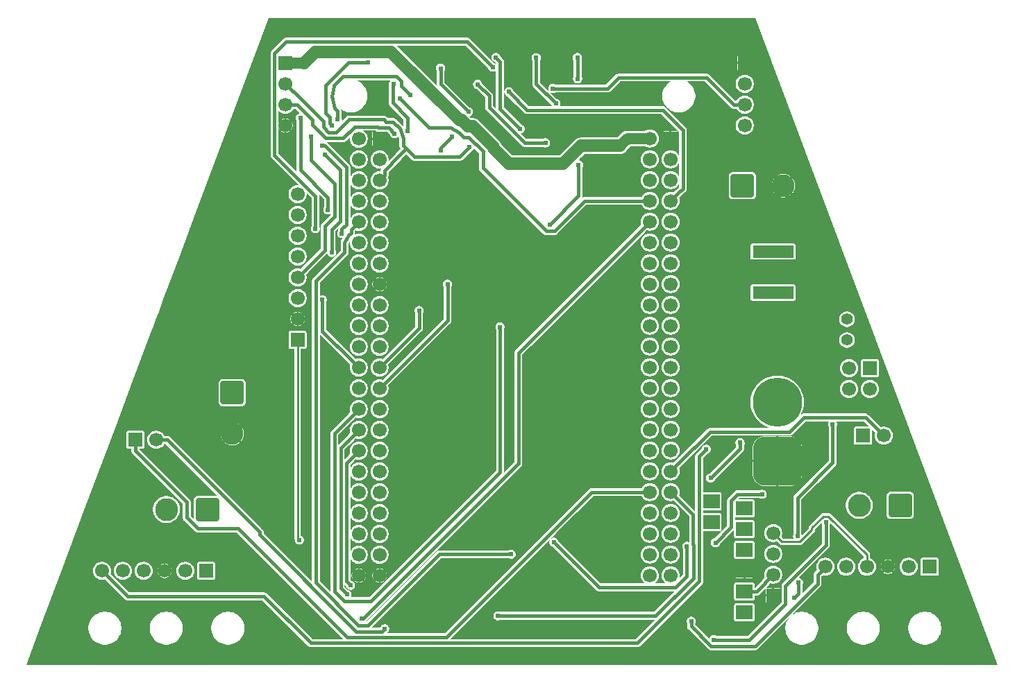
<source format=gbr>
%TF.GenerationSoftware,KiCad,Pcbnew,9.0.7-9.0.7~ubuntu24.04.1*%
%TF.CreationDate,2026-01-21T00:26:07+01:00*%
%TF.ProjectId,SILVER,53494c56-4552-42e6-9b69-6361645f7063,rev?*%
%TF.SameCoordinates,Original*%
%TF.FileFunction,Copper,L2,Bot*%
%TF.FilePolarity,Positive*%
%FSLAX46Y46*%
G04 Gerber Fmt 4.6, Leading zero omitted, Abs format (unit mm)*
G04 Created by KiCad (PCBNEW 9.0.7-9.0.7~ubuntu24.04.1) date 2026-01-21 00:26:07*
%MOMM*%
%LPD*%
G01*
G04 APERTURE LIST*
G04 Aperture macros list*
%AMRoundRect*
0 Rectangle with rounded corners*
0 $1 Rounding radius*
0 $2 $3 $4 $5 $6 $7 $8 $9 X,Y pos of 4 corners*
0 Add a 4 corners polygon primitive as box body*
4,1,4,$2,$3,$4,$5,$6,$7,$8,$9,$2,$3,0*
0 Add four circle primitives for the rounded corners*
1,1,$1+$1,$2,$3*
1,1,$1+$1,$4,$5*
1,1,$1+$1,$6,$7*
1,1,$1+$1,$8,$9*
0 Add four rect primitives between the rounded corners*
20,1,$1+$1,$2,$3,$4,$5,0*
20,1,$1+$1,$4,$5,$6,$7,0*
20,1,$1+$1,$6,$7,$8,$9,0*
20,1,$1+$1,$8,$9,$2,$3,0*%
G04 Aperture macros list end*
%TA.AperFunction,ComponentPad*%
%ADD10R,1.700000X1.700000*%
%TD*%
%TA.AperFunction,ComponentPad*%
%ADD11C,1.700000*%
%TD*%
%TA.AperFunction,ComponentPad*%
%ADD12RoundRect,1.500000X1.500000X-1.500000X1.500000X1.500000X-1.500000X1.500000X-1.500000X-1.500000X0*%
%TD*%
%TA.AperFunction,ComponentPad*%
%ADD13C,6.000000*%
%TD*%
%TA.AperFunction,ComponentPad*%
%ADD14R,5.000000X1.500000*%
%TD*%
%TA.AperFunction,ComponentPad*%
%ADD15R,2.000000X1.700000*%
%TD*%
%TA.AperFunction,ComponentPad*%
%ADD16C,1.400000*%
%TD*%
%TA.AperFunction,ComponentPad*%
%ADD17RoundRect,0.250001X1.149999X1.149999X-1.149999X1.149999X-1.149999X-1.149999X1.149999X-1.149999X0*%
%TD*%
%TA.AperFunction,ComponentPad*%
%ADD18C,2.800000*%
%TD*%
%TA.AperFunction,ComponentPad*%
%ADD19RoundRect,0.250001X-1.149999X-1.149999X1.149999X-1.149999X1.149999X1.149999X-1.149999X1.149999X0*%
%TD*%
%TA.AperFunction,ComponentPad*%
%ADD20RoundRect,0.250001X-1.149999X1.149999X-1.149999X-1.149999X1.149999X-1.149999X1.149999X1.149999X0*%
%TD*%
%TA.AperFunction,ViaPad*%
%ADD21C,0.610210*%
%TD*%
%TA.AperFunction,Conductor*%
%ADD22C,1.500000*%
%TD*%
%TA.AperFunction,Conductor*%
%ADD23C,1.368800*%
%TD*%
%TA.AperFunction,Conductor*%
%ADD24C,1.360000*%
%TD*%
%TA.AperFunction,Conductor*%
%ADD25C,0.450000*%
%TD*%
%TA.AperFunction,Conductor*%
%ADD26C,0.254254*%
%TD*%
G04 APERTURE END LIST*
D10*
%TO.P,J2,1,Pin_1*%
%TO.N,+5V*%
X172025000Y-76000000D03*
D11*
%TO.P,J2,2,Pin_2*%
%TO.N,E4*%
X172025000Y-78540000D03*
%TO.P,J2,3,Pin_3*%
%TO.N,E6*%
X172025000Y-81080000D03*
%TO.P,J2,4,Pin_4*%
%TO.N,GND*%
X172025000Y-83620000D03*
%TD*%
D10*
%TO.P,J18,1,Pin_1*%
%TO.N,D12*%
X153725000Y-122000000D03*
D11*
%TO.P,J18,2,Pin_2*%
%TO.N,D13*%
X156265000Y-122000000D03*
%TD*%
D10*
%TO.P,J5,1,Pin_1*%
%TO.N,OUTA_R*%
X250580000Y-137500000D03*
D11*
%TO.P,J5,2,M-*%
%TO.N,OUTB_R*%
X248040000Y-137500000D03*
%TO.P,J5,3,Pin_3*%
%TO.N,GND*%
X245500000Y-137500000D03*
%TO.P,J5,4,Pin_4*%
%TO.N,+3.3V*%
X242960000Y-137500000D03*
%TO.P,J5,5,Pin_5*%
%TO.N,C7*%
X240420000Y-137500000D03*
%TO.P,J5,6,Pin_6*%
%TO.N,C6*%
X237880000Y-137500000D03*
%TD*%
D12*
%TO.P,J6,1,-*%
%TO.N,GND*%
X232000000Y-124600000D03*
D13*
%TO.P,J6,2,+*%
%TO.N,Net-(J6-+)*%
X232000000Y-117400000D03*
%TD*%
D10*
%TO.P,J12,1,Pin_1*%
%TO.N,D14*%
X242460000Y-121500000D03*
D11*
%TO.P,J12,2,Pin_2*%
%TO.N,D15*%
X245000000Y-121500000D03*
%TD*%
D14*
%TO.P,SW1,1*%
%TO.N,+12V*%
X231500000Y-99000000D03*
%TO.P,SW1,2*%
%TO.N,Net-(J6-+)*%
X231500000Y-104000000D03*
%TD*%
D15*
%TO.P,J7,201,T_VDD*%
%TO.N,+3.3V*%
X228000000Y-143080000D03*
%TO.P,J7,202,T_JTCK/SWCLK*%
%TO.N,SWCLK*%
X228000000Y-140540000D03*
%TO.P,J7,203,GND*%
%TO.N,GND*%
X228000000Y-138000000D03*
%TO.P,J7,204,T_JTMS/SWDIO*%
%TO.N,SWDIO*%
X228000000Y-135460000D03*
%TO.P,J7,205,T_NRST*%
%TO.N,NR*%
X228000000Y-132920000D03*
%TO.P,J7,206,T_SWO*%
%TO.N,SWO*%
X228000000Y-130380000D03*
%TO.P,J7,207,TX*%
%TO.N,TX*%
X223969000Y-132056400D03*
%TO.P,J7,208,RX*%
%TO.N,RX*%
X223969000Y-129516400D03*
%TD*%
D16*
%TO.P,R1,1*%
%TO.N,+5V*%
X240500000Y-107280000D03*
%TO.P,R1,2*%
%TO.N,Net-(D2-A)*%
X240500000Y-109820000D03*
%TD*%
D10*
%TO.P,J3,1,Pin_1*%
%TO.N,+3.3V*%
X173500000Y-109780000D03*
D11*
%TO.P,J3,2,Pin_2*%
%TO.N,GND*%
X173500000Y-107240000D03*
%TO.P,J3,3,Pin_3*%
%TO.N,B6*%
X173500000Y-104700000D03*
%TO.P,J3,4,Pin_4*%
%TO.N,B7*%
X173500000Y-102160000D03*
%TO.P,J3,5,Pin_5*%
%TO.N,XDA*%
X173500000Y-99620000D03*
%TO.P,J3,6,Pin_6*%
%TO.N,XCL*%
X173500000Y-97080000D03*
%TO.P,J3,7,Pin_7*%
%TO.N,ADD*%
X173500000Y-94540000D03*
%TO.P,J3,8,Pin_8*%
%TO.N,INT*%
X173500000Y-92000000D03*
%TD*%
D10*
%TO.P,J11,1,Pin_1*%
%TO.N,GND*%
X228025000Y-76000000D03*
D11*
%TO.P,J11,2,Pin_2*%
%TO.N,B8*%
X228025000Y-78540000D03*
%TO.P,J11,3,Pin_3*%
%TO.N,E4*%
X228025000Y-81080000D03*
%TO.P,J11,4,Pin_4*%
%TO.N,+5V*%
X228025000Y-83620000D03*
%TD*%
D17*
%TO.P,J16,1,Pin_1*%
%TO.N,OUTA_L*%
X162500000Y-130500000D03*
D18*
%TO.P,J16,2,Pin_2*%
%TO.N,OUTB_L*%
X157500000Y-130500000D03*
%TD*%
D10*
%TO.P,J9,1,Pin_1*%
%TO.N,GND*%
X183500000Y-85240000D03*
D11*
%TO.P,J9,2,Pin_2*%
%TO.N,+3.3V*%
X180960000Y-85240000D03*
%TO.P,J9,3,Pin_3*%
%TO.N,E2*%
X183500000Y-87780000D03*
%TO.P,J9,4,Pin_4*%
%TO.N,E3*%
X180960000Y-87780000D03*
%TO.P,J9,5,Pin_5*%
%TO.N,E4*%
X183500000Y-90320000D03*
%TO.P,J9,6,Pin_6*%
%TO.N,E5*%
X180960000Y-90320000D03*
%TO.P,J9,7,Pin_7*%
%TO.N,E6*%
X183500000Y-92860000D03*
%TO.P,J9,8,Pin_8*%
%TO.N,VB*%
X180960000Y-92860000D03*
%TO.P,J9,9,Pin_9*%
%TO.N,C13*%
X183500000Y-95400000D03*
%TO.P,J9,10,Pin_10*%
%TO.N,NR*%
X180960000Y-95400000D03*
%TO.P,J9,11,Pin_11*%
%TO.N,C0*%
X183500000Y-97940000D03*
%TO.P,J9,12,Pin_12*%
%TO.N,C1*%
X180960000Y-97940000D03*
%TO.P,J9,13,Pin_13*%
%TO.N,C2*%
X183500000Y-100480000D03*
%TO.P,J9,14,Pin_14*%
%TO.N,C3*%
X180960000Y-100480000D03*
%TO.P,J9,15,Pin_15*%
%TO.N,GND*%
X183500000Y-103020000D03*
%TO.P,J9,16,Pin_16*%
%TO.N,V+*%
X180960000Y-103020000D03*
%TO.P,J9,17,Pin_17*%
%TO.N,A0*%
X183500000Y-105560000D03*
%TO.P,J9,18,Pin_18*%
%TO.N,A1*%
X180960000Y-105560000D03*
%TO.P,J9,19,Pin_19*%
%TO.N,A2*%
X183500000Y-108100000D03*
%TO.P,J9,20,Pin_20*%
%TO.N,A3*%
X180960000Y-108100000D03*
%TO.P,J9,21,Pin_21*%
%TO.N,A4*%
X183500000Y-110640000D03*
%TO.P,J9,22,Pin_22*%
%TO.N,A5*%
X180960000Y-110640000D03*
%TO.P,J9,23,Pin_23*%
%TO.N,A6*%
X183500000Y-113180000D03*
%TO.P,J9,24,Pin_24*%
%TO.N,A7*%
X180960000Y-113180000D03*
%TO.P,J9,25,Pin_25*%
%TO.N,C4*%
X183500000Y-115720000D03*
%TO.P,J9,26,Pin_26*%
%TO.N,C5*%
X180960000Y-115720000D03*
%TO.P,J9,27,Pin_27*%
%TO.N,B0*%
X183500000Y-118260000D03*
%TO.P,J9,28,Pin_28*%
%TO.N,B1*%
X180960000Y-118260000D03*
%TO.P,J9,29,Pin_29*%
%TO.N,B2*%
X183500000Y-120800000D03*
%TO.P,J9,30,Pin_30*%
%TO.N,E7*%
X180960000Y-120800000D03*
%TO.P,J9,31,Pin_31*%
%TO.N,E8*%
X183500000Y-123340000D03*
%TO.P,J9,32,Pin_32*%
%TO.N,E9*%
X180960000Y-123340000D03*
%TO.P,J9,33,Pin_33*%
%TO.N,E10*%
X183500000Y-125880000D03*
%TO.P,J9,34,Pin_34*%
%TO.N,E11*%
X180960000Y-125880000D03*
%TO.P,J9,35,Pin_35*%
%TO.N,E12*%
X183500000Y-128420000D03*
%TO.P,J9,36,Pin_36*%
%TO.N,E13*%
X180960000Y-128420000D03*
%TO.P,J9,37,Pin_37*%
%TO.N,E14*%
X183500000Y-130960000D03*
%TO.P,J9,38,Pin_38*%
%TO.N,E15*%
X180960000Y-130960000D03*
%TO.P,J9,39,Pin_39*%
%TO.N,B10*%
X183500000Y-133500000D03*
%TO.P,J9,40,Pin_40*%
%TO.N,B11*%
X180960000Y-133500000D03*
%TO.P,J9,41,Pin_41*%
%TO.N,+3.3V*%
X183500000Y-136040000D03*
%TO.P,J9,42,Pin_42*%
%TO.N,+5V*%
X180960000Y-136040000D03*
%TO.P,J9,43,Pin_43*%
%TO.N,GND*%
X183500000Y-138580000D03*
%TO.P,J9,44,Pin_44*%
X180960000Y-138580000D03*
%TD*%
D19*
%TO.P,J14,1,Pin_1*%
%TO.N,+12V*%
X227750000Y-90967500D03*
D18*
%TO.P,J14,2,Pin_2*%
%TO.N,GND*%
X232750000Y-90967500D03*
%TD*%
D10*
%TO.P,D2,1,R*%
%TO.N,E7*%
X243290000Y-113250000D03*
D11*
%TO.P,D2,2,A*%
%TO.N,Net-(D2-A)*%
X240750000Y-113250000D03*
%TO.P,D2,3,G*%
%TO.N,E8*%
X243290000Y-115790000D03*
%TO.P,D2,4,B*%
%TO.N,E9*%
X240750000Y-115790000D03*
%TD*%
D10*
%TO.P,J8,1,Pin_1*%
%TO.N,GND*%
X231500000Y-141000000D03*
D11*
%TO.P,J8,2,Pin_2*%
%TO.N,SWCLK*%
X231500000Y-138460000D03*
%TO.P,J8,3,Pin_3*%
%TO.N,SWDIO*%
X231500000Y-135920000D03*
%TO.P,J8,4,Pin_4*%
%TO.N,+3.3V*%
X231500000Y-133380000D03*
%TD*%
D10*
%TO.P,J4,1,Pin_1*%
%TO.N,OUTA_L*%
X162350000Y-138000000D03*
D11*
%TO.P,J4,2,Pin_2*%
%TO.N,OUTB_L*%
X159810000Y-138000000D03*
%TO.P,J4,3,Pin_3*%
%TO.N,GND*%
X157270000Y-138000000D03*
%TO.P,J4,4,Pin_4*%
%TO.N,+3.3V*%
X154730000Y-138000000D03*
%TO.P,J4,5,Pin_5*%
%TO.N,B4*%
X152190000Y-138000000D03*
%TO.P,J4,6,Pin_6*%
%TO.N,B5*%
X149650000Y-138000000D03*
%TD*%
D10*
%TO.P,J10,1,Pin_1*%
%TO.N,GND*%
X219000000Y-85200000D03*
D11*
%TO.P,J10,2,Pin_2*%
%TO.N,+5V*%
X216460000Y-85200000D03*
%TO.P,J10,3,Pin_3*%
%TO.N,E1*%
X219000000Y-87740000D03*
%TO.P,J10,4,Pin_4*%
%TO.N,E0*%
X216460000Y-87740000D03*
%TO.P,J10,5,Pin_5*%
%TO.N,B9*%
X219000000Y-90280000D03*
%TO.P,J10,6,Pin_6*%
%TO.N,B8*%
X216460000Y-90280000D03*
%TO.P,J10,7,Pin_7*%
%TO.N,B7*%
X219000000Y-92820000D03*
%TO.P,J10,8,Pin_8*%
%TO.N,B6*%
X216460000Y-92820000D03*
%TO.P,J10,9,Pin_9*%
%TO.N,B5*%
X219000000Y-95360000D03*
%TO.P,J10,10,Pin_10*%
%TO.N,B4*%
X216460000Y-95360000D03*
%TO.P,J10,11,Pin_11*%
%TO.N,B3*%
X219000000Y-97900000D03*
%TO.P,J10,12,Pin_12*%
%TO.N,D7*%
X216460000Y-97900000D03*
%TO.P,J10,13,Pin_13*%
%TO.N,D6*%
X219000000Y-100440000D03*
%TO.P,J10,14,Pin_14*%
%TO.N,D5*%
X216460000Y-100440000D03*
%TO.P,J10,15,Pin_15*%
%TO.N,D4*%
X219000000Y-102980000D03*
%TO.P,J10,16,Pin_16*%
%TO.N,D3*%
X216460000Y-102980000D03*
%TO.P,J10,17,Pin_17*%
%TO.N,D2*%
X219000000Y-105520000D03*
%TO.P,J10,18,Pin_18*%
%TO.N,D1*%
X216460000Y-105520000D03*
%TO.P,J10,19,Pin_19*%
%TO.N,D0*%
X219000000Y-108060000D03*
%TO.P,J10,20,Pin_20*%
%TO.N,C12*%
X216460000Y-108060000D03*
%TO.P,J10,21,Pin_21*%
%TO.N,C11*%
X219000000Y-110600000D03*
%TO.P,J10,22,Pin_22*%
%TO.N,C10*%
X216460000Y-110600000D03*
%TO.P,J10,23,Pin_23*%
%TO.N,A15*%
X219000000Y-113140000D03*
%TO.P,J10,24,Pin_24*%
%TO.N,A12*%
X216460000Y-113140000D03*
%TO.P,J10,25,Pin_25*%
%TO.N,A11*%
X219000000Y-115680000D03*
%TO.P,J10,26,Pin_26*%
%TO.N,A10*%
X216460000Y-115680000D03*
%TO.P,J10,27,Pin_27*%
%TO.N,A9*%
X219000000Y-118220000D03*
%TO.P,J10,28,Pin_28*%
%TO.N,A8*%
X216460000Y-118220000D03*
%TO.P,J10,29,Pin_29*%
%TO.N,C9*%
X219000000Y-120760000D03*
%TO.P,J10,30,Pin_30*%
%TO.N,C8*%
X216460000Y-120760000D03*
%TO.P,J10,31,Pin_31*%
%TO.N,C7*%
X219000000Y-123300000D03*
%TO.P,J10,32,Pin_32*%
%TO.N,C6*%
X216460000Y-123300000D03*
%TO.P,J10,33,Pin_33*%
%TO.N,D15*%
X219000000Y-125840000D03*
%TO.P,J10,34,Pin_34*%
%TO.N,D14*%
X216460000Y-125840000D03*
%TO.P,J10,35,Pin_35*%
%TO.N,D13*%
X219000000Y-128380000D03*
%TO.P,J10,36,Pin_36*%
%TO.N,D12*%
X216460000Y-128380000D03*
%TO.P,J10,37,Pin_37*%
%TO.N,D11*%
X219000000Y-130920000D03*
%TO.P,J10,38,Pin_38*%
%TO.N,D10*%
X216460000Y-130920000D03*
%TO.P,J10,39,Pin_39*%
%TO.N,D9*%
X219000000Y-133460000D03*
%TO.P,J10,40,Pin_40*%
%TO.N,D8*%
X216460000Y-133460000D03*
%TO.P,J10,41,Pin_41*%
%TO.N,B15*%
X219000000Y-136000000D03*
%TO.P,J10,42,Pin_42*%
%TO.N,B14*%
X216460000Y-136000000D03*
%TO.P,J10,43,Pin_43*%
%TO.N,B13*%
X219000000Y-138540000D03*
%TO.P,J10,44,Pin_44*%
%TO.N,B12*%
X216460000Y-138540000D03*
%TD*%
D17*
%TO.P,J15,1,Pin_1*%
%TO.N,OUTA_R*%
X247000000Y-130000000D03*
D18*
%TO.P,J15,2,Pin_2*%
%TO.N,OUTB_R*%
X242000000Y-130000000D03*
%TD*%
D20*
%TO.P,J17,1,Pin_1*%
%TO.N,+5V*%
X165532500Y-116250000D03*
D18*
%TO.P,J17,2,Pin_2*%
%TO.N,GND*%
X165532500Y-121250000D03*
%TD*%
D21*
%TO.N,GND*%
X237731560Y-99523273D03*
X164439122Y-125355306D03*
X225872373Y-88971747D03*
X240036097Y-121727967D03*
X197103803Y-102191451D03*
X203820555Y-106451828D03*
X245466887Y-139218702D03*
X160236607Y-98337508D03*
X194973319Y-134867806D03*
X240967023Y-148875689D03*
X148247144Y-130309411D03*
X184841996Y-109546214D03*
X210046487Y-87725258D03*
X224439109Y-107044423D03*
X253975672Y-138037411D03*
X172504495Y-133402192D03*
X214865855Y-104871762D03*
X155602004Y-148875689D03*
X199254803Y-93501898D03*
X172675008Y-148875689D03*
X182230000Y-89159270D03*
X198284513Y-148875689D03*
X244035848Y-111531214D03*
X182339270Y-101750000D03*
X213113483Y-137290754D03*
X232430521Y-148875689D03*
X163233973Y-90344533D03*
X258040026Y-148875689D03*
X193784639Y-72281409D03*
X234821350Y-86959219D03*
X217730000Y-91659270D03*
X205581654Y-130622618D03*
X186022173Y-122246214D03*
X182622093Y-80070596D03*
X223572113Y-133806658D03*
X185150165Y-89525990D03*
X166231339Y-82351557D03*
X157239241Y-106330484D03*
X147065502Y-148875689D03*
X215357517Y-148875689D03*
X222263747Y-81325067D03*
X166184061Y-137743714D03*
X214895136Y-120048271D03*
X250237638Y-128069320D03*
X155793569Y-134322071D03*
X249503525Y-148875689D03*
X236164717Y-120407357D03*
X167902876Y-107279594D03*
X176821313Y-111306721D03*
X230155961Y-137817111D03*
X163783213Y-114155246D03*
X181211510Y-148875689D03*
X205242527Y-140117099D03*
X240003922Y-131688913D03*
X184981248Y-82289952D03*
X228127185Y-126197273D03*
X235070931Y-113014968D03*
X217274896Y-74906214D03*
X224439109Y-115580925D03*
X174633741Y-125327545D03*
X199330117Y-121713070D03*
X170974316Y-72988524D03*
X164138506Y-148875689D03*
X199840645Y-86934668D03*
X189856946Y-95221308D03*
X228883260Y-71124311D03*
X206821015Y-148875689D03*
X164649399Y-137731529D03*
X182554077Y-140015561D03*
X207442680Y-95431966D03*
X201511194Y-77459530D03*
X154241875Y-114323460D03*
X169549237Y-139491564D03*
X179266160Y-72281409D03*
X224439109Y-98507921D03*
X151244510Y-122316436D03*
X199330117Y-113176568D03*
X223894019Y-148875689D03*
X184827724Y-132408330D03*
X189748012Y-148875689D03*
X237840321Y-141523407D03*
X208988786Y-72528496D03*
X145249778Y-138302387D03*
X182397414Y-81361263D03*
%TO.N,+3.3V*%
X173728347Y-134227935D03*
%TO.N,A7*%
X175679550Y-96200408D03*
X176519745Y-104897055D03*
X197293105Y-76493610D03*
%TO.N,E7*%
X179529869Y-140892588D03*
X224291643Y-146405584D03*
X237950848Y-132028420D03*
%TO.N,B0*%
X207623122Y-75322860D03*
X207652170Y-77916363D03*
%TO.N,NR*%
X199540173Y-135961592D03*
%TO.N,A0*%
X194320906Y-81962401D03*
X190934597Y-76641792D03*
X192370044Y-84954156D03*
X190950732Y-86643663D03*
%TO.N,A1*%
X177711349Y-83617622D03*
X176499172Y-86112503D03*
X178902214Y-96811033D03*
X182046607Y-75943441D03*
%TO.N,E4*%
X204629477Y-79102624D03*
X194472004Y-86260490D03*
%TO.N,C4*%
X202604980Y-75338938D03*
X205000188Y-80948630D03*
X191781401Y-103017631D03*
%TO.N,E8*%
X204754524Y-134502497D03*
X223876529Y-126655369D03*
X220973726Y-135001008D03*
X227470179Y-122348349D03*
%TO.N,A6*%
X200653694Y-84044118D03*
X197688199Y-75320953D03*
X188323579Y-106229729D03*
%TO.N,B1*%
X204263453Y-95702480D03*
X207778585Y-88446314D03*
X198197589Y-108224036D03*
%TO.N,E9*%
X234030920Y-141321125D03*
X238751497Y-120093304D03*
X234585617Y-139400564D03*
X179957167Y-139755732D03*
X234469579Y-133760191D03*
%TO.N,A4*%
X195458484Y-78593444D03*
X203742005Y-85744001D03*
%TO.N,E6*%
X185338521Y-84624829D03*
%TO.N,C0*%
X185219279Y-78535027D03*
X186907391Y-84270243D03*
%TO.N,C5*%
X178360751Y-82896277D03*
X176816175Y-87180045D03*
X177669735Y-99120426D03*
X187264351Y-79908806D03*
%TO.N,C1*%
X177189906Y-93913824D03*
X173840783Y-82673986D03*
%TO.N,C6*%
X221520178Y-144157814D03*
%TO.N,B5*%
X223345323Y-123143945D03*
%TO.N,B4*%
X181338340Y-143822268D03*
%TO.N,D14*%
X224474762Y-134551881D03*
X230166515Y-128640349D03*
%TO.N,B7*%
X175134144Y-84961072D03*
X199263214Y-79507243D03*
%TO.N,D13*%
X184126607Y-145065203D03*
X197958894Y-143496094D03*
%TO.N,B6*%
X185985608Y-80345111D03*
%TD*%
D22*
%TO.N,+5V*%
X194889500Y-83734859D02*
X194237855Y-83734859D01*
X193487278Y-82984282D02*
X193273023Y-82984282D01*
X194237855Y-83734859D02*
X193487278Y-82984282D01*
X212808677Y-86106472D02*
X208063065Y-86106472D01*
X184908909Y-74620168D02*
X175647131Y-74620168D01*
D23*
X216459908Y-85200000D02*
X213715149Y-85200000D01*
D22*
X205879022Y-88290515D02*
X199301998Y-88290515D01*
X199301998Y-88290515D02*
X197432651Y-86421168D01*
X208063065Y-86106472D02*
X205879022Y-88290515D01*
D24*
X172025408Y-76000000D02*
X174267298Y-76000000D01*
D22*
X193273023Y-82984282D02*
X184908909Y-74620168D01*
D24*
X174267298Y-76000000D02*
X174306104Y-75961194D01*
D22*
X197432651Y-86278010D02*
X194889500Y-83734859D01*
X175647131Y-74620168D02*
X174306104Y-75961194D01*
X197432651Y-86421168D02*
X197432651Y-86278010D01*
D23*
X213715149Y-85200000D02*
X212808677Y-86106472D01*
D25*
%TO.N,SWCLK*%
X229480933Y-140540000D02*
X230555125Y-139465808D01*
X230555125Y-139405283D02*
X231499908Y-138460000D01*
X228000408Y-140540000D02*
X229480933Y-140540000D01*
X230555125Y-139465808D02*
X230555125Y-139405283D01*
D26*
%TO.N,+3.3V*%
X232375484Y-134256076D02*
X231499908Y-133380000D01*
X237628262Y-131334061D02*
X236220992Y-132741331D01*
X232577719Y-134458311D02*
X232375484Y-134256076D01*
X236220992Y-132741331D02*
X236220992Y-132995692D01*
X238240636Y-131334061D02*
X237628262Y-131334061D01*
X236220992Y-132995692D02*
X234758373Y-134458311D01*
X242959908Y-136053333D02*
X238240636Y-131334061D01*
X234758373Y-134458311D02*
X232577719Y-134458311D01*
X173500408Y-133999996D02*
X173500408Y-109780000D01*
X242959908Y-137500000D02*
X242959908Y-136053333D01*
X173728347Y-134227935D02*
X173500408Y-133999996D01*
D25*
%TO.N,A7*%
X170682047Y-87230727D02*
X170682047Y-74827640D01*
X176519745Y-108740514D02*
X180014787Y-112235556D01*
X175679550Y-96200408D02*
X175679550Y-92228230D01*
X176519745Y-104897055D02*
X176519745Y-108740514D01*
X172134492Y-73375195D02*
X194174690Y-73375195D01*
X180014787Y-112235556D02*
X180959908Y-113180000D01*
X175679550Y-92228230D02*
X170682047Y-87230727D01*
X194174690Y-73375195D02*
X197293105Y-76493610D01*
X170682047Y-74827640D02*
X172134492Y-73375195D01*
%TO.N,E7*%
X178753050Y-140117133D02*
X179528505Y-140892588D01*
X232992183Y-139802379D02*
X237950848Y-134843714D01*
X178753050Y-123007358D02*
X178753050Y-140117133D01*
X232992183Y-142019379D02*
X232992183Y-139802379D01*
X237950848Y-134843714D02*
X237950848Y-132028420D01*
X179528505Y-140892588D02*
X179529869Y-140892588D01*
X180015125Y-121745283D02*
X178753050Y-123007358D01*
X224291643Y-146405584D02*
X228605978Y-146405584D01*
X180959908Y-120800000D02*
X180015125Y-121745283D01*
X228605978Y-146405584D02*
X232992183Y-142019379D01*
%TO.N,B0*%
X207652170Y-75351908D02*
X207652170Y-77916363D01*
X207623122Y-75322860D02*
X207652170Y-75351908D01*
%TO.N,NR*%
X182095192Y-144635331D02*
X180940777Y-144635331D01*
X179707298Y-97033212D02*
X180014787Y-96725724D01*
X179234168Y-99091510D02*
X179234168Y-97902634D01*
X180014787Y-96725724D02*
X180014787Y-96344444D01*
X175727527Y-139422081D02*
X175727527Y-102598150D01*
X190768931Y-135961592D02*
X182095192Y-144635331D01*
X180014787Y-96344444D02*
X180959908Y-95400000D01*
X179234168Y-97902634D02*
X179707298Y-97033212D01*
X199540173Y-135961592D02*
X190768931Y-135961592D01*
X180940777Y-144635331D02*
X175727527Y-139422081D01*
X175727527Y-102598150D02*
X179234168Y-99091510D01*
%TO.N,A0*%
X190934597Y-78576093D02*
X190934597Y-76641792D01*
X192370044Y-84954156D02*
X190950732Y-86373469D01*
X190950732Y-86373469D02*
X190950732Y-86643663D01*
X194320906Y-81962401D02*
X190934597Y-78576093D01*
%TO.N,A1*%
X179475620Y-88711130D02*
X176876993Y-86112503D01*
X179697171Y-75943441D02*
X176938715Y-78701897D01*
X176938715Y-82080166D02*
X177453804Y-82595255D01*
X177453804Y-82595255D02*
X177453804Y-83360078D01*
X176938715Y-78701897D02*
X176938715Y-82080166D01*
X182046607Y-75943441D02*
X179697171Y-75943441D01*
X176876993Y-86112503D02*
X176499172Y-86112503D01*
X179475620Y-95694787D02*
X179475620Y-88711130D01*
X178902214Y-96268192D02*
X179475620Y-95694787D01*
X177453804Y-83360078D02*
X177711349Y-83617622D01*
X178902214Y-96811033D02*
X178902214Y-96268192D01*
%TO.N,E4*%
X173046206Y-79484444D02*
X172970029Y-79484444D01*
X187776218Y-87446789D02*
X186752298Y-86422870D01*
X186400838Y-86071410D02*
X186400838Y-85181128D01*
X177289818Y-84436248D02*
X176663506Y-83809937D01*
X184104908Y-89714500D02*
X183499908Y-90320000D01*
X184316069Y-83165464D02*
X184028433Y-82877828D01*
X172970029Y-79484444D02*
X172024908Y-78540000D01*
X176663506Y-83101744D02*
X173046206Y-79484444D01*
X223373290Y-77763908D02*
X226688883Y-81079500D01*
X185852396Y-87322772D02*
X185852396Y-87348374D01*
X184028433Y-82877828D02*
X179774691Y-82877828D01*
X226688883Y-81079500D02*
X228024908Y-81080000D01*
X212644789Y-77763908D02*
X223373290Y-77763908D01*
X193285705Y-87446789D02*
X187776218Y-87446789D01*
X186752298Y-86422870D02*
X185852396Y-87322772D01*
X185958650Y-83995130D02*
X185128984Y-83165464D01*
X179774691Y-82877828D02*
X178216271Y-84436248D01*
X186752298Y-86422870D02*
X186400838Y-86071410D01*
X185852396Y-87348374D02*
X184104908Y-89095862D01*
X184104908Y-89095862D02*
X184104908Y-89714500D01*
X194472004Y-86260490D02*
X193285705Y-87446789D01*
X178216271Y-84436248D02*
X177289818Y-84436248D01*
X204629477Y-79102624D02*
X211306074Y-79102624D01*
X211306074Y-79102624D02*
X212644789Y-77763908D01*
X186400838Y-85181128D02*
X185958650Y-83995130D01*
X176663506Y-83809937D02*
X176663506Y-83101744D01*
X185128984Y-83165464D02*
X184316069Y-83165464D01*
%TO.N,C4*%
X202604980Y-78553421D02*
X202604980Y-75338938D01*
X191781401Y-103017631D02*
X191781401Y-107439184D01*
X184445029Y-114775556D02*
X183499908Y-115720000D01*
X191781401Y-107439184D02*
X184445029Y-114775556D01*
X205000188Y-80948630D02*
X202604980Y-78553421D01*
%TO.N,E8*%
X227470179Y-123061719D02*
X227470179Y-122348349D01*
X220973726Y-138618244D02*
X220973726Y-135001008D01*
X223876529Y-126655369D02*
X227470179Y-123061719D01*
X204754524Y-134502497D02*
X210263982Y-140011955D01*
X219580015Y-140011955D02*
X220973726Y-138618244D01*
X210263982Y-140011955D02*
X219580015Y-140011955D01*
%TO.N,A6*%
X200653694Y-84044118D02*
X198165703Y-81556126D01*
X198165703Y-81556126D02*
X198165703Y-75798458D01*
X198165703Y-75798458D02*
X197688199Y-75320953D01*
X188323579Y-108357007D02*
X184445029Y-112235556D01*
X188323579Y-106229729D02*
X188323579Y-108357007D01*
X184445029Y-112235556D02*
X183499908Y-113180000D01*
%TO.N,B1*%
X182422224Y-141694261D02*
X179182744Y-141694261D01*
X198197589Y-108224036D02*
X198197589Y-125918896D01*
X177996575Y-121223833D02*
X180015125Y-119205283D01*
X180015125Y-119205283D02*
X180959908Y-118260000D01*
X207778585Y-92187349D02*
X207778585Y-88446314D01*
X177996575Y-140508092D02*
X177996575Y-121223833D01*
X198197589Y-125918896D02*
X182422224Y-141694261D01*
X204263453Y-95702480D02*
X207778585Y-92187349D01*
X179182744Y-141694261D02*
X177996575Y-140508092D01*
%TO.N,E9*%
X234469579Y-133760191D02*
X234469579Y-129067706D01*
X179476276Y-124824132D02*
X179476276Y-139282364D01*
X234585617Y-140766428D02*
X234030920Y-141321125D01*
X180959908Y-123340000D02*
X180015125Y-124285283D01*
X234585617Y-139400564D02*
X234585617Y-140766428D01*
X179476276Y-139282364D02*
X179949644Y-139755732D01*
X179949644Y-139755732D02*
X179957167Y-139755732D01*
X234469579Y-129067706D02*
X238751497Y-124785789D01*
X238751497Y-124785789D02*
X238751497Y-120093304D01*
X180015125Y-124285283D02*
X179476276Y-124824132D01*
%TO.N,A4*%
X195458484Y-78593444D02*
X196861232Y-79996191D01*
X196861232Y-81380370D02*
X201224863Y-85744001D01*
X201224863Y-85744001D02*
X203742005Y-85744001D01*
X196861232Y-79996191D02*
X196861232Y-81380370D01*
%TO.N,E6*%
X183369468Y-83897784D02*
X183245393Y-83773709D01*
X180442758Y-83773709D02*
X179039423Y-85177044D01*
X176950897Y-85177044D02*
X175318731Y-83544878D01*
X179039423Y-85177044D02*
X176950897Y-85177044D01*
X173457630Y-81080000D02*
X172024908Y-81080000D01*
X184611476Y-83897784D02*
X183369468Y-83897784D01*
X175318731Y-83544878D02*
X175318731Y-82941101D01*
X175318731Y-82941101D02*
X173457630Y-81080000D01*
X185338521Y-84624829D02*
X184611476Y-83897784D01*
X183245393Y-83773709D02*
X180442758Y-83773709D01*
%TO.N,C0*%
X185094598Y-78659708D02*
X185094598Y-80839834D01*
X185219279Y-78535027D02*
X185094598Y-78659708D01*
X185094598Y-80839834D02*
X186907391Y-82652627D01*
X186907391Y-82652627D02*
X186907391Y-84270243D01*
%TO.N,C5*%
X186162302Y-78806756D02*
X186162302Y-78246044D01*
X177944417Y-78731059D02*
X177944417Y-78782102D01*
X186162302Y-78246044D02*
X185568884Y-77652626D01*
X185568884Y-77652626D02*
X179022851Y-77652626D01*
X179022851Y-77652626D02*
X177944417Y-78731059D01*
X177669735Y-96312247D02*
X178716159Y-95265823D01*
X177707945Y-80080578D02*
X178034348Y-81488428D01*
X178034348Y-81488428D02*
X178360751Y-81814831D01*
X178360751Y-81814831D02*
X178360751Y-82896277D01*
X178716159Y-95265823D02*
X178716159Y-89080029D01*
X187264351Y-79908806D02*
X186162302Y-78806756D01*
X177669735Y-99120426D02*
X177669735Y-96312247D01*
X178716159Y-89080029D02*
X176816175Y-87180045D01*
X177944417Y-78782102D02*
X177707945Y-80080578D01*
%TO.N,C1*%
X177189906Y-92392289D02*
X177189906Y-93913824D01*
X173840783Y-82673986D02*
X173840783Y-89043167D01*
X173840783Y-89043167D02*
X177189906Y-92392289D01*
%TO.N,C6*%
X237879908Y-137500000D02*
X236935125Y-138445283D01*
X236935125Y-138445283D02*
X236935125Y-139554147D01*
X236935125Y-139554147D02*
X229288149Y-147201123D01*
X223931441Y-147201123D02*
X221520178Y-144789859D01*
X229288149Y-147201123D02*
X223931441Y-147201123D01*
X221520178Y-144789859D02*
X221520178Y-144157814D01*
%TO.N,D12*%
X209371119Y-128380000D02*
X216459908Y-128380000D01*
X159982427Y-131477670D02*
X161316315Y-132811558D01*
X166268622Y-132811558D02*
X179566154Y-146109090D01*
X191642029Y-146109090D02*
X209371119Y-128380000D01*
X161316315Y-132811558D02*
X166268622Y-132811558D01*
X153725408Y-123330525D02*
X159982427Y-129587544D01*
X179566154Y-146109090D02*
X191642029Y-146109090D01*
X159982427Y-129587544D02*
X159982427Y-131477670D01*
X153725408Y-122000000D02*
X153725408Y-123330525D01*
%TO.N,B5*%
X169398181Y-141101659D02*
X175122032Y-146825510D01*
X150594691Y-138945283D02*
X152751067Y-141101659D01*
X149649908Y-138000000D02*
X150594691Y-138945283D01*
X152751067Y-141101659D02*
X169398181Y-141101659D01*
X214942260Y-146825510D02*
X222512583Y-139255187D01*
X222512583Y-134065156D02*
X222471736Y-134024309D01*
X175122032Y-146825510D02*
X214942260Y-146825510D01*
X222471736Y-134024309D02*
X222471736Y-124017532D01*
X222471736Y-124017532D02*
X223345323Y-123143945D01*
X222512583Y-139255187D02*
X222512583Y-134065156D01*
%TO.N,B4*%
X200423903Y-111395327D02*
X200423903Y-124897471D01*
X181499107Y-143822268D02*
X181338340Y-143822268D01*
X216459908Y-95360000D02*
X215514787Y-96304444D01*
X215514787Y-96304444D02*
X200423903Y-111395327D01*
X200423903Y-124897471D02*
X181499107Y-143822268D01*
%TO.N,D14*%
X226380340Y-132646304D02*
X226380340Y-129423660D01*
X224474762Y-134551881D02*
X226380340Y-132646304D01*
X226380340Y-129423660D02*
X227163650Y-128640349D01*
X227163650Y-128640349D02*
X230166515Y-128640349D01*
%TO.N,B7*%
X177990278Y-94733801D02*
X176808416Y-95915664D01*
X174444691Y-101214717D02*
X173499908Y-102160000D01*
X201499413Y-81743443D02*
X218050945Y-81743443D01*
X220484767Y-91334641D02*
X219944691Y-91874717D01*
X177990278Y-90698824D02*
X177990278Y-94733801D01*
X199263214Y-79507243D02*
X201499413Y-81743443D01*
X220484767Y-84177265D02*
X220484767Y-91334641D01*
X175134144Y-84961072D02*
X175134144Y-87842689D01*
X218050945Y-81743443D02*
X220484767Y-84177265D01*
X219944691Y-91874717D02*
X218999908Y-92820000D01*
X176808416Y-95915664D02*
X176808416Y-98850992D01*
X176808416Y-98850992D02*
X174444691Y-101214717D01*
X175134144Y-87842689D02*
X177990278Y-90698824D01*
%TO.N,D15*%
X235228440Y-119273310D02*
X233496750Y-121005000D01*
X219945029Y-124895556D02*
X218999908Y-125840000D01*
X242772541Y-119273310D02*
X235228440Y-119273310D01*
X244054787Y-120555556D02*
X242772541Y-119273310D01*
X223835586Y-121005000D02*
X219945029Y-124895556D01*
X233496750Y-121005000D02*
X223835586Y-121005000D01*
X244999908Y-121500000D02*
X244054787Y-120555556D01*
%TO.N,D13*%
X183803819Y-145387992D02*
X180684216Y-145387992D01*
X221784176Y-138876081D02*
X221784176Y-134822488D01*
X180684216Y-145387992D02*
X168879082Y-133582859D01*
X168879082Y-133278649D02*
X157600933Y-122000500D01*
X221751938Y-134790251D02*
X221751938Y-131132530D01*
X219944691Y-129325283D02*
X218999908Y-128380000D01*
X221751938Y-131132530D02*
X219944691Y-129325283D01*
X197958894Y-143496094D02*
X217164163Y-143496094D01*
X221784176Y-134822488D02*
X221751938Y-134790251D01*
X184126607Y-145065203D02*
X183803819Y-145387992D01*
X168879082Y-133582859D02*
X168879082Y-133278649D01*
X157600933Y-122000500D02*
X156264908Y-122000000D01*
X217164163Y-143496094D02*
X221784176Y-138876081D01*
%TO.N,B6*%
X196115822Y-88816070D02*
X203804895Y-96505144D01*
X193775849Y-85039004D02*
X194377407Y-85039004D01*
X204822655Y-96505144D02*
X208507799Y-92820000D01*
X203804895Y-96505144D02*
X204822655Y-96505144D01*
X196115822Y-86777418D02*
X196115822Y-88816070D01*
X189506028Y-83865530D02*
X192160040Y-83865530D01*
X192160040Y-83865530D02*
X193189112Y-84452267D01*
X208507799Y-92820000D02*
X216459908Y-92820000D01*
X185985608Y-80345111D02*
X189506028Y-83865530D01*
X193189112Y-84452267D02*
X193775849Y-85039004D01*
X194377407Y-85039004D02*
X196115822Y-86777418D01*
%TD*%
%TA.AperFunction,Conductor*%
%TO.N,GND*%
G36*
X173262442Y-81562927D02*
G01*
X173793923Y-82094408D01*
X173797350Y-82102681D01*
X173793923Y-82110954D01*
X173785650Y-82114381D01*
X173767107Y-82114381D01*
X173624784Y-82152515D01*
X173624780Y-82152517D01*
X173497180Y-82226187D01*
X173497175Y-82226191D01*
X173392988Y-82330378D01*
X173392984Y-82330383D01*
X173319314Y-82457983D01*
X173319312Y-82457987D01*
X173281178Y-82600310D01*
X173281178Y-82747661D01*
X173319312Y-82889984D01*
X173319314Y-82889988D01*
X173359715Y-82959962D01*
X173361283Y-82965812D01*
X173361283Y-89106297D01*
X173381217Y-89180691D01*
X173393958Y-89228244D01*
X173399080Y-89237115D01*
X173400248Y-89245993D01*
X173394797Y-89253098D01*
X173385919Y-89254266D01*
X173380674Y-89251238D01*
X171164974Y-87035538D01*
X171161547Y-87027265D01*
X171161547Y-83881789D01*
X171164974Y-83873516D01*
X171173247Y-83870089D01*
X171181520Y-83873516D01*
X171184056Y-83877312D01*
X171249229Y-84034656D01*
X171249233Y-84034664D01*
X171321930Y-84143462D01*
X171321931Y-84143462D01*
X171593234Y-83872159D01*
X171624901Y-83927007D01*
X171717993Y-84020099D01*
X171772839Y-84051764D01*
X171501536Y-84323067D01*
X171501536Y-84323068D01*
X171610335Y-84395766D01*
X171610343Y-84395770D01*
X171769654Y-84461758D01*
X171938782Y-84495400D01*
X172111218Y-84495400D01*
X172280345Y-84461758D01*
X172439656Y-84395770D01*
X172439664Y-84395766D01*
X172548462Y-84323068D01*
X172548462Y-84323067D01*
X172277159Y-84051764D01*
X172332007Y-84020099D01*
X172425099Y-83927007D01*
X172456764Y-83872159D01*
X172728067Y-84143462D01*
X172728068Y-84143462D01*
X172800766Y-84034664D01*
X172800770Y-84034656D01*
X172866758Y-83875345D01*
X172900400Y-83706218D01*
X172900400Y-83533781D01*
X172866758Y-83364654D01*
X172800770Y-83205343D01*
X172800766Y-83205335D01*
X172728068Y-83096536D01*
X172728067Y-83096536D01*
X172456764Y-83367839D01*
X172425099Y-83312993D01*
X172332007Y-83219901D01*
X172277158Y-83188234D01*
X172548462Y-82916931D01*
X172548462Y-82916930D01*
X172439664Y-82844233D01*
X172439656Y-82844229D01*
X172280345Y-82778241D01*
X172111218Y-82744600D01*
X171938782Y-82744600D01*
X171769654Y-82778241D01*
X171610343Y-82844229D01*
X171610335Y-82844233D01*
X171501536Y-82916930D01*
X171501536Y-82916931D01*
X171772840Y-83188235D01*
X171717993Y-83219901D01*
X171624901Y-83312993D01*
X171593235Y-83367840D01*
X171321931Y-83096536D01*
X171321930Y-83096536D01*
X171249233Y-83205335D01*
X171249229Y-83205343D01*
X171184056Y-83362687D01*
X171177724Y-83369019D01*
X171168770Y-83369019D01*
X171162438Y-83362687D01*
X171161547Y-83358210D01*
X171161547Y-81806653D01*
X171164974Y-81798380D01*
X171173247Y-81794953D01*
X171181520Y-81798380D01*
X171182217Y-81799199D01*
X171182237Y-81799183D01*
X171182530Y-81799526D01*
X171182535Y-81799533D01*
X171305467Y-81922465D01*
X171305472Y-81922469D01*
X171305476Y-81922472D01*
X171446109Y-82024649D01*
X171446114Y-82024651D01*
X171446116Y-82024653D01*
X171601019Y-82103580D01*
X171601024Y-82103581D01*
X171601027Y-82103583D01*
X171723250Y-82143295D01*
X171766362Y-82157303D01*
X171836253Y-82168372D01*
X171938073Y-82184500D01*
X171938074Y-82184500D01*
X172111926Y-82184500D01*
X172283638Y-82157303D01*
X172448981Y-82103580D01*
X172603884Y-82024653D01*
X172612640Y-82018292D01*
X172744523Y-81922472D01*
X172744533Y-81922465D01*
X172867465Y-81799533D01*
X172910888Y-81739765D01*
X172969649Y-81658890D01*
X172969649Y-81658888D01*
X172969653Y-81658884D01*
X173017037Y-81565887D01*
X173023847Y-81560073D01*
X173027462Y-81559500D01*
X173254169Y-81559500D01*
X173262442Y-81562927D01*
G37*
%TD.AperFunction*%
%TA.AperFunction,Conductor*%
G36*
X184810805Y-78135553D02*
G01*
X184814232Y-78143826D01*
X184810805Y-78152099D01*
X184771484Y-78191419D01*
X184771480Y-78191424D01*
X184697810Y-78319024D01*
X184697808Y-78319028D01*
X184663740Y-78446174D01*
X184662572Y-78448995D01*
X184649352Y-78471897D01*
X184649350Y-78471900D01*
X184647774Y-78474626D01*
X184630298Y-78539855D01*
X184615098Y-78596578D01*
X184615098Y-80902964D01*
X184640208Y-80996675D01*
X184647773Y-81024911D01*
X184647775Y-81024914D01*
X184701666Y-81118257D01*
X184710903Y-81134255D01*
X184800842Y-81224194D01*
X184800848Y-81224199D01*
X186424464Y-82847815D01*
X186427891Y-82856088D01*
X186427891Y-83805351D01*
X186427279Y-83806826D01*
X186427484Y-83808412D01*
X186425626Y-83810818D01*
X186424464Y-83813624D01*
X186422988Y-83814235D01*
X186422012Y-83815500D01*
X186418998Y-83815888D01*
X186416191Y-83817051D01*
X186414715Y-83816439D01*
X186413130Y-83816644D01*
X186411278Y-83815015D01*
X186407918Y-83813624D01*
X186406042Y-83811172D01*
X186405538Y-83810293D01*
X186405473Y-83810050D01*
X186394414Y-83790896D01*
X186394413Y-83790888D01*
X186393601Y-83789164D01*
X186385885Y-83768468D01*
X186362826Y-83736079D01*
X186362224Y-83735143D01*
X186342345Y-83700710D01*
X186326727Y-83685092D01*
X186325475Y-83683612D01*
X186312662Y-83665614D01*
X186312660Y-83665611D01*
X186282004Y-83640294D01*
X186281181Y-83639546D01*
X185513349Y-82871714D01*
X185513347Y-82871711D01*
X185423405Y-82781769D01*
X185423404Y-82781768D01*
X185356486Y-82743133D01*
X185314061Y-82718639D01*
X185303290Y-82715754D01*
X185192114Y-82685964D01*
X185192112Y-82685964D01*
X185192111Y-82685964D01*
X184519530Y-82685964D01*
X184511257Y-82682537D01*
X184412798Y-82584078D01*
X184412796Y-82584075D01*
X184322854Y-82494133D01*
X184322853Y-82494132D01*
X184213513Y-82431005D01*
X184213512Y-82431004D01*
X184213509Y-82431003D01*
X184213511Y-82431003D01*
X184091563Y-82398328D01*
X184091561Y-82398328D01*
X184091560Y-82398328D01*
X179838544Y-82398328D01*
X179838528Y-82398327D01*
X179837819Y-82398327D01*
X179711564Y-82398327D01*
X179711561Y-82398327D01*
X179589613Y-82431003D01*
X179480269Y-82494133D01*
X179390993Y-82583410D01*
X178920449Y-83053953D01*
X178912176Y-83057380D01*
X178903903Y-83053953D01*
X178900476Y-83045680D01*
X178900875Y-83042652D01*
X178901287Y-83041116D01*
X178920356Y-82969950D01*
X178920356Y-82822604D01*
X178899455Y-82744600D01*
X178882221Y-82680279D01*
X178841818Y-82610298D01*
X178840251Y-82604448D01*
X178840251Y-81878908D01*
X178840252Y-81878895D01*
X178840252Y-81751701D01*
X178812086Y-81646587D01*
X178813254Y-81637709D01*
X178820359Y-81632258D01*
X178829237Y-81633426D01*
X178830499Y-81634269D01*
X178881743Y-81673590D01*
X179109757Y-81805234D01*
X179255421Y-81865570D01*
X179311326Y-81888727D01*
X179353003Y-81905990D01*
X179607320Y-81974134D01*
X179868356Y-82008500D01*
X180131644Y-82008500D01*
X180392680Y-81974134D01*
X180646997Y-81905990D01*
X180890243Y-81805234D01*
X181118257Y-81673590D01*
X181327138Y-81513311D01*
X181513311Y-81327138D01*
X181673590Y-81118257D01*
X181805234Y-80890243D01*
X181905990Y-80646997D01*
X181974134Y-80392680D01*
X182008500Y-80131644D01*
X182008500Y-79868356D01*
X181974134Y-79607320D01*
X181905990Y-79353003D01*
X181805234Y-79109757D01*
X181673590Y-78881743D01*
X181513311Y-78672862D01*
X181327138Y-78486689D01*
X181311417Y-78474626D01*
X181118265Y-78326416D01*
X181118263Y-78326415D01*
X181118257Y-78326410D01*
X180890243Y-78194766D01*
X180890235Y-78194762D01*
X180890234Y-78194762D01*
X180793359Y-78154635D01*
X180787027Y-78148303D01*
X180787027Y-78139349D01*
X180793359Y-78133017D01*
X180797836Y-78132126D01*
X184802532Y-78132126D01*
X184810805Y-78135553D01*
G37*
%TD.AperFunction*%
%TA.AperFunction,Conductor*%
G36*
X229304894Y-70519558D02*
G01*
X229307576Y-70523723D01*
X258911703Y-149468061D01*
X258911399Y-149477010D01*
X258904856Y-149483124D01*
X258900748Y-149483869D01*
X140424068Y-149483869D01*
X140415795Y-149480442D01*
X140412368Y-149472169D01*
X140413113Y-149468061D01*
X142138003Y-144868356D01*
X147991500Y-144868356D01*
X147991500Y-145131643D01*
X148025865Y-145392678D01*
X148094009Y-145646995D01*
X148094013Y-145647006D01*
X148194762Y-145890234D01*
X148194766Y-145890243D01*
X148326410Y-146118257D01*
X148326415Y-146118263D01*
X148326416Y-146118265D01*
X148470304Y-146305784D01*
X148486689Y-146327138D01*
X148672862Y-146513311D01*
X148881743Y-146673590D01*
X149109757Y-146805234D01*
X149353003Y-146905990D01*
X149607320Y-146974134D01*
X149868356Y-147008500D01*
X150131644Y-147008500D01*
X150392680Y-146974134D01*
X150646997Y-146905990D01*
X150890243Y-146805234D01*
X151118257Y-146673590D01*
X151327138Y-146513311D01*
X151513311Y-146327138D01*
X151673590Y-146118257D01*
X151805234Y-145890243D01*
X151905990Y-145646997D01*
X151974134Y-145392680D01*
X152008500Y-145131644D01*
X152008500Y-144868356D01*
X155491500Y-144868356D01*
X155491500Y-145131643D01*
X155525865Y-145392678D01*
X155594009Y-145646995D01*
X155594013Y-145647006D01*
X155694762Y-145890234D01*
X155694766Y-145890243D01*
X155826410Y-146118257D01*
X155826415Y-146118263D01*
X155826416Y-146118265D01*
X155970304Y-146305784D01*
X155986689Y-146327138D01*
X156172862Y-146513311D01*
X156381743Y-146673590D01*
X156609757Y-146805234D01*
X156853003Y-146905990D01*
X157107320Y-146974134D01*
X157368356Y-147008500D01*
X157631644Y-147008500D01*
X157892680Y-146974134D01*
X158146997Y-146905990D01*
X158390243Y-146805234D01*
X158618257Y-146673590D01*
X158827138Y-146513311D01*
X159013311Y-146327138D01*
X159173590Y-146118257D01*
X159305234Y-145890243D01*
X159405990Y-145646997D01*
X159474134Y-145392680D01*
X159508500Y-145131644D01*
X159508500Y-144868356D01*
X162991500Y-144868356D01*
X162991500Y-145131643D01*
X163025865Y-145392678D01*
X163094009Y-145646995D01*
X163094013Y-145647006D01*
X163194762Y-145890234D01*
X163194766Y-145890243D01*
X163326410Y-146118257D01*
X163326415Y-146118263D01*
X163326416Y-146118265D01*
X163470304Y-146305784D01*
X163486689Y-146327138D01*
X163672862Y-146513311D01*
X163881743Y-146673590D01*
X164109757Y-146805234D01*
X164353003Y-146905990D01*
X164607320Y-146974134D01*
X164868356Y-147008500D01*
X165131644Y-147008500D01*
X165392680Y-146974134D01*
X165646997Y-146905990D01*
X165890243Y-146805234D01*
X166118257Y-146673590D01*
X166327138Y-146513311D01*
X166513311Y-146327138D01*
X166673590Y-146118257D01*
X166805234Y-145890243D01*
X166905990Y-145646997D01*
X166974134Y-145392680D01*
X167008500Y-145131644D01*
X167008500Y-144868356D01*
X166974134Y-144607320D01*
X166905990Y-144353003D01*
X166805234Y-144109757D01*
X166673590Y-143881743D01*
X166513311Y-143672862D01*
X166327138Y-143486689D01*
X166118257Y-143326410D01*
X165890243Y-143194766D01*
X165890235Y-143194762D01*
X165890234Y-143194762D01*
X165647006Y-143094013D01*
X165646995Y-143094009D01*
X165392678Y-143025865D01*
X165131644Y-142991500D01*
X164868356Y-142991500D01*
X164607321Y-143025865D01*
X164353004Y-143094009D01*
X164352993Y-143094013D01*
X164109765Y-143194762D01*
X164109760Y-143194764D01*
X164109757Y-143194766D01*
X163961970Y-143280091D01*
X163881743Y-143326410D01*
X163881734Y-143326416D01*
X163672870Y-143486682D01*
X163672856Y-143486694D01*
X163486694Y-143672856D01*
X163486682Y-143672870D01*
X163326416Y-143881734D01*
X163326410Y-143881743D01*
X163194766Y-144109757D01*
X163194764Y-144109760D01*
X163194762Y-144109765D01*
X163094013Y-144352993D01*
X163094009Y-144353004D01*
X163025865Y-144607321D01*
X162991500Y-144868356D01*
X159508500Y-144868356D01*
X159474134Y-144607320D01*
X159405990Y-144353003D01*
X159305234Y-144109757D01*
X159173590Y-143881743D01*
X159013311Y-143672862D01*
X158827138Y-143486689D01*
X158618257Y-143326410D01*
X158390243Y-143194766D01*
X158390235Y-143194762D01*
X158390234Y-143194762D01*
X158147006Y-143094013D01*
X158146995Y-143094009D01*
X157892678Y-143025865D01*
X157631644Y-142991500D01*
X157368356Y-142991500D01*
X157107321Y-143025865D01*
X156853004Y-143094009D01*
X156852993Y-143094013D01*
X156609765Y-143194762D01*
X156609760Y-143194764D01*
X156609757Y-143194766D01*
X156461970Y-143280091D01*
X156381743Y-143326410D01*
X156381734Y-143326416D01*
X156172870Y-143486682D01*
X156172856Y-143486694D01*
X155986694Y-143672856D01*
X155986682Y-143672870D01*
X155826416Y-143881734D01*
X155826410Y-143881743D01*
X155694766Y-144109757D01*
X155694764Y-144109760D01*
X155694762Y-144109765D01*
X155594013Y-144352993D01*
X155594009Y-144353004D01*
X155525865Y-144607321D01*
X155491500Y-144868356D01*
X152008500Y-144868356D01*
X151974134Y-144607320D01*
X151905990Y-144353003D01*
X151805234Y-144109757D01*
X151673590Y-143881743D01*
X151513311Y-143672862D01*
X151327138Y-143486689D01*
X151118257Y-143326410D01*
X150890243Y-143194766D01*
X150890235Y-143194762D01*
X150890234Y-143194762D01*
X150647006Y-143094013D01*
X150646995Y-143094009D01*
X150392678Y-143025865D01*
X150131644Y-142991500D01*
X149868356Y-142991500D01*
X149607321Y-143025865D01*
X149353004Y-143094009D01*
X149352993Y-143094013D01*
X149109765Y-143194762D01*
X149109760Y-143194764D01*
X149109757Y-143194766D01*
X148961970Y-143280091D01*
X148881743Y-143326410D01*
X148881734Y-143326416D01*
X148672870Y-143486682D01*
X148672856Y-143486694D01*
X148486694Y-143672856D01*
X148486682Y-143672870D01*
X148326416Y-143881734D01*
X148326410Y-143881743D01*
X148194766Y-144109757D01*
X148194764Y-144109760D01*
X148194762Y-144109765D01*
X148094013Y-144352993D01*
X148094009Y-144353004D01*
X148025865Y-144607321D01*
X147991500Y-144868356D01*
X142138003Y-144868356D01*
X142139687Y-144863865D01*
X144746234Y-137913073D01*
X148545500Y-137913073D01*
X148545500Y-138086926D01*
X148572695Y-138258630D01*
X148572699Y-138258646D01*
X148626416Y-138423972D01*
X148626418Y-138423976D01*
X148626420Y-138423981D01*
X148641244Y-138453074D01*
X148705350Y-138578890D01*
X148807527Y-138719523D01*
X148807531Y-138719527D01*
X148807535Y-138719533D01*
X148930467Y-138842465D01*
X148930472Y-138842469D01*
X148930476Y-138842472D01*
X149071109Y-138944649D01*
X149071114Y-138944651D01*
X149071116Y-138944653D01*
X149226019Y-139023580D01*
X149226024Y-139023581D01*
X149226027Y-139023583D01*
X149353697Y-139065065D01*
X149391362Y-139077303D01*
X149401464Y-139078903D01*
X149563073Y-139104500D01*
X149563074Y-139104500D01*
X149736926Y-139104500D01*
X149908638Y-139077303D01*
X150007548Y-139045164D01*
X150016475Y-139045866D01*
X150019438Y-139048020D01*
X150210384Y-139239068D01*
X150210553Y-139239260D01*
X150254803Y-139283510D01*
X150300631Y-139329362D01*
X150300821Y-139329528D01*
X152366952Y-141395659D01*
X152366973Y-141395682D01*
X152437217Y-141465925D01*
X152456647Y-141485355D01*
X152565987Y-141548482D01*
X152565989Y-141548482D01*
X152565990Y-141548483D01*
X152565988Y-141548483D01*
X152662165Y-141574252D01*
X152687936Y-141581158D01*
X152687938Y-141581159D01*
X152687939Y-141581159D01*
X152687940Y-141581159D01*
X169194720Y-141581159D01*
X169202993Y-141584586D01*
X174737917Y-147119510D01*
X174737938Y-147119533D01*
X174827610Y-147209204D01*
X174827612Y-147209206D01*
X174936952Y-147272333D01*
X174936954Y-147272333D01*
X174936955Y-147272334D01*
X174936953Y-147272334D01*
X175033132Y-147298105D01*
X175058902Y-147305010D01*
X175058903Y-147305011D01*
X175058905Y-147305011D01*
X175185869Y-147305011D01*
X175185885Y-147305010D01*
X215005389Y-147305010D01*
X215005389Y-147305009D01*
X215091108Y-147282041D01*
X215127337Y-147272334D01*
X215127337Y-147272333D01*
X215127340Y-147272333D01*
X215236680Y-147209206D01*
X215325956Y-147119930D01*
X215325956Y-147119928D01*
X215326914Y-147118971D01*
X215326918Y-147118966D01*
X220240951Y-142204933D01*
X226745500Y-142204933D01*
X226745500Y-143955066D01*
X226760265Y-144029300D01*
X226760266Y-144029301D01*
X226814025Y-144109757D01*
X226816516Y-144113484D01*
X226900699Y-144169734D01*
X226974933Y-144184500D01*
X229025066Y-144184499D01*
X229099301Y-144169734D01*
X229183484Y-144113484D01*
X229239734Y-144029301D01*
X229254500Y-143955067D01*
X229254499Y-142204934D01*
X229252271Y-142193734D01*
X229239734Y-142130699D01*
X229239733Y-142130698D01*
X229183484Y-142046516D01*
X229183483Y-142046515D01*
X229099301Y-141990266D01*
X229099296Y-141990265D01*
X229025067Y-141975500D01*
X229025066Y-141975500D01*
X226974933Y-141975500D01*
X226900699Y-141990265D01*
X226900698Y-141990266D01*
X226816516Y-142046515D01*
X226816515Y-142046516D01*
X226760266Y-142130698D01*
X226745500Y-142204933D01*
X220240951Y-142204933D01*
X222780951Y-139664933D01*
X226745500Y-139664933D01*
X226745500Y-141415066D01*
X226760265Y-141489300D01*
X226760266Y-141489301D01*
X226799810Y-141548483D01*
X226816516Y-141573484D01*
X226900699Y-141629734D01*
X226974933Y-141644500D01*
X229025066Y-141644499D01*
X229099301Y-141629734D01*
X229183484Y-141573484D01*
X229239734Y-141489301D01*
X229254500Y-141415067D01*
X229254500Y-141031200D01*
X229257927Y-141022927D01*
X229266200Y-141019500D01*
X229544062Y-141019500D01*
X229544062Y-141019499D01*
X229605037Y-141003161D01*
X229666011Y-140986824D01*
X229666013Y-140986823D01*
X229682128Y-140977519D01*
X229682132Y-140977517D01*
X229757204Y-140934174D01*
X229775353Y-140923696D01*
X229864629Y-140834420D01*
X229864629Y-140834418D01*
X229865587Y-140833461D01*
X229865591Y-140833456D01*
X230551547Y-140147500D01*
X230624600Y-140147500D01*
X230624600Y-140873000D01*
X231016392Y-140873000D01*
X231000000Y-140934174D01*
X231000000Y-141065826D01*
X231016392Y-141127000D01*
X230624600Y-141127000D01*
X230624600Y-141852499D01*
X230626073Y-141859911D01*
X230631686Y-141868312D01*
X230631687Y-141868313D01*
X230640088Y-141873926D01*
X230647501Y-141875400D01*
X231373000Y-141875400D01*
X231373000Y-141483608D01*
X231434174Y-141500000D01*
X231565826Y-141500000D01*
X231627000Y-141483608D01*
X231627000Y-141875400D01*
X232352499Y-141875400D01*
X232359911Y-141873926D01*
X232368312Y-141868313D01*
X232368313Y-141868312D01*
X232373926Y-141859911D01*
X232375400Y-141852499D01*
X232375400Y-141127000D01*
X231983608Y-141127000D01*
X232000000Y-141065826D01*
X232000000Y-140934174D01*
X231983608Y-140873000D01*
X232375400Y-140873000D01*
X232375400Y-140147500D01*
X232373926Y-140140088D01*
X232368313Y-140131687D01*
X232368312Y-140131686D01*
X232359911Y-140126073D01*
X232352499Y-140124600D01*
X231627000Y-140124600D01*
X231627000Y-140516391D01*
X231565826Y-140500000D01*
X231434174Y-140500000D01*
X231373000Y-140516391D01*
X231373000Y-140124600D01*
X230647501Y-140124600D01*
X230640088Y-140126073D01*
X230631687Y-140131686D01*
X230631686Y-140131687D01*
X230626073Y-140140088D01*
X230624600Y-140147500D01*
X230551547Y-140147500D01*
X230848581Y-139850466D01*
X230848586Y-139850462D01*
X230849543Y-139849504D01*
X230849545Y-139849504D01*
X230938821Y-139760228D01*
X231001948Y-139650888D01*
X231006397Y-139634277D01*
X231009421Y-139629038D01*
X231130422Y-139507974D01*
X231138693Y-139504546D01*
X231142310Y-139505118D01*
X231241362Y-139537303D01*
X231311253Y-139548372D01*
X231413073Y-139564500D01*
X231413074Y-139564500D01*
X231586926Y-139564500D01*
X231758638Y-139537303D01*
X231923981Y-139483580D01*
X232078884Y-139404653D01*
X232109414Y-139382472D01*
X232185918Y-139326888D01*
X232219533Y-139302465D01*
X232342465Y-139179533D01*
X232412057Y-139083749D01*
X232444649Y-139038890D01*
X232444649Y-139038888D01*
X232444653Y-139038884D01*
X232523580Y-138883981D01*
X232577303Y-138718638D01*
X232604500Y-138546926D01*
X232604500Y-138373074D01*
X232602152Y-138358252D01*
X232577304Y-138201369D01*
X232577303Y-138201362D01*
X232560926Y-138150958D01*
X232523583Y-138036027D01*
X232523581Y-138036023D01*
X232523580Y-138036019D01*
X232444653Y-137881116D01*
X232444651Y-137881114D01*
X232444649Y-137881109D01*
X232342472Y-137740476D01*
X232342469Y-137740472D01*
X232342465Y-137740467D01*
X232219533Y-137617535D01*
X232219527Y-137617531D01*
X232219523Y-137617527D01*
X232078890Y-137515350D01*
X231975556Y-137462699D01*
X231923981Y-137436420D01*
X231923978Y-137436419D01*
X231923976Y-137436418D01*
X231923972Y-137436416D01*
X231758646Y-137382699D01*
X231758630Y-137382695D01*
X231586927Y-137355500D01*
X231586926Y-137355500D01*
X231413074Y-137355500D01*
X231413073Y-137355500D01*
X231241369Y-137382695D01*
X231241353Y-137382699D01*
X231076027Y-137436416D01*
X231076023Y-137436418D01*
X230921109Y-137515350D01*
X230780476Y-137617527D01*
X230780460Y-137617541D01*
X230657541Y-137740460D01*
X230657527Y-137740476D01*
X230555350Y-137881109D01*
X230476418Y-138036023D01*
X230476416Y-138036027D01*
X230422699Y-138201353D01*
X230422695Y-138201369D01*
X230395500Y-138373073D01*
X230395500Y-138546926D01*
X230422695Y-138718630D01*
X230422699Y-138718646D01*
X230455018Y-138818114D01*
X230454316Y-138827041D01*
X230452166Y-138830000D01*
X230217227Y-139065065D01*
X230217225Y-139065067D01*
X230171424Y-139110867D01*
X230171382Y-139110923D01*
X230171354Y-139110958D01*
X230140169Y-139165005D01*
X230140168Y-139165008D01*
X230108296Y-139220213D01*
X230108282Y-139220248D01*
X230108254Y-139220314D01*
X230103856Y-139236742D01*
X230100827Y-139241989D01*
X229285745Y-140057073D01*
X229277472Y-140060500D01*
X229266199Y-140060500D01*
X229257926Y-140057073D01*
X229254499Y-140048800D01*
X229254499Y-139664933D01*
X229239734Y-139590699D01*
X229239733Y-139590698D01*
X229212277Y-139549608D01*
X229183484Y-139506516D01*
X229181393Y-139505119D01*
X229099301Y-139450266D01*
X229049027Y-139440266D01*
X229025067Y-139435500D01*
X229025066Y-139435500D01*
X226974933Y-139435500D01*
X226900699Y-139450265D01*
X226900698Y-139450266D01*
X226816516Y-139506515D01*
X226816515Y-139506516D01*
X226760266Y-139590698D01*
X226745500Y-139664933D01*
X222780951Y-139664933D01*
X222806039Y-139639845D01*
X222806044Y-139639841D01*
X222807001Y-139638883D01*
X222807003Y-139638883D01*
X222896279Y-139549607D01*
X222920326Y-139507957D01*
X222943082Y-139468542D01*
X222943084Y-139468538D01*
X222959406Y-139440268D01*
X222960684Y-139435501D01*
X222975744Y-139379291D01*
X222992083Y-139318315D01*
X222992083Y-139192060D01*
X222992083Y-137147500D01*
X226974600Y-137147500D01*
X226974600Y-137873000D01*
X227516392Y-137873000D01*
X227500000Y-137934174D01*
X227500000Y-138065826D01*
X227516392Y-138127000D01*
X226974600Y-138127000D01*
X226974600Y-138852499D01*
X226976073Y-138859911D01*
X226981686Y-138868312D01*
X226981687Y-138868313D01*
X226990088Y-138873926D01*
X226997501Y-138875400D01*
X227873000Y-138875400D01*
X227873000Y-138483608D01*
X227934174Y-138500000D01*
X228065826Y-138500000D01*
X228127000Y-138483608D01*
X228127000Y-138875400D01*
X229002499Y-138875400D01*
X229009911Y-138873926D01*
X229018312Y-138868313D01*
X229018313Y-138868312D01*
X229023926Y-138859911D01*
X229025400Y-138852499D01*
X229025400Y-138127000D01*
X228483608Y-138127000D01*
X228500000Y-138065826D01*
X228500000Y-137934174D01*
X228483608Y-137873000D01*
X229025400Y-137873000D01*
X229025400Y-137147500D01*
X229023926Y-137140088D01*
X229018313Y-137131687D01*
X229018312Y-137131686D01*
X229009911Y-137126073D01*
X229002499Y-137124600D01*
X228127000Y-137124600D01*
X228127000Y-137516391D01*
X228065826Y-137500000D01*
X227934174Y-137500000D01*
X227873000Y-137516391D01*
X227873000Y-137124600D01*
X226997501Y-137124600D01*
X226990088Y-137126073D01*
X226981687Y-137131686D01*
X226981686Y-137131687D01*
X226976073Y-137140088D01*
X226974600Y-137147500D01*
X222992083Y-137147500D01*
X222992083Y-134478205D01*
X223915157Y-134478205D01*
X223915157Y-134625556D01*
X223953291Y-134767879D01*
X223953293Y-134767883D01*
X224026963Y-134895483D01*
X224026965Y-134895486D01*
X224026966Y-134895487D01*
X224131156Y-134999677D01*
X224131157Y-134999678D01*
X224131159Y-134999679D01*
X224258759Y-135073349D01*
X224258763Y-135073351D01*
X224371008Y-135103426D01*
X224401086Y-135111485D01*
X224401088Y-135111486D01*
X224401089Y-135111486D01*
X224548436Y-135111486D01*
X224548436Y-135111485D01*
X224619598Y-135092418D01*
X224690760Y-135073351D01*
X224690764Y-135073349D01*
X224740077Y-135044878D01*
X224818368Y-134999677D01*
X224922558Y-134895487D01*
X224996231Y-134767881D01*
X225017144Y-134689827D01*
X225020169Y-134684587D01*
X225119823Y-134584933D01*
X226745500Y-134584933D01*
X226745500Y-136335066D01*
X226760265Y-136409300D01*
X226760266Y-136409301D01*
X226805112Y-136476418D01*
X226816516Y-136493484D01*
X226900699Y-136549734D01*
X226974933Y-136564500D01*
X229025066Y-136564499D01*
X229099301Y-136549734D01*
X229183484Y-136493484D01*
X229239734Y-136409301D01*
X229254500Y-136335067D01*
X229254499Y-135833073D01*
X230395500Y-135833073D01*
X230395500Y-136006926D01*
X230422695Y-136178630D01*
X230422699Y-136178646D01*
X230476416Y-136343972D01*
X230476418Y-136343976D01*
X230476420Y-136343981D01*
X230537563Y-136463981D01*
X230555350Y-136498890D01*
X230657527Y-136639523D01*
X230657531Y-136639527D01*
X230657535Y-136639533D01*
X230780467Y-136762465D01*
X230780472Y-136762469D01*
X230780476Y-136762472D01*
X230921109Y-136864649D01*
X230921114Y-136864651D01*
X230921116Y-136864653D01*
X231076019Y-136943580D01*
X231076024Y-136943581D01*
X231076027Y-136943583D01*
X231202417Y-136984649D01*
X231241362Y-136997303D01*
X231258390Y-137000000D01*
X231413073Y-137024500D01*
X231413074Y-137024500D01*
X231586926Y-137024500D01*
X231758638Y-136997303D01*
X231923981Y-136943580D01*
X232078884Y-136864653D01*
X232109414Y-136842472D01*
X232219523Y-136762472D01*
X232219533Y-136762465D01*
X232342465Y-136639533D01*
X232428442Y-136521197D01*
X232444649Y-136498890D01*
X232444649Y-136498888D01*
X232444653Y-136498884D01*
X232523580Y-136343981D01*
X232577303Y-136178638D01*
X232604500Y-136006926D01*
X232604500Y-135833074D01*
X232596309Y-135781362D01*
X232588372Y-135731253D01*
X232577303Y-135661362D01*
X232523580Y-135496019D01*
X232444653Y-135341116D01*
X232444651Y-135341114D01*
X232444649Y-135341109D01*
X232342472Y-135200476D01*
X232342469Y-135200472D01*
X232342465Y-135200467D01*
X232219533Y-135077535D01*
X232219527Y-135077531D01*
X232219523Y-135077527D01*
X232078890Y-134975350D01*
X232054053Y-134962695D01*
X231923981Y-134896420D01*
X231923978Y-134896419D01*
X231923976Y-134896418D01*
X231923972Y-134896416D01*
X231758646Y-134842699D01*
X231758630Y-134842695D01*
X231586927Y-134815500D01*
X231586926Y-134815500D01*
X231413074Y-134815500D01*
X231413073Y-134815500D01*
X231241369Y-134842695D01*
X231241353Y-134842699D01*
X231076027Y-134896416D01*
X231076023Y-134896418D01*
X230921109Y-134975350D01*
X230780476Y-135077527D01*
X230780460Y-135077541D01*
X230657541Y-135200460D01*
X230657527Y-135200476D01*
X230555350Y-135341109D01*
X230476417Y-135496025D01*
X230422699Y-135661353D01*
X230422695Y-135661369D01*
X230395500Y-135833073D01*
X229254499Y-135833073D01*
X229254499Y-135440123D01*
X229254499Y-134584933D01*
X229239734Y-134510699D01*
X229239733Y-134510698D01*
X229237279Y-134507026D01*
X229183484Y-134426516D01*
X229149158Y-134403580D01*
X229099301Y-134370266D01*
X229070544Y-134364546D01*
X229025067Y-134355500D01*
X229025066Y-134355500D01*
X226974933Y-134355500D01*
X226900699Y-134370265D01*
X226900698Y-134370266D01*
X226816516Y-134426515D01*
X226816515Y-134426516D01*
X226760266Y-134510698D01*
X226745500Y-134584933D01*
X225119823Y-134584933D01*
X226673795Y-133030962D01*
X226673801Y-133030958D01*
X226674758Y-133030000D01*
X226674760Y-133030000D01*
X226725527Y-132979231D01*
X226733800Y-132975805D01*
X226742073Y-132979232D01*
X226745500Y-132987505D01*
X226745500Y-133795066D01*
X226760265Y-133869300D01*
X226760266Y-133869301D01*
X226809438Y-133942892D01*
X226816516Y-133953484D01*
X226900699Y-134009734D01*
X226974933Y-134024500D01*
X229025066Y-134024499D01*
X229099301Y-134009734D01*
X229183484Y-133953484D01*
X229239734Y-133869301D01*
X229254500Y-133795067D01*
X229254499Y-132044934D01*
X229252981Y-132037304D01*
X229239734Y-131970699D01*
X229239733Y-131970698D01*
X229183484Y-131886516D01*
X229183483Y-131886515D01*
X229099301Y-131830266D01*
X229099296Y-131830265D01*
X229025067Y-131815500D01*
X229025066Y-131815500D01*
X226974933Y-131815500D01*
X226900699Y-131830265D01*
X226900698Y-131830266D01*
X226878040Y-131845406D01*
X226869257Y-131847153D01*
X226861812Y-131842178D01*
X226859840Y-131835678D01*
X226859840Y-131464321D01*
X226863267Y-131456048D01*
X226871540Y-131452621D01*
X226878039Y-131454592D01*
X226900699Y-131469734D01*
X226974933Y-131484500D01*
X229025066Y-131484499D01*
X229099301Y-131469734D01*
X229183484Y-131413484D01*
X229239734Y-131329301D01*
X229254500Y-131255067D01*
X229254499Y-129504934D01*
X229252981Y-129497304D01*
X229239734Y-129430699D01*
X229239733Y-129430698D01*
X229236504Y-129425866D01*
X229183484Y-129346516D01*
X229099301Y-129290266D01*
X229025067Y-129275500D01*
X229025066Y-129275500D01*
X227234859Y-129275500D01*
X227226586Y-129272073D01*
X227223159Y-129263800D01*
X227226586Y-129255527D01*
X227358838Y-129123276D01*
X227367111Y-129119849D01*
X229874686Y-129119849D01*
X229880536Y-129121416D01*
X229950515Y-129161818D01*
X229950517Y-129161818D01*
X229950518Y-129161819D01*
X229950516Y-129161819D01*
X230062761Y-129191894D01*
X230092839Y-129199953D01*
X230092841Y-129199954D01*
X230092842Y-129199954D01*
X230240189Y-129199954D01*
X230240189Y-129199953D01*
X230311351Y-129180886D01*
X230382513Y-129161819D01*
X230382517Y-129161817D01*
X230449272Y-129123276D01*
X230510121Y-129088145D01*
X230614311Y-128983955D01*
X230670728Y-128886237D01*
X230687983Y-128856351D01*
X230687985Y-128856347D01*
X230710241Y-128773284D01*
X230726120Y-128714022D01*
X230726120Y-128566676D01*
X230703677Y-128482915D01*
X230687985Y-128424350D01*
X230687983Y-128424346D01*
X230614313Y-128296746D01*
X230614309Y-128296741D01*
X230510122Y-128192554D01*
X230510117Y-128192550D01*
X230382517Y-128118880D01*
X230382513Y-128118878D01*
X230240190Y-128080744D01*
X230240188Y-128080744D01*
X230092842Y-128080744D01*
X230092839Y-128080744D01*
X229950517Y-128118878D01*
X229880536Y-128159282D01*
X229874686Y-128160849D01*
X227100519Y-128160849D01*
X226978570Y-128193524D01*
X226978566Y-128193526D01*
X226915442Y-128229972D01*
X226869233Y-128256650D01*
X226869228Y-128256654D01*
X226085251Y-129040632D01*
X225996645Y-129129238D01*
X225933515Y-129238582D01*
X225900840Y-129360530D01*
X225900840Y-132442841D01*
X225897413Y-132451114D01*
X224342056Y-134006470D01*
X224336811Y-134009498D01*
X224258763Y-134030410D01*
X224258759Y-134030412D01*
X224131159Y-134104082D01*
X224131154Y-134104086D01*
X224026967Y-134208273D01*
X224026963Y-134208278D01*
X223953293Y-134335878D01*
X223953291Y-134335882D01*
X223915157Y-134478205D01*
X222992083Y-134478205D01*
X222992083Y-134002029D01*
X222980523Y-133958884D01*
X222971171Y-133923981D01*
X222959407Y-133880077D01*
X222952803Y-133868638D01*
X222951236Y-133862788D01*
X222951236Y-133172599D01*
X222954663Y-133164326D01*
X222962936Y-133160899D01*
X224994066Y-133160899D01*
X225068301Y-133146134D01*
X225152484Y-133089884D01*
X225208734Y-133005701D01*
X225223500Y-132931467D01*
X225223499Y-131181334D01*
X225222964Y-131178646D01*
X225208734Y-131107099D01*
X225208733Y-131107098D01*
X225189183Y-131077840D01*
X225152484Y-131022916D01*
X225068301Y-130966666D01*
X224994067Y-130951900D01*
X224994066Y-130951900D01*
X222962936Y-130951900D01*
X222954663Y-130948473D01*
X222951236Y-130940200D01*
X222951236Y-130632599D01*
X222954663Y-130624326D01*
X222962936Y-130620899D01*
X224994066Y-130620899D01*
X225068301Y-130606134D01*
X225152484Y-130549884D01*
X225208734Y-130465701D01*
X225223500Y-130391467D01*
X225223499Y-128641334D01*
X225222964Y-128638646D01*
X225208734Y-128567099D01*
X225208733Y-128567098D01*
X225208450Y-128566675D01*
X225152484Y-128482916D01*
X225068301Y-128426666D01*
X224994067Y-128411900D01*
X224994066Y-128411900D01*
X222962936Y-128411900D01*
X222954663Y-128408473D01*
X222951236Y-128400200D01*
X222951236Y-126581693D01*
X223316924Y-126581693D01*
X223316924Y-126729044D01*
X223355058Y-126871367D01*
X223355060Y-126871371D01*
X223428730Y-126998971D01*
X223428732Y-126998974D01*
X223428733Y-126998975D01*
X223532923Y-127103165D01*
X223532924Y-127103166D01*
X223532926Y-127103167D01*
X223660526Y-127176837D01*
X223660530Y-127176839D01*
X223772775Y-127206914D01*
X223802853Y-127214973D01*
X223802855Y-127214974D01*
X223802856Y-127214974D01*
X223950203Y-127214974D01*
X223950203Y-127214973D01*
X224021365Y-127195906D01*
X224092527Y-127176839D01*
X224092531Y-127176837D01*
X224135064Y-127152280D01*
X224220135Y-127103165D01*
X224324325Y-126998975D01*
X224379399Y-126903583D01*
X224397997Y-126871371D01*
X224397997Y-126871370D01*
X224397998Y-126871369D01*
X224418911Y-126793315D01*
X224421936Y-126788075D01*
X227853875Y-123356139D01*
X227917002Y-123246799D01*
X227949679Y-123124848D01*
X227949680Y-123124848D01*
X227949680Y-123029726D01*
X228974600Y-123029726D01*
X228974600Y-124473000D01*
X229750000Y-124473000D01*
X229750000Y-124727000D01*
X228974601Y-124727000D01*
X228974601Y-126170272D01*
X228984818Y-126315013D01*
X228984819Y-126315021D01*
X229038929Y-126555284D01*
X229130883Y-126783760D01*
X229258298Y-126994530D01*
X229417870Y-127182129D01*
X229605469Y-127341701D01*
X229816239Y-127469116D01*
X230044715Y-127561070D01*
X230284978Y-127615180D01*
X230284986Y-127615181D01*
X230429726Y-127625399D01*
X231873000Y-127625399D01*
X231873000Y-126850000D01*
X232127000Y-126850000D01*
X232127000Y-127625399D01*
X233570272Y-127625399D01*
X233715013Y-127615181D01*
X233715021Y-127615180D01*
X233955284Y-127561070D01*
X234183760Y-127469116D01*
X234394530Y-127341701D01*
X234582129Y-127182129D01*
X234741701Y-126994530D01*
X234869116Y-126783760D01*
X234961070Y-126555284D01*
X235015180Y-126315021D01*
X235015181Y-126315013D01*
X235025400Y-126170273D01*
X235025400Y-124727000D01*
X234250000Y-124727000D01*
X234250000Y-124473000D01*
X235025399Y-124473000D01*
X235025399Y-123029727D01*
X235015181Y-122884986D01*
X235015180Y-122884978D01*
X234961070Y-122644715D01*
X234869116Y-122416239D01*
X234741701Y-122205469D01*
X234582129Y-122017870D01*
X234394530Y-121858298D01*
X234183760Y-121730883D01*
X233955284Y-121638929D01*
X233715021Y-121584819D01*
X233715013Y-121584818D01*
X233570273Y-121574600D01*
X232127000Y-121574600D01*
X232127000Y-122350000D01*
X231873000Y-122350000D01*
X231873000Y-121574600D01*
X230429727Y-121574600D01*
X230284986Y-121584818D01*
X230284978Y-121584819D01*
X230044715Y-121638929D01*
X229816239Y-121730883D01*
X229605469Y-121858298D01*
X229417870Y-122017870D01*
X229258298Y-122205469D01*
X229130883Y-122416239D01*
X229038929Y-122644715D01*
X228984819Y-122884978D01*
X228984818Y-122884986D01*
X228974600Y-123029726D01*
X227949680Y-123029726D01*
X227949680Y-122997874D01*
X227949679Y-122997865D01*
X227949679Y-122640175D01*
X227951247Y-122634325D01*
X227991647Y-122564351D01*
X227991649Y-122564347D01*
X228020268Y-122457535D01*
X228029784Y-122422022D01*
X228029784Y-122274676D01*
X228015857Y-122222699D01*
X227991649Y-122132350D01*
X227991647Y-122132346D01*
X227917977Y-122004746D01*
X227917973Y-122004741D01*
X227813786Y-121900554D01*
X227813781Y-121900550D01*
X227686181Y-121826880D01*
X227686177Y-121826878D01*
X227543854Y-121788744D01*
X227543852Y-121788744D01*
X227396506Y-121788744D01*
X227396503Y-121788744D01*
X227254180Y-121826878D01*
X227254176Y-121826880D01*
X227126576Y-121900550D01*
X227126571Y-121900554D01*
X227022384Y-122004741D01*
X227022380Y-122004746D01*
X226948710Y-122132346D01*
X226948708Y-122132350D01*
X226910574Y-122274673D01*
X226910574Y-122422024D01*
X226948708Y-122564347D01*
X226948710Y-122564351D01*
X226989111Y-122634325D01*
X226990679Y-122640175D01*
X226990679Y-122858257D01*
X226987252Y-122866530D01*
X223743823Y-126109958D01*
X223738578Y-126112986D01*
X223660530Y-126133898D01*
X223660526Y-126133900D01*
X223532926Y-126207570D01*
X223532921Y-126207574D01*
X223428734Y-126311761D01*
X223428730Y-126311766D01*
X223355060Y-126439366D01*
X223355058Y-126439370D01*
X223316924Y-126581693D01*
X222951236Y-126581693D01*
X222951236Y-124220993D01*
X222954663Y-124212720D01*
X223212981Y-123954402D01*
X223478030Y-123689352D01*
X223483270Y-123686327D01*
X223561323Y-123665414D01*
X223688929Y-123591741D01*
X223793119Y-123487551D01*
X223866792Y-123359945D01*
X223870185Y-123347285D01*
X223891590Y-123267397D01*
X223904928Y-123217618D01*
X223904928Y-123070272D01*
X223887705Y-123005993D01*
X223866793Y-122927946D01*
X223866791Y-122927942D01*
X223793121Y-122800342D01*
X223793117Y-122800337D01*
X223688930Y-122696150D01*
X223688925Y-122696146D01*
X223561325Y-122622476D01*
X223561321Y-122622474D01*
X223418998Y-122584340D01*
X223418996Y-122584340D01*
X223271650Y-122584340D01*
X223271647Y-122584340D01*
X223129324Y-122622474D01*
X223129320Y-122622476D01*
X223001720Y-122696146D01*
X223001715Y-122696150D01*
X222897528Y-122800337D01*
X222897524Y-122800342D01*
X222823854Y-122927942D01*
X222823852Y-122927946D01*
X222802940Y-123005993D01*
X222799912Y-123011238D01*
X222177318Y-123633834D01*
X222088041Y-123723110D01*
X222024911Y-123832454D01*
X221992236Y-123954402D01*
X221992236Y-130666467D01*
X221988809Y-130674740D01*
X221980536Y-130678167D01*
X221972263Y-130674740D01*
X220283175Y-128985652D01*
X220047788Y-128750139D01*
X220044363Y-128741865D01*
X220044936Y-128738252D01*
X220052808Y-128714024D01*
X220077303Y-128638638D01*
X220104500Y-128466926D01*
X220104500Y-128293074D01*
X220094505Y-128229972D01*
X220077304Y-128121369D01*
X220077303Y-128121362D01*
X220068760Y-128095070D01*
X220023583Y-127956027D01*
X220023581Y-127956023D01*
X220023580Y-127956019D01*
X219944653Y-127801116D01*
X219944651Y-127801114D01*
X219944649Y-127801109D01*
X219842472Y-127660476D01*
X219842469Y-127660472D01*
X219842465Y-127660467D01*
X219719533Y-127537535D01*
X219719527Y-127537531D01*
X219719523Y-127537527D01*
X219578890Y-127435350D01*
X219502485Y-127396420D01*
X219423981Y-127356420D01*
X219423978Y-127356419D01*
X219423976Y-127356418D01*
X219423972Y-127356416D01*
X219258646Y-127302699D01*
X219258630Y-127302695D01*
X219086927Y-127275500D01*
X219086926Y-127275500D01*
X218913074Y-127275500D01*
X218913073Y-127275500D01*
X218741369Y-127302695D01*
X218741353Y-127302699D01*
X218576027Y-127356416D01*
X218576023Y-127356418D01*
X218421109Y-127435350D01*
X218280476Y-127537527D01*
X218280460Y-127537541D01*
X218157541Y-127660460D01*
X218157527Y-127660476D01*
X218055350Y-127801109D01*
X217976418Y-127956023D01*
X217976416Y-127956027D01*
X217922699Y-128121353D01*
X217922695Y-128121369D01*
X217895500Y-128293073D01*
X217895500Y-128466926D01*
X217922695Y-128638630D01*
X217922699Y-128638646D01*
X217976416Y-128803972D01*
X217976418Y-128803976D01*
X217976420Y-128803981D01*
X218040988Y-128930703D01*
X218055350Y-128958890D01*
X218157527Y-129099523D01*
X218157531Y-129099527D01*
X218157535Y-129099533D01*
X218280467Y-129222465D01*
X218280472Y-129222469D01*
X218280476Y-129222472D01*
X218421109Y-129324649D01*
X218421114Y-129324651D01*
X218421116Y-129324653D01*
X218576019Y-129403580D01*
X218576024Y-129403581D01*
X218576027Y-129403583D01*
X218659483Y-129430699D01*
X218741362Y-129457303D01*
X218811253Y-129468372D01*
X218913073Y-129484500D01*
X218913074Y-129484500D01*
X219086926Y-129484500D01*
X219258638Y-129457303D01*
X219357548Y-129425164D01*
X219366475Y-129425866D01*
X219369438Y-129428020D01*
X219560384Y-129619068D01*
X219560553Y-129619260D01*
X219604803Y-129663510D01*
X219650631Y-129709362D01*
X219650821Y-129709528D01*
X221269011Y-131327718D01*
X221272438Y-131335991D01*
X221272438Y-134507026D01*
X221269011Y-134515299D01*
X221260738Y-134518726D01*
X221254888Y-134517159D01*
X221198319Y-134484500D01*
X221189726Y-134479539D01*
X221189725Y-134479538D01*
X221189722Y-134479537D01*
X221189724Y-134479537D01*
X221047401Y-134441403D01*
X221047399Y-134441403D01*
X220900053Y-134441403D01*
X220900050Y-134441403D01*
X220757727Y-134479537D01*
X220757723Y-134479539D01*
X220630123Y-134553209D01*
X220630118Y-134553213D01*
X220525931Y-134657400D01*
X220525927Y-134657405D01*
X220452257Y-134785005D01*
X220452255Y-134785009D01*
X220414121Y-134927332D01*
X220414121Y-135074683D01*
X220452255Y-135217006D01*
X220452257Y-135217010D01*
X220492658Y-135286984D01*
X220494226Y-135292834D01*
X220494226Y-138414782D01*
X220490799Y-138423055D01*
X220093514Y-138820339D01*
X220085241Y-138823766D01*
X220076968Y-138820339D01*
X220073541Y-138812066D01*
X220074113Y-138808454D01*
X220077303Y-138798638D01*
X220104500Y-138626926D01*
X220104500Y-138453074D01*
X220103902Y-138449301D01*
X220077304Y-138281369D01*
X220077303Y-138281362D01*
X220048213Y-138191831D01*
X220023583Y-138116027D01*
X220023581Y-138116023D01*
X220023580Y-138116019D01*
X219944653Y-137961116D01*
X219944651Y-137961114D01*
X219944649Y-137961109D01*
X219842472Y-137820476D01*
X219842469Y-137820472D01*
X219842465Y-137820467D01*
X219719533Y-137697535D01*
X219719527Y-137697531D01*
X219719523Y-137697527D01*
X219578890Y-137595350D01*
X219540966Y-137576027D01*
X219423981Y-137516420D01*
X219423978Y-137516419D01*
X219423976Y-137516418D01*
X219423972Y-137516416D01*
X219258646Y-137462699D01*
X219258630Y-137462695D01*
X219086927Y-137435500D01*
X219086926Y-137435500D01*
X218913074Y-137435500D01*
X218913073Y-137435500D01*
X218741369Y-137462695D01*
X218741353Y-137462699D01*
X218576027Y-137516416D01*
X218576023Y-137516418D01*
X218421109Y-137595350D01*
X218280476Y-137697527D01*
X218280460Y-137697541D01*
X218157541Y-137820460D01*
X218157527Y-137820476D01*
X218055350Y-137961109D01*
X217976418Y-138116023D01*
X217976416Y-138116027D01*
X217922699Y-138281353D01*
X217922695Y-138281369D01*
X217895500Y-138453073D01*
X217895500Y-138626926D01*
X217922695Y-138798630D01*
X217922699Y-138798646D01*
X217976416Y-138963972D01*
X217976418Y-138963976D01*
X217976420Y-138963981D01*
X218034161Y-139077304D01*
X218055350Y-139118890D01*
X218157527Y-139259523D01*
X218157531Y-139259527D01*
X218157535Y-139259533D01*
X218280467Y-139382465D01*
X218280472Y-139382469D01*
X218280476Y-139382472D01*
X218421109Y-139484649D01*
X218421114Y-139484651D01*
X218421116Y-139484653D01*
X218471511Y-139510330D01*
X218477326Y-139517140D01*
X218476624Y-139526067D01*
X218469814Y-139531882D01*
X218466199Y-139532455D01*
X216993801Y-139532455D01*
X216985528Y-139529028D01*
X216982101Y-139520755D01*
X216985528Y-139512482D01*
X216988486Y-139510331D01*
X217038884Y-139484653D01*
X217040360Y-139483581D01*
X217179523Y-139382472D01*
X217179533Y-139382465D01*
X217302465Y-139259533D01*
X217356933Y-139184565D01*
X217404649Y-139118890D01*
X217404649Y-139118888D01*
X217404653Y-139118884D01*
X217483580Y-138963981D01*
X217537303Y-138798638D01*
X217564500Y-138626926D01*
X217564500Y-138453074D01*
X217563902Y-138449301D01*
X217537304Y-138281369D01*
X217537303Y-138281362D01*
X217508213Y-138191831D01*
X217483583Y-138116027D01*
X217483581Y-138116023D01*
X217483580Y-138116019D01*
X217404653Y-137961116D01*
X217404651Y-137961114D01*
X217404649Y-137961109D01*
X217302472Y-137820476D01*
X217302469Y-137820472D01*
X217302465Y-137820467D01*
X217179533Y-137697535D01*
X217179527Y-137697531D01*
X217179523Y-137697527D01*
X217038890Y-137595350D01*
X217000966Y-137576027D01*
X216883981Y-137516420D01*
X216883978Y-137516419D01*
X216883976Y-137516418D01*
X216883972Y-137516416D01*
X216718646Y-137462699D01*
X216718630Y-137462695D01*
X216546927Y-137435500D01*
X216546926Y-137435500D01*
X216373074Y-137435500D01*
X216373073Y-137435500D01*
X216201369Y-137462695D01*
X216201353Y-137462699D01*
X216036027Y-137516416D01*
X216036023Y-137516418D01*
X215881109Y-137595350D01*
X215740476Y-137697527D01*
X215740460Y-137697541D01*
X215617541Y-137820460D01*
X215617527Y-137820476D01*
X215515350Y-137961109D01*
X215436418Y-138116023D01*
X215436416Y-138116027D01*
X215382699Y-138281353D01*
X215382695Y-138281369D01*
X215355500Y-138453073D01*
X215355500Y-138626926D01*
X215382695Y-138798630D01*
X215382699Y-138798646D01*
X215436416Y-138963972D01*
X215436418Y-138963976D01*
X215436420Y-138963981D01*
X215494161Y-139077304D01*
X215515350Y-139118890D01*
X215617527Y-139259523D01*
X215617531Y-139259527D01*
X215617535Y-139259533D01*
X215740467Y-139382465D01*
X215740472Y-139382469D01*
X215740476Y-139382472D01*
X215881109Y-139484649D01*
X215881114Y-139484651D01*
X215881116Y-139484653D01*
X215931511Y-139510330D01*
X215937326Y-139517140D01*
X215936624Y-139526067D01*
X215929814Y-139531882D01*
X215926199Y-139532455D01*
X210467443Y-139532455D01*
X210459170Y-139529028D01*
X206843215Y-135913073D01*
X215355500Y-135913073D01*
X215355500Y-136086926D01*
X215382695Y-136258630D01*
X215382699Y-136258646D01*
X215436416Y-136423972D01*
X215436418Y-136423976D01*
X215436420Y-136423981D01*
X215500494Y-136549733D01*
X215515350Y-136578890D01*
X215617527Y-136719523D01*
X215617531Y-136719527D01*
X215617535Y-136719533D01*
X215740467Y-136842465D01*
X215740472Y-136842469D01*
X215740476Y-136842472D01*
X215881109Y-136944649D01*
X215881114Y-136944651D01*
X215881116Y-136944653D01*
X216036019Y-137023580D01*
X216036024Y-137023581D01*
X216036027Y-137023583D01*
X216119483Y-137050699D01*
X216201362Y-137077303D01*
X216252073Y-137085335D01*
X216373073Y-137104500D01*
X216373074Y-137104500D01*
X216546926Y-137104500D01*
X216718638Y-137077303D01*
X216883981Y-137023580D01*
X217038884Y-136944653D01*
X217040360Y-136943581D01*
X217179523Y-136842472D01*
X217179533Y-136842465D01*
X217302465Y-136719533D01*
X217404653Y-136578884D01*
X217483580Y-136423981D01*
X217537303Y-136258638D01*
X217564500Y-136086926D01*
X217564500Y-135913074D01*
X217564500Y-135913073D01*
X217895500Y-135913073D01*
X217895500Y-136086926D01*
X217922695Y-136258630D01*
X217922699Y-136258646D01*
X217976416Y-136423972D01*
X217976418Y-136423976D01*
X217976420Y-136423981D01*
X218040494Y-136549733D01*
X218055350Y-136578890D01*
X218157527Y-136719523D01*
X218157531Y-136719527D01*
X218157535Y-136719533D01*
X218280467Y-136842465D01*
X218280472Y-136842469D01*
X218280476Y-136842472D01*
X218421109Y-136944649D01*
X218421114Y-136944651D01*
X218421116Y-136944653D01*
X218576019Y-137023580D01*
X218576024Y-137023581D01*
X218576027Y-137023583D01*
X218659483Y-137050699D01*
X218741362Y-137077303D01*
X218792073Y-137085335D01*
X218913073Y-137104500D01*
X218913074Y-137104500D01*
X219086926Y-137104500D01*
X219258638Y-137077303D01*
X219423981Y-137023580D01*
X219578884Y-136944653D01*
X219580360Y-136943581D01*
X219719523Y-136842472D01*
X219719533Y-136842465D01*
X219842465Y-136719533D01*
X219944653Y-136578884D01*
X220023580Y-136423981D01*
X220077303Y-136258638D01*
X220104500Y-136086926D01*
X220104500Y-135913074D01*
X220103384Y-135906031D01*
X220077973Y-135745592D01*
X220077303Y-135741362D01*
X220037215Y-135617984D01*
X220023583Y-135576027D01*
X220023581Y-135576023D01*
X220023580Y-135576019D01*
X219944653Y-135421116D01*
X219944651Y-135421114D01*
X219944649Y-135421109D01*
X219842472Y-135280476D01*
X219842469Y-135280472D01*
X219842465Y-135280467D01*
X219719533Y-135157535D01*
X219719527Y-135157531D01*
X219719523Y-135157527D01*
X219578890Y-135055350D01*
X219502485Y-135016420D01*
X219423981Y-134976420D01*
X219423978Y-134976419D01*
X219423976Y-134976418D01*
X219423972Y-134976416D01*
X219258646Y-134922699D01*
X219258630Y-134922695D01*
X219086927Y-134895500D01*
X219086926Y-134895500D01*
X218913074Y-134895500D01*
X218913073Y-134895500D01*
X218741369Y-134922695D01*
X218741353Y-134922699D01*
X218576027Y-134976416D01*
X218576023Y-134976418D01*
X218421109Y-135055350D01*
X218280476Y-135157527D01*
X218280460Y-135157541D01*
X218157541Y-135280460D01*
X218157527Y-135280476D01*
X218055350Y-135421109D01*
X217976418Y-135576023D01*
X217976416Y-135576027D01*
X217922699Y-135741353D01*
X217922695Y-135741369D01*
X217895500Y-135913073D01*
X217564500Y-135913073D01*
X217563384Y-135906031D01*
X217537973Y-135745592D01*
X217537303Y-135741362D01*
X217497215Y-135617984D01*
X217483583Y-135576027D01*
X217483581Y-135576023D01*
X217483580Y-135576019D01*
X217404653Y-135421116D01*
X217404651Y-135421114D01*
X217404649Y-135421109D01*
X217302472Y-135280476D01*
X217302469Y-135280472D01*
X217302465Y-135280467D01*
X217179533Y-135157535D01*
X217179527Y-135157531D01*
X217179523Y-135157527D01*
X217038890Y-135055350D01*
X216962485Y-135016420D01*
X216883981Y-134976420D01*
X216883978Y-134976419D01*
X216883976Y-134976418D01*
X216883972Y-134976416D01*
X216718646Y-134922699D01*
X216718630Y-134922695D01*
X216546927Y-134895500D01*
X216546926Y-134895500D01*
X216373074Y-134895500D01*
X216373073Y-134895500D01*
X216201369Y-134922695D01*
X216201353Y-134922699D01*
X216036027Y-134976416D01*
X216036023Y-134976418D01*
X215881109Y-135055350D01*
X215740476Y-135157527D01*
X215740460Y-135157541D01*
X215617541Y-135280460D01*
X215617527Y-135280476D01*
X215515350Y-135421109D01*
X215436418Y-135576023D01*
X215436416Y-135576027D01*
X215382699Y-135741353D01*
X215382695Y-135741369D01*
X215355500Y-135913073D01*
X206843215Y-135913073D01*
X205299933Y-134369791D01*
X205296905Y-134364546D01*
X205294481Y-134355500D01*
X205275993Y-134286497D01*
X205275992Y-134286496D01*
X205275992Y-134286494D01*
X205202322Y-134158894D01*
X205202318Y-134158889D01*
X205098131Y-134054702D01*
X205098126Y-134054698D01*
X204970526Y-133981028D01*
X204970522Y-133981026D01*
X204828199Y-133942892D01*
X204828197Y-133942892D01*
X204680851Y-133942892D01*
X204680848Y-133942892D01*
X204538525Y-133981026D01*
X204538521Y-133981028D01*
X204410921Y-134054698D01*
X204410916Y-134054702D01*
X204306729Y-134158889D01*
X204306725Y-134158894D01*
X204233055Y-134286494D01*
X204233053Y-134286498D01*
X204194919Y-134428821D01*
X204194919Y-134576172D01*
X204233053Y-134718495D01*
X204233055Y-134718499D01*
X204306725Y-134846099D01*
X204306727Y-134846102D01*
X204306728Y-134846103D01*
X204410918Y-134950293D01*
X204410919Y-134950294D01*
X204410921Y-134950295D01*
X204538521Y-135023965D01*
X204538523Y-135023965D01*
X204538524Y-135023966D01*
X204616574Y-135044878D01*
X204621818Y-135047906D01*
X209879867Y-140305955D01*
X209879888Y-140305978D01*
X209945028Y-140371117D01*
X209969562Y-140395651D01*
X209969563Y-140395652D01*
X209969565Y-140395653D01*
X210056359Y-140445764D01*
X210056363Y-140445765D01*
X210078900Y-140458777D01*
X210078903Y-140458779D01*
X210175080Y-140484548D01*
X210200851Y-140491454D01*
X210200853Y-140491455D01*
X210200854Y-140491455D01*
X210200855Y-140491455D01*
X219462441Y-140491455D01*
X219470714Y-140494882D01*
X219474141Y-140503155D01*
X219470714Y-140511428D01*
X216968975Y-143013167D01*
X216960702Y-143016594D01*
X198250723Y-143016594D01*
X198244873Y-143015027D01*
X198230008Y-143006445D01*
X198174894Y-142974625D01*
X198174893Y-142974624D01*
X198174890Y-142974623D01*
X198174892Y-142974623D01*
X198032569Y-142936489D01*
X198032567Y-142936489D01*
X197885221Y-142936489D01*
X197885218Y-142936489D01*
X197742895Y-142974623D01*
X197742891Y-142974625D01*
X197615291Y-143048295D01*
X197615286Y-143048299D01*
X197511099Y-143152486D01*
X197511095Y-143152491D01*
X197437425Y-143280091D01*
X197437423Y-143280095D01*
X197399289Y-143422418D01*
X197399289Y-143569769D01*
X197437423Y-143712092D01*
X197437425Y-143712096D01*
X197511095Y-143839696D01*
X197511097Y-143839699D01*
X197511098Y-143839700D01*
X197615288Y-143943890D01*
X197615289Y-143943891D01*
X197615291Y-143943892D01*
X197742891Y-144017562D01*
X197742895Y-144017564D01*
X197855140Y-144047639D01*
X197885218Y-144055698D01*
X197885220Y-144055699D01*
X197885221Y-144055699D01*
X198032568Y-144055699D01*
X198032568Y-144055698D01*
X198132608Y-144028893D01*
X198174891Y-144017564D01*
X198174891Y-144017563D01*
X198174894Y-144017563D01*
X198244873Y-143977161D01*
X198250723Y-143975594D01*
X217085815Y-143975594D01*
X217094088Y-143979021D01*
X217097515Y-143987294D01*
X217094088Y-143995567D01*
X214747072Y-146342583D01*
X214738799Y-146346010D01*
X192111470Y-146346010D01*
X192103197Y-146342583D01*
X192099770Y-146334310D01*
X192103197Y-146326037D01*
X205056162Y-133373073D01*
X215355500Y-133373073D01*
X215355500Y-133546926D01*
X215382695Y-133718630D01*
X215382699Y-133718646D01*
X215436416Y-133883972D01*
X215436418Y-133883976D01*
X215436420Y-133883981D01*
X215498831Y-134006470D01*
X215515350Y-134038890D01*
X215617527Y-134179523D01*
X215617531Y-134179527D01*
X215617535Y-134179533D01*
X215740467Y-134302465D01*
X215740472Y-134302469D01*
X215740476Y-134302472D01*
X215881109Y-134404649D01*
X215881114Y-134404651D01*
X215881116Y-134404653D01*
X216036019Y-134483580D01*
X216036024Y-134483581D01*
X216036027Y-134483583D01*
X216159127Y-134523580D01*
X216201362Y-134537303D01*
X216271253Y-134548372D01*
X216373073Y-134564500D01*
X216373074Y-134564500D01*
X216546926Y-134564500D01*
X216718638Y-134537303D01*
X216883981Y-134483580D01*
X217038884Y-134404653D01*
X217040360Y-134403581D01*
X217179523Y-134302472D01*
X217179533Y-134302465D01*
X217302465Y-134179533D01*
X217357281Y-134104086D01*
X217404649Y-134038890D01*
X217404649Y-134038888D01*
X217404653Y-134038884D01*
X217483580Y-133883981D01*
X217484849Y-133880077D01*
X217521285Y-133767936D01*
X217537303Y-133718638D01*
X217564500Y-133546926D01*
X217564500Y-133373074D01*
X217564500Y-133373073D01*
X217895500Y-133373073D01*
X217895500Y-133546926D01*
X217922695Y-133718630D01*
X217922699Y-133718646D01*
X217976416Y-133883972D01*
X217976418Y-133883976D01*
X217976420Y-133883981D01*
X218038831Y-134006470D01*
X218055350Y-134038890D01*
X218157527Y-134179523D01*
X218157531Y-134179527D01*
X218157535Y-134179533D01*
X218280467Y-134302465D01*
X218280472Y-134302469D01*
X218280476Y-134302472D01*
X218421109Y-134404649D01*
X218421114Y-134404651D01*
X218421116Y-134404653D01*
X218576019Y-134483580D01*
X218576024Y-134483581D01*
X218576027Y-134483583D01*
X218699127Y-134523580D01*
X218741362Y-134537303D01*
X218811253Y-134548372D01*
X218913073Y-134564500D01*
X218913074Y-134564500D01*
X219086926Y-134564500D01*
X219258638Y-134537303D01*
X219423981Y-134483580D01*
X219578884Y-134404653D01*
X219580360Y-134403581D01*
X219719523Y-134302472D01*
X219719533Y-134302465D01*
X219842465Y-134179533D01*
X219897281Y-134104086D01*
X219944649Y-134038890D01*
X219944649Y-134038888D01*
X219944653Y-134038884D01*
X220023580Y-133883981D01*
X220024849Y-133880077D01*
X220061285Y-133767936D01*
X220077303Y-133718638D01*
X220104500Y-133546926D01*
X220104500Y-133373074D01*
X220077303Y-133201362D01*
X220042279Y-133093569D01*
X220023583Y-133036027D01*
X220023581Y-133036023D01*
X220023580Y-133036019D01*
X219944653Y-132881116D01*
X219944651Y-132881114D01*
X219944649Y-132881109D01*
X219842472Y-132740476D01*
X219842469Y-132740472D01*
X219842465Y-132740467D01*
X219719533Y-132617535D01*
X219719527Y-132617531D01*
X219719523Y-132617527D01*
X219578890Y-132515350D01*
X219502485Y-132476420D01*
X219423981Y-132436420D01*
X219423978Y-132436419D01*
X219423976Y-132436418D01*
X219423972Y-132436416D01*
X219258646Y-132382699D01*
X219258630Y-132382695D01*
X219086927Y-132355500D01*
X219086926Y-132355500D01*
X218913074Y-132355500D01*
X218913073Y-132355500D01*
X218741369Y-132382695D01*
X218741353Y-132382699D01*
X218576027Y-132436416D01*
X218576023Y-132436418D01*
X218421109Y-132515350D01*
X218280476Y-132617527D01*
X218280460Y-132617541D01*
X218157541Y-132740460D01*
X218157527Y-132740476D01*
X218055350Y-132881109D01*
X217976418Y-133036023D01*
X217976416Y-133036027D01*
X217922699Y-133201353D01*
X217922695Y-133201369D01*
X217895500Y-133373073D01*
X217564500Y-133373073D01*
X217537303Y-133201362D01*
X217502279Y-133093569D01*
X217483583Y-133036027D01*
X217483581Y-133036023D01*
X217483580Y-133036019D01*
X217404653Y-132881116D01*
X217404651Y-132881114D01*
X217404649Y-132881109D01*
X217302472Y-132740476D01*
X217302469Y-132740472D01*
X217302465Y-132740467D01*
X217179533Y-132617535D01*
X217179527Y-132617531D01*
X217179523Y-132617527D01*
X217038890Y-132515350D01*
X216962485Y-132476420D01*
X216883981Y-132436420D01*
X216883978Y-132436419D01*
X216883976Y-132436418D01*
X216883972Y-132436416D01*
X216718646Y-132382699D01*
X216718630Y-132382695D01*
X216546927Y-132355500D01*
X216546926Y-132355500D01*
X216373074Y-132355500D01*
X216373073Y-132355500D01*
X216201369Y-132382695D01*
X216201353Y-132382699D01*
X216036027Y-132436416D01*
X216036023Y-132436418D01*
X215881109Y-132515350D01*
X215740476Y-132617527D01*
X215740460Y-132617541D01*
X215617541Y-132740460D01*
X215617527Y-132740476D01*
X215515350Y-132881109D01*
X215436418Y-133036023D01*
X215436416Y-133036027D01*
X215382699Y-133201353D01*
X215382695Y-133201369D01*
X215355500Y-133373073D01*
X205056162Y-133373073D01*
X205064894Y-133364341D01*
X207596162Y-130833073D01*
X215355500Y-130833073D01*
X215355500Y-131006926D01*
X215382695Y-131178630D01*
X215382699Y-131178646D01*
X215436416Y-131343972D01*
X215436418Y-131343976D01*
X215436420Y-131343981D01*
X215500494Y-131469733D01*
X215515350Y-131498890D01*
X215617527Y-131639523D01*
X215617531Y-131639527D01*
X215617535Y-131639533D01*
X215740467Y-131762465D01*
X215740472Y-131762469D01*
X215740476Y-131762472D01*
X215881109Y-131864649D01*
X215881114Y-131864651D01*
X215881116Y-131864653D01*
X216036019Y-131943580D01*
X216036024Y-131943581D01*
X216036027Y-131943583D01*
X216119483Y-131970699D01*
X216201362Y-131997303D01*
X216271253Y-132008372D01*
X216373073Y-132024500D01*
X216373074Y-132024500D01*
X216546926Y-132024500D01*
X216718638Y-131997303D01*
X216883981Y-131943580D01*
X217038884Y-131864653D01*
X217042488Y-131862035D01*
X217179523Y-131762472D01*
X217179533Y-131762465D01*
X217302465Y-131639533D01*
X217375591Y-131538884D01*
X217404649Y-131498890D01*
X217404649Y-131498888D01*
X217404653Y-131498884D01*
X217483580Y-131343981D01*
X217537303Y-131178638D01*
X217564500Y-131006926D01*
X217564500Y-130833074D01*
X217564500Y-130833073D01*
X217895500Y-130833073D01*
X217895500Y-131006926D01*
X217922695Y-131178630D01*
X217922699Y-131178646D01*
X217976416Y-131343972D01*
X217976418Y-131343976D01*
X217976420Y-131343981D01*
X218040494Y-131469733D01*
X218055350Y-131498890D01*
X218157527Y-131639523D01*
X218157531Y-131639527D01*
X218157535Y-131639533D01*
X218280467Y-131762465D01*
X218280472Y-131762469D01*
X218280476Y-131762472D01*
X218421109Y-131864649D01*
X218421114Y-131864651D01*
X218421116Y-131864653D01*
X218576019Y-131943580D01*
X218576024Y-131943581D01*
X218576027Y-131943583D01*
X218659483Y-131970699D01*
X218741362Y-131997303D01*
X218811253Y-132008372D01*
X218913073Y-132024500D01*
X218913074Y-132024500D01*
X219086926Y-132024500D01*
X219258638Y-131997303D01*
X219423981Y-131943580D01*
X219578884Y-131864653D01*
X219582488Y-131862035D01*
X219719523Y-131762472D01*
X219719533Y-131762465D01*
X219842465Y-131639533D01*
X219915591Y-131538884D01*
X219944649Y-131498890D01*
X219944649Y-131498888D01*
X219944653Y-131498884D01*
X220023580Y-131343981D01*
X220077303Y-131178638D01*
X220104500Y-131006926D01*
X220104500Y-130833074D01*
X220077303Y-130661362D01*
X220041082Y-130549884D01*
X220023583Y-130496027D01*
X220023581Y-130496023D01*
X220023580Y-130496019D01*
X219944653Y-130341116D01*
X219944651Y-130341114D01*
X219944649Y-130341109D01*
X219842472Y-130200476D01*
X219842469Y-130200472D01*
X219842465Y-130200467D01*
X219719533Y-130077535D01*
X219719527Y-130077531D01*
X219719523Y-130077527D01*
X219578890Y-129975350D01*
X219502485Y-129936420D01*
X219423981Y-129896420D01*
X219423978Y-129896419D01*
X219423976Y-129896418D01*
X219423972Y-129896416D01*
X219258646Y-129842699D01*
X219258630Y-129842695D01*
X219086927Y-129815500D01*
X219086926Y-129815500D01*
X218913074Y-129815500D01*
X218913073Y-129815500D01*
X218741369Y-129842695D01*
X218741353Y-129842699D01*
X218576027Y-129896416D01*
X218576023Y-129896418D01*
X218421109Y-129975350D01*
X218280476Y-130077527D01*
X218280460Y-130077541D01*
X218157541Y-130200460D01*
X218157527Y-130200476D01*
X218055350Y-130341109D01*
X217976418Y-130496023D01*
X217976416Y-130496027D01*
X217922699Y-130661353D01*
X217922695Y-130661369D01*
X217895500Y-130833073D01*
X217564500Y-130833073D01*
X217537303Y-130661362D01*
X217501082Y-130549884D01*
X217483583Y-130496027D01*
X217483581Y-130496023D01*
X217483580Y-130496019D01*
X217404653Y-130341116D01*
X217404651Y-130341114D01*
X217404649Y-130341109D01*
X217302472Y-130200476D01*
X217302469Y-130200472D01*
X217302465Y-130200467D01*
X217179533Y-130077535D01*
X217179527Y-130077531D01*
X217179523Y-130077527D01*
X217038890Y-129975350D01*
X216962485Y-129936420D01*
X216883981Y-129896420D01*
X216883978Y-129896419D01*
X216883976Y-129896418D01*
X216883972Y-129896416D01*
X216718646Y-129842699D01*
X216718630Y-129842695D01*
X216546927Y-129815500D01*
X216546926Y-129815500D01*
X216373074Y-129815500D01*
X216373073Y-129815500D01*
X216201369Y-129842695D01*
X216201353Y-129842699D01*
X216036027Y-129896416D01*
X216036023Y-129896418D01*
X215881109Y-129975350D01*
X215740476Y-130077527D01*
X215740460Y-130077541D01*
X215617541Y-130200460D01*
X215617527Y-130200476D01*
X215515350Y-130341109D01*
X215436418Y-130496023D01*
X215436416Y-130496027D01*
X215382699Y-130661353D01*
X215382695Y-130661369D01*
X215355500Y-130833073D01*
X207596162Y-130833073D01*
X209566308Y-128862927D01*
X209574581Y-128859500D01*
X215457538Y-128859500D01*
X215465811Y-128862927D01*
X215467962Y-128865887D01*
X215496635Y-128922159D01*
X215515350Y-128958890D01*
X215617527Y-129099523D01*
X215617531Y-129099527D01*
X215617535Y-129099533D01*
X215740467Y-129222465D01*
X215740472Y-129222469D01*
X215740476Y-129222472D01*
X215881109Y-129324649D01*
X215881114Y-129324651D01*
X215881116Y-129324653D01*
X216036019Y-129403580D01*
X216036024Y-129403581D01*
X216036027Y-129403583D01*
X216119483Y-129430699D01*
X216201362Y-129457303D01*
X216271253Y-129468372D01*
X216373073Y-129484500D01*
X216373074Y-129484500D01*
X216546926Y-129484500D01*
X216718638Y-129457303D01*
X216883981Y-129403580D01*
X217038884Y-129324653D01*
X217070401Y-129301755D01*
X217134027Y-129255527D01*
X217179533Y-129222465D01*
X217302465Y-129099533D01*
X217345888Y-129039765D01*
X217404649Y-128958890D01*
X217404649Y-128958888D01*
X217404653Y-128958884D01*
X217483580Y-128803981D01*
X217537303Y-128638638D01*
X217564500Y-128466926D01*
X217564500Y-128293074D01*
X217554505Y-128229972D01*
X217537304Y-128121369D01*
X217537303Y-128121362D01*
X217528760Y-128095070D01*
X217483583Y-127956027D01*
X217483581Y-127956023D01*
X217483580Y-127956019D01*
X217404653Y-127801116D01*
X217404651Y-127801114D01*
X217404649Y-127801109D01*
X217302472Y-127660476D01*
X217302469Y-127660472D01*
X217302465Y-127660467D01*
X217179533Y-127537535D01*
X217179527Y-127537531D01*
X217179523Y-127537527D01*
X217038890Y-127435350D01*
X216962485Y-127396420D01*
X216883981Y-127356420D01*
X216883978Y-127356419D01*
X216883976Y-127356418D01*
X216883972Y-127356416D01*
X216718646Y-127302699D01*
X216718630Y-127302695D01*
X216546927Y-127275500D01*
X216546926Y-127275500D01*
X216373074Y-127275500D01*
X216373073Y-127275500D01*
X216201369Y-127302695D01*
X216201353Y-127302699D01*
X216036027Y-127356416D01*
X216036023Y-127356418D01*
X215881109Y-127435350D01*
X215740476Y-127537527D01*
X215740460Y-127537541D01*
X215617541Y-127660460D01*
X215617527Y-127660476D01*
X215515350Y-127801109D01*
X215467963Y-127894112D01*
X215461153Y-127899927D01*
X215457538Y-127900500D01*
X209434972Y-127900500D01*
X209434956Y-127900499D01*
X209434247Y-127900499D01*
X209307992Y-127900499D01*
X209307989Y-127900499D01*
X209186041Y-127933175D01*
X209076697Y-127996305D01*
X191446841Y-145626163D01*
X191438568Y-145629590D01*
X184271301Y-145629590D01*
X184263028Y-145626163D01*
X184259601Y-145617890D01*
X184263028Y-145609617D01*
X184268273Y-145606589D01*
X184342607Y-145586672D01*
X184470213Y-145512999D01*
X184574403Y-145408809D01*
X184623518Y-145323738D01*
X184648075Y-145281205D01*
X184648077Y-145281201D01*
X184667144Y-145210039D01*
X184686212Y-145138876D01*
X184686212Y-144991530D01*
X184678152Y-144961449D01*
X184648077Y-144849204D01*
X184648075Y-144849200D01*
X184574405Y-144721600D01*
X184574401Y-144721595D01*
X184470214Y-144617408D01*
X184470209Y-144617404D01*
X184342609Y-144543734D01*
X184342605Y-144543732D01*
X184200282Y-144505598D01*
X184200280Y-144505598D01*
X184052934Y-144505598D01*
X184052931Y-144505598D01*
X183910608Y-144543732D01*
X183910604Y-144543734D01*
X183783004Y-144617404D01*
X183782999Y-144617408D01*
X183678812Y-144721595D01*
X183678808Y-144721600D01*
X183605138Y-144849200D01*
X183605137Y-144849204D01*
X183591576Y-144899820D01*
X183586125Y-144906924D01*
X183580275Y-144908492D01*
X182528392Y-144908492D01*
X182520119Y-144905065D01*
X182516692Y-144896792D01*
X182520119Y-144888519D01*
X190964119Y-136444519D01*
X190972392Y-136441092D01*
X199248344Y-136441092D01*
X199254194Y-136442659D01*
X199324173Y-136483061D01*
X199324175Y-136483061D01*
X199324176Y-136483062D01*
X199324174Y-136483062D01*
X199436419Y-136513137D01*
X199466497Y-136521196D01*
X199466499Y-136521197D01*
X199466500Y-136521197D01*
X199613847Y-136521197D01*
X199613847Y-136521196D01*
X199697120Y-136498884D01*
X199756171Y-136483062D01*
X199756175Y-136483060D01*
X199822930Y-136444519D01*
X199883779Y-136409388D01*
X199987969Y-136305198D01*
X200044097Y-136207981D01*
X200061641Y-136177594D01*
X200061643Y-136177590D01*
X200080710Y-136106428D01*
X200099778Y-136035265D01*
X200099778Y-135887919D01*
X200091718Y-135857838D01*
X200061643Y-135745593D01*
X200061641Y-135745589D01*
X199987971Y-135617989D01*
X199987967Y-135617984D01*
X199883780Y-135513797D01*
X199883775Y-135513793D01*
X199756175Y-135440123D01*
X199756171Y-135440121D01*
X199613848Y-135401987D01*
X199613846Y-135401987D01*
X199466500Y-135401987D01*
X199466497Y-135401987D01*
X199324175Y-135440121D01*
X199254194Y-135480525D01*
X199248344Y-135482092D01*
X190705800Y-135482092D01*
X190653827Y-135496019D01*
X190583853Y-135514767D01*
X190474509Y-135577897D01*
X190385233Y-135667174D01*
X181900004Y-144152404D01*
X181891731Y-144155831D01*
X181871906Y-144155831D01*
X181863633Y-144152404D01*
X181860206Y-144144131D01*
X181863633Y-144135858D01*
X181882803Y-144116688D01*
X181882803Y-144116686D01*
X181883761Y-144115729D01*
X181883765Y-144115723D01*
X200246414Y-125753073D01*
X215355500Y-125753073D01*
X215355500Y-125926926D01*
X215382695Y-126098630D01*
X215382699Y-126098646D01*
X215436416Y-126263972D01*
X215436418Y-126263976D01*
X215436420Y-126263981D01*
X215500988Y-126390703D01*
X215515350Y-126418890D01*
X215617527Y-126559523D01*
X215617531Y-126559527D01*
X215617535Y-126559533D01*
X215740467Y-126682465D01*
X215740472Y-126682469D01*
X215740476Y-126682472D01*
X215881109Y-126784649D01*
X215881114Y-126784651D01*
X215881116Y-126784653D01*
X216036019Y-126863580D01*
X216036024Y-126863581D01*
X216036027Y-126863583D01*
X216159127Y-126903580D01*
X216201362Y-126917303D01*
X216271253Y-126928372D01*
X216373073Y-126944500D01*
X216373074Y-126944500D01*
X216546926Y-126944500D01*
X216718638Y-126917303D01*
X216883981Y-126863580D01*
X217038884Y-126784653D01*
X217040114Y-126783760D01*
X217179523Y-126682472D01*
X217179533Y-126682465D01*
X217302465Y-126559533D01*
X217404653Y-126418884D01*
X217483580Y-126263981D01*
X217537303Y-126098638D01*
X217564500Y-125926926D01*
X217564500Y-125753074D01*
X217564500Y-125753073D01*
X217895500Y-125753073D01*
X217895500Y-125926926D01*
X217922695Y-126098630D01*
X217922699Y-126098646D01*
X217976416Y-126263972D01*
X217976418Y-126263976D01*
X217976420Y-126263981D01*
X218040988Y-126390703D01*
X218055350Y-126418890D01*
X218157527Y-126559523D01*
X218157531Y-126559527D01*
X218157535Y-126559533D01*
X218280467Y-126682465D01*
X218280472Y-126682469D01*
X218280476Y-126682472D01*
X218421109Y-126784649D01*
X218421114Y-126784651D01*
X218421116Y-126784653D01*
X218576019Y-126863580D01*
X218576024Y-126863581D01*
X218576027Y-126863583D01*
X218699127Y-126903580D01*
X218741362Y-126917303D01*
X218811253Y-126928372D01*
X218913073Y-126944500D01*
X218913074Y-126944500D01*
X219086926Y-126944500D01*
X219258638Y-126917303D01*
X219423981Y-126863580D01*
X219578884Y-126784653D01*
X219580114Y-126783760D01*
X219719523Y-126682472D01*
X219719533Y-126682465D01*
X219842465Y-126559533D01*
X219944653Y-126418884D01*
X220023580Y-126263981D01*
X220077303Y-126098638D01*
X220104500Y-125926926D01*
X220104500Y-125753074D01*
X220098538Y-125715435D01*
X220077304Y-125581369D01*
X220077303Y-125581362D01*
X220045152Y-125482411D01*
X220045854Y-125473485D01*
X220048007Y-125470523D01*
X220238759Y-125279908D01*
X220239019Y-125279681D01*
X220282563Y-125236136D01*
X220282566Y-125236133D01*
X220328619Y-125190114D01*
X220328620Y-125190110D01*
X220329043Y-125189689D01*
X220329273Y-125189425D01*
X224030774Y-121487927D01*
X224039047Y-121484500D01*
X233559879Y-121484500D01*
X233559879Y-121484499D01*
X233620854Y-121468161D01*
X233681828Y-121451824D01*
X233681832Y-121451822D01*
X233703004Y-121439598D01*
X233735016Y-121421116D01*
X233738647Y-121419020D01*
X233753734Y-121410309D01*
X233791170Y-121388696D01*
X233880446Y-121299420D01*
X233880446Y-121299418D01*
X233881404Y-121298461D01*
X233881407Y-121298456D01*
X235423629Y-119756237D01*
X235431902Y-119752810D01*
X238281639Y-119752810D01*
X238289912Y-119756237D01*
X238293339Y-119764510D01*
X238291772Y-119770358D01*
X238288274Y-119776418D01*
X238230026Y-119877306D01*
X238191892Y-120019628D01*
X238191892Y-120166979D01*
X238230026Y-120309302D01*
X238230028Y-120309306D01*
X238250973Y-120345582D01*
X238268548Y-120376023D01*
X238270429Y-120379280D01*
X238271997Y-120385130D01*
X238271997Y-124582326D01*
X238268570Y-124590599D01*
X234085884Y-128773284D01*
X234085880Y-128773289D01*
X234025160Y-128878458D01*
X234025161Y-128878459D01*
X234022755Y-128882625D01*
X234022754Y-128882627D01*
X233994094Y-128989596D01*
X233994094Y-128989597D01*
X233990079Y-129004577D01*
X233990079Y-133468362D01*
X233988512Y-133474212D01*
X233948108Y-133544193D01*
X233909974Y-133686515D01*
X233909974Y-133833866D01*
X233948108Y-133976188D01*
X233953276Y-133985139D01*
X233993437Y-134054701D01*
X233995997Y-134059134D01*
X233997165Y-134068012D01*
X233991714Y-134075117D01*
X233985864Y-134076684D01*
X232740640Y-134076684D01*
X232732367Y-134073257D01*
X232644249Y-133985139D01*
X232626339Y-133967219D01*
X232509195Y-133850008D01*
X232505771Y-133841736D01*
X232507044Y-133836431D01*
X232523580Y-133803981D01*
X232577303Y-133638638D01*
X232604500Y-133466926D01*
X232604500Y-133293074D01*
X232596309Y-133241362D01*
X232583565Y-133160899D01*
X232577303Y-133121362D01*
X232552796Y-133045936D01*
X232523583Y-132956027D01*
X232523581Y-132956023D01*
X232523580Y-132956019D01*
X232444653Y-132801116D01*
X232444651Y-132801114D01*
X232444649Y-132801109D01*
X232342472Y-132660476D01*
X232342469Y-132660472D01*
X232342465Y-132660467D01*
X232219533Y-132537535D01*
X232219527Y-132537531D01*
X232219523Y-132537527D01*
X232078890Y-132435350D01*
X232054053Y-132422695D01*
X231923981Y-132356420D01*
X231923978Y-132356419D01*
X231923976Y-132356418D01*
X231923972Y-132356416D01*
X231758646Y-132302699D01*
X231758630Y-132302695D01*
X231586927Y-132275500D01*
X231586926Y-132275500D01*
X231413074Y-132275500D01*
X231413073Y-132275500D01*
X231241369Y-132302695D01*
X231241353Y-132302699D01*
X231076027Y-132356416D01*
X231076023Y-132356418D01*
X230921109Y-132435350D01*
X230780476Y-132537527D01*
X230780460Y-132537541D01*
X230657541Y-132660460D01*
X230657527Y-132660476D01*
X230555350Y-132801109D01*
X230476418Y-132956023D01*
X230476416Y-132956027D01*
X230422699Y-133121353D01*
X230422695Y-133121369D01*
X230395500Y-133293073D01*
X230395500Y-133466926D01*
X230422695Y-133638630D01*
X230422699Y-133638646D01*
X230476416Y-133803972D01*
X230476418Y-133803976D01*
X230476420Y-133803981D01*
X230537563Y-133923981D01*
X230555350Y-133958890D01*
X230657527Y-134099523D01*
X230657531Y-134099527D01*
X230657535Y-134099533D01*
X230780467Y-134222465D01*
X230780472Y-134222469D01*
X230780476Y-134222472D01*
X230921109Y-134324649D01*
X230921114Y-134324651D01*
X230921116Y-134324653D01*
X231076019Y-134403580D01*
X231076024Y-134403581D01*
X231076027Y-134403583D01*
X231202417Y-134444649D01*
X231241362Y-134457303D01*
X231311253Y-134468372D01*
X231413073Y-134484500D01*
X231413074Y-134484500D01*
X231586926Y-134484500D01*
X231758638Y-134457303D01*
X231923981Y-134403580D01*
X231955746Y-134387393D01*
X231964671Y-134386692D01*
X231969330Y-134389547D01*
X232008582Y-134428821D01*
X232069499Y-134489773D01*
X232069642Y-134489936D01*
X232104392Y-134524686D01*
X232104393Y-134524689D01*
X232104394Y-134524689D01*
X232141537Y-134561853D01*
X232141714Y-134562008D01*
X232272341Y-134692635D01*
X232343395Y-134763689D01*
X232343396Y-134763690D01*
X232343398Y-134763691D01*
X232400947Y-134796917D01*
X232430413Y-134813930D01*
X232430417Y-134813932D01*
X232506962Y-134834441D01*
X232527473Y-134839937D01*
X232527475Y-134839938D01*
X232527476Y-134839938D01*
X234808618Y-134839938D01*
X234808618Y-134839937D01*
X234857145Y-134826934D01*
X234905676Y-134813931D01*
X234992697Y-134763689D01*
X235063751Y-134692635D01*
X236526370Y-133230016D01*
X236576613Y-133142994D01*
X236582412Y-133121353D01*
X236602618Y-133045937D01*
X236602619Y-133045936D01*
X236602619Y-132904251D01*
X236606045Y-132895979D01*
X237378750Y-132123273D01*
X237387022Y-132119847D01*
X237395295Y-132123274D01*
X237398323Y-132128519D01*
X237429377Y-132244418D01*
X237429379Y-132244422D01*
X237469780Y-132314396D01*
X237471348Y-132320246D01*
X237471348Y-134640252D01*
X237467921Y-134648525D01*
X232608488Y-139507957D01*
X232556147Y-139598616D01*
X232556146Y-139598616D01*
X232545360Y-139617296D01*
X232545358Y-139617300D01*
X232512724Y-139739100D01*
X232512693Y-139739215D01*
X232512684Y-139739246D01*
X232512683Y-139739255D01*
X232512683Y-141815917D01*
X232509256Y-141824190D01*
X228410790Y-145922657D01*
X228402517Y-145926084D01*
X224583472Y-145926084D01*
X224577622Y-145924517D01*
X224518257Y-145890243D01*
X224507643Y-145884115D01*
X224507642Y-145884114D01*
X224507639Y-145884113D01*
X224507641Y-145884113D01*
X224365318Y-145845979D01*
X224365316Y-145845979D01*
X224217970Y-145845979D01*
X224217967Y-145845979D01*
X224075644Y-145884113D01*
X224075640Y-145884115D01*
X223948040Y-145957785D01*
X223948035Y-145957789D01*
X223843848Y-146061976D01*
X223843844Y-146061981D01*
X223770174Y-146189581D01*
X223770172Y-146189585D01*
X223739037Y-146305784D01*
X223733586Y-146312889D01*
X223724708Y-146314057D01*
X223719463Y-146311029D01*
X222003105Y-144594671D01*
X221999678Y-144586398D01*
X221999678Y-144449640D01*
X222001246Y-144443790D01*
X222041646Y-144373816D01*
X222041648Y-144373812D01*
X222060715Y-144302650D01*
X222079783Y-144231487D01*
X222079783Y-144084141D01*
X222061944Y-144017563D01*
X222041648Y-143941815D01*
X222041646Y-143941811D01*
X221967976Y-143814211D01*
X221967972Y-143814206D01*
X221863785Y-143710019D01*
X221863780Y-143710015D01*
X221736180Y-143636345D01*
X221736176Y-143636343D01*
X221593853Y-143598209D01*
X221593851Y-143598209D01*
X221446505Y-143598209D01*
X221446502Y-143598209D01*
X221304179Y-143636343D01*
X221304175Y-143636345D01*
X221176575Y-143710015D01*
X221176570Y-143710019D01*
X221072383Y-143814206D01*
X221072379Y-143814211D01*
X220998709Y-143941811D01*
X220998707Y-143941815D01*
X220960573Y-144084138D01*
X220960573Y-144231489D01*
X220998707Y-144373812D01*
X220998709Y-144373816D01*
X221039110Y-144443790D01*
X221040678Y-144449640D01*
X221040678Y-144852988D01*
X221073353Y-144974936D01*
X221136483Y-145084280D01*
X221226422Y-145174219D01*
X221226428Y-145174224D01*
X223547326Y-147495123D01*
X223547347Y-147495146D01*
X223637019Y-147584817D01*
X223637021Y-147584819D01*
X223746361Y-147647946D01*
X223746363Y-147647946D01*
X223746364Y-147647947D01*
X223746362Y-147647947D01*
X223842541Y-147673718D01*
X223868311Y-147680623D01*
X223868312Y-147680624D01*
X223868314Y-147680624D01*
X223995278Y-147680624D01*
X223995294Y-147680623D01*
X229351278Y-147680623D01*
X229351278Y-147680622D01*
X229436997Y-147657654D01*
X229473226Y-147647947D01*
X229473226Y-147647946D01*
X229473229Y-147647946D01*
X229582569Y-147584819D01*
X229671845Y-147495543D01*
X229671845Y-147495541D01*
X229672803Y-147494584D01*
X229672807Y-147494579D01*
X233334631Y-143832754D01*
X233342903Y-143829328D01*
X233351176Y-143832755D01*
X233354603Y-143841028D01*
X233352185Y-143848150D01*
X233326416Y-143881734D01*
X233326410Y-143881743D01*
X233194766Y-144109757D01*
X233194764Y-144109760D01*
X233194762Y-144109765D01*
X233094013Y-144352993D01*
X233094009Y-144353004D01*
X233025865Y-144607321D01*
X232991500Y-144868356D01*
X232991500Y-145131643D01*
X233025865Y-145392678D01*
X233094009Y-145646995D01*
X233094013Y-145647006D01*
X233194762Y-145890234D01*
X233194766Y-145890243D01*
X233326410Y-146118257D01*
X233326415Y-146118263D01*
X233326416Y-146118265D01*
X233470304Y-146305784D01*
X233486689Y-146327138D01*
X233672862Y-146513311D01*
X233881743Y-146673590D01*
X234109757Y-146805234D01*
X234353003Y-146905990D01*
X234607320Y-146974134D01*
X234868356Y-147008500D01*
X235131644Y-147008500D01*
X235392680Y-146974134D01*
X235646997Y-146905990D01*
X235890243Y-146805234D01*
X236118257Y-146673590D01*
X236327138Y-146513311D01*
X236513311Y-146327138D01*
X236673590Y-146118257D01*
X236805234Y-145890243D01*
X236905990Y-145646997D01*
X236974134Y-145392680D01*
X237008500Y-145131644D01*
X237008500Y-144868356D01*
X240491500Y-144868356D01*
X240491500Y-145131643D01*
X240525865Y-145392678D01*
X240594009Y-145646995D01*
X240594013Y-145647006D01*
X240694762Y-145890234D01*
X240694766Y-145890243D01*
X240826410Y-146118257D01*
X240826415Y-146118263D01*
X240826416Y-146118265D01*
X240970304Y-146305784D01*
X240986689Y-146327138D01*
X241172862Y-146513311D01*
X241381743Y-146673590D01*
X241609757Y-146805234D01*
X241853003Y-146905990D01*
X242107320Y-146974134D01*
X242368356Y-147008500D01*
X242631644Y-147008500D01*
X242892680Y-146974134D01*
X243146997Y-146905990D01*
X243390243Y-146805234D01*
X243618257Y-146673590D01*
X243827138Y-146513311D01*
X244013311Y-146327138D01*
X244173590Y-146118257D01*
X244305234Y-145890243D01*
X244405990Y-145646997D01*
X244474134Y-145392680D01*
X244508500Y-145131644D01*
X244508500Y-144868356D01*
X247991500Y-144868356D01*
X247991500Y-145131643D01*
X248025865Y-145392678D01*
X248094009Y-145646995D01*
X248094013Y-145647006D01*
X248194762Y-145890234D01*
X248194766Y-145890243D01*
X248326410Y-146118257D01*
X248326415Y-146118263D01*
X248326416Y-146118265D01*
X248470304Y-146305784D01*
X248486689Y-146327138D01*
X248672862Y-146513311D01*
X248881743Y-146673590D01*
X249109757Y-146805234D01*
X249353003Y-146905990D01*
X249607320Y-146974134D01*
X249868356Y-147008500D01*
X250131644Y-147008500D01*
X250392680Y-146974134D01*
X250646997Y-146905990D01*
X250890243Y-146805234D01*
X251118257Y-146673590D01*
X251327138Y-146513311D01*
X251513311Y-146327138D01*
X251673590Y-146118257D01*
X251805234Y-145890243D01*
X251905990Y-145646997D01*
X251974134Y-145392680D01*
X252008500Y-145131644D01*
X252008500Y-144868356D01*
X251974134Y-144607320D01*
X251905990Y-144353003D01*
X251805234Y-144109757D01*
X251673590Y-143881743D01*
X251513311Y-143672862D01*
X251327138Y-143486689D01*
X251118257Y-143326410D01*
X250890243Y-143194766D01*
X250890235Y-143194762D01*
X250890234Y-143194762D01*
X250647006Y-143094013D01*
X250646995Y-143094009D01*
X250392678Y-143025865D01*
X250131644Y-142991500D01*
X249868356Y-142991500D01*
X249607321Y-143025865D01*
X249353004Y-143094009D01*
X249352993Y-143094013D01*
X249109765Y-143194762D01*
X249109760Y-143194764D01*
X249109757Y-143194766D01*
X248961970Y-143280091D01*
X248881743Y-143326410D01*
X248881734Y-143326416D01*
X248672870Y-143486682D01*
X248672856Y-143486694D01*
X248486694Y-143672856D01*
X248486682Y-143672870D01*
X248326416Y-143881734D01*
X248326410Y-143881743D01*
X248194766Y-144109757D01*
X248194764Y-144109760D01*
X248194762Y-144109765D01*
X248094013Y-144352993D01*
X248094009Y-144353004D01*
X248025865Y-144607321D01*
X247991500Y-144868356D01*
X244508500Y-144868356D01*
X244474134Y-144607320D01*
X244405990Y-144353003D01*
X244305234Y-144109757D01*
X244173590Y-143881743D01*
X244013311Y-143672862D01*
X243827138Y-143486689D01*
X243618257Y-143326410D01*
X243390243Y-143194766D01*
X243390235Y-143194762D01*
X243390234Y-143194762D01*
X243147006Y-143094013D01*
X243146995Y-143094009D01*
X242892678Y-143025865D01*
X242631644Y-142991500D01*
X242368356Y-142991500D01*
X242107321Y-143025865D01*
X241853004Y-143094009D01*
X241852993Y-143094013D01*
X241609765Y-143194762D01*
X241609760Y-143194764D01*
X241609757Y-143194766D01*
X241461970Y-143280091D01*
X241381743Y-143326410D01*
X241381734Y-143326416D01*
X241172870Y-143486682D01*
X241172856Y-143486694D01*
X240986694Y-143672856D01*
X240986682Y-143672870D01*
X240826416Y-143881734D01*
X240826410Y-143881743D01*
X240694766Y-144109757D01*
X240694764Y-144109760D01*
X240694762Y-144109765D01*
X240594013Y-144352993D01*
X240594009Y-144353004D01*
X240525865Y-144607321D01*
X240491500Y-144868356D01*
X237008500Y-144868356D01*
X236974134Y-144607320D01*
X236905990Y-144353003D01*
X236805234Y-144109757D01*
X236673590Y-143881743D01*
X236513311Y-143672862D01*
X236327138Y-143486689D01*
X236118257Y-143326410D01*
X235890243Y-143194766D01*
X235890235Y-143194762D01*
X235890234Y-143194762D01*
X235647006Y-143094013D01*
X235646995Y-143094009D01*
X235392678Y-143025865D01*
X235131644Y-142991500D01*
X234868356Y-142991500D01*
X234607321Y-143025865D01*
X234353004Y-143094009D01*
X234352993Y-143094013D01*
X234109765Y-143194762D01*
X234109760Y-143194764D01*
X234109757Y-143194766D01*
X233961970Y-143280091D01*
X233881743Y-143326410D01*
X233881734Y-143326416D01*
X233848150Y-143352185D01*
X233839501Y-143354503D01*
X233831746Y-143350025D01*
X233829428Y-143341376D01*
X233832754Y-143334631D01*
X237228581Y-139938805D01*
X237228586Y-139938801D01*
X237229543Y-139937843D01*
X237229545Y-139937843D01*
X237318821Y-139848567D01*
X237381948Y-139739227D01*
X237383537Y-139733299D01*
X237394498Y-139692390D01*
X237414617Y-139617303D01*
X237414625Y-139617275D01*
X237414625Y-139491019D01*
X237414625Y-138648667D01*
X237418050Y-138640396D01*
X237431513Y-138626926D01*
X237510422Y-138547974D01*
X237518693Y-138544546D01*
X237522310Y-138545118D01*
X237621362Y-138577303D01*
X237631344Y-138578884D01*
X237793073Y-138604500D01*
X237793074Y-138604500D01*
X237966926Y-138604500D01*
X238138638Y-138577303D01*
X238303981Y-138523580D01*
X238458884Y-138444653D01*
X238487337Y-138423981D01*
X238554662Y-138375066D01*
X238599533Y-138342465D01*
X238722465Y-138219533D01*
X238819325Y-138086218D01*
X238824649Y-138078890D01*
X238824649Y-138078888D01*
X238824653Y-138078884D01*
X238903580Y-137923981D01*
X238957303Y-137758638D01*
X238984500Y-137586926D01*
X238984500Y-137413074D01*
X238984500Y-137413073D01*
X239315500Y-137413073D01*
X239315500Y-137586926D01*
X239342695Y-137758630D01*
X239342699Y-137758646D01*
X239396416Y-137923972D01*
X239396418Y-137923976D01*
X239396420Y-137923981D01*
X239417792Y-137965925D01*
X239475350Y-138078890D01*
X239577527Y-138219523D01*
X239577531Y-138219527D01*
X239577535Y-138219533D01*
X239700467Y-138342465D01*
X239700472Y-138342469D01*
X239700476Y-138342472D01*
X239841109Y-138444649D01*
X239841114Y-138444651D01*
X239841116Y-138444653D01*
X239996019Y-138523580D01*
X239996024Y-138523581D01*
X239996027Y-138523583D01*
X240071099Y-138547975D01*
X240161362Y-138577303D01*
X240171344Y-138578884D01*
X240333073Y-138604500D01*
X240333074Y-138604500D01*
X240506926Y-138604500D01*
X240678638Y-138577303D01*
X240843981Y-138523580D01*
X240998884Y-138444653D01*
X241027337Y-138423981D01*
X241094662Y-138375066D01*
X241139533Y-138342465D01*
X241262465Y-138219533D01*
X241359325Y-138086218D01*
X241364649Y-138078890D01*
X241364649Y-138078888D01*
X241364653Y-138078884D01*
X241443580Y-137923981D01*
X241497303Y-137758638D01*
X241524500Y-137586926D01*
X241524500Y-137413074D01*
X241497303Y-137241362D01*
X241481587Y-137192993D01*
X241443583Y-137076027D01*
X241443581Y-137076023D01*
X241443580Y-137076019D01*
X241364653Y-136921116D01*
X241364651Y-136921114D01*
X241364649Y-136921109D01*
X241262472Y-136780476D01*
X241262469Y-136780472D01*
X241262465Y-136780467D01*
X241139533Y-136657535D01*
X241139527Y-136657531D01*
X241139523Y-136657527D01*
X240998890Y-136555350D01*
X240966807Y-136539003D01*
X240843981Y-136476420D01*
X240843978Y-136476419D01*
X240843976Y-136476418D01*
X240843972Y-136476416D01*
X240678646Y-136422699D01*
X240678630Y-136422695D01*
X240506927Y-136395500D01*
X240506926Y-136395500D01*
X240333074Y-136395500D01*
X240333073Y-136395500D01*
X240161369Y-136422695D01*
X240161353Y-136422699D01*
X239996027Y-136476416D01*
X239996023Y-136476418D01*
X239841109Y-136555350D01*
X239700476Y-136657527D01*
X239700460Y-136657541D01*
X239577541Y-136780460D01*
X239577527Y-136780476D01*
X239475350Y-136921109D01*
X239396418Y-137076023D01*
X239396416Y-137076027D01*
X239342699Y-137241353D01*
X239342695Y-137241369D01*
X239315500Y-137413073D01*
X238984500Y-137413073D01*
X238957303Y-137241362D01*
X238941587Y-137192993D01*
X238903583Y-137076027D01*
X238903581Y-137076023D01*
X238903580Y-137076019D01*
X238824653Y-136921116D01*
X238824651Y-136921114D01*
X238824649Y-136921109D01*
X238722472Y-136780476D01*
X238722469Y-136780472D01*
X238722465Y-136780467D01*
X238599533Y-136657535D01*
X238599527Y-136657531D01*
X238599523Y-136657527D01*
X238458890Y-136555350D01*
X238426807Y-136539003D01*
X238303981Y-136476420D01*
X238303978Y-136476419D01*
X238303976Y-136476418D01*
X238303972Y-136476416D01*
X238138646Y-136422699D01*
X238138630Y-136422695D01*
X237966927Y-136395500D01*
X237966926Y-136395500D01*
X237793074Y-136395500D01*
X237793073Y-136395500D01*
X237621369Y-136422695D01*
X237621353Y-136422699D01*
X237456027Y-136476416D01*
X237456023Y-136476418D01*
X237301109Y-136555350D01*
X237160476Y-136657527D01*
X237160460Y-136657541D01*
X237037541Y-136780460D01*
X237037527Y-136780476D01*
X236935350Y-136921109D01*
X236856418Y-137076023D01*
X236856416Y-137076027D01*
X236802699Y-137241353D01*
X236802695Y-137241369D01*
X236775500Y-137413073D01*
X236775500Y-137586926D01*
X236802695Y-137758630D01*
X236802699Y-137758646D01*
X236835018Y-137858114D01*
X236834316Y-137867041D01*
X236832166Y-137870000D01*
X236596722Y-138105569D01*
X236551424Y-138150867D01*
X236551382Y-138150923D01*
X236551354Y-138150958D01*
X236520169Y-138205005D01*
X236520168Y-138205008D01*
X236488296Y-138260213D01*
X236488282Y-138260248D01*
X236488253Y-138260316D01*
X236471634Y-138322407D01*
X236471633Y-138322410D01*
X236455624Y-138382156D01*
X236455608Y-138382280D01*
X236455625Y-138447322D01*
X236455625Y-139350686D01*
X236452198Y-139358959D01*
X235085090Y-140726067D01*
X235076817Y-140729494D01*
X235068544Y-140726067D01*
X235065117Y-140717794D01*
X235065117Y-139692390D01*
X235066685Y-139686540D01*
X235107085Y-139616566D01*
X235107087Y-139616562D01*
X235142432Y-139484649D01*
X235145222Y-139474237D01*
X235145222Y-139326891D01*
X235133480Y-139283067D01*
X235107087Y-139184565D01*
X235107085Y-139184561D01*
X235033415Y-139056961D01*
X235033411Y-139056956D01*
X234929224Y-138952769D01*
X234929219Y-138952765D01*
X234801619Y-138879095D01*
X234801615Y-138879093D01*
X234659292Y-138840959D01*
X234658531Y-138840859D01*
X234658592Y-138840390D01*
X234651691Y-138837532D01*
X234648264Y-138829259D01*
X234651691Y-138820986D01*
X235548705Y-137923972D01*
X238244304Y-135228371D01*
X238244309Y-135228368D01*
X238245266Y-135227410D01*
X238245268Y-135227410D01*
X238334544Y-135138134D01*
X238397671Y-135028794D01*
X238411004Y-134979034D01*
X238430348Y-134906842D01*
X238430348Y-134780587D01*
X238430348Y-132320246D01*
X238431916Y-132314396D01*
X238472316Y-132244422D01*
X238472316Y-132244421D01*
X238472317Y-132244420D01*
X238496440Y-132154385D01*
X238501891Y-132147282D01*
X238510769Y-132146113D01*
X238516014Y-132149141D01*
X242574854Y-136207981D01*
X242578281Y-136216254D01*
X242578281Y-136454187D01*
X242574854Y-136462460D01*
X242570197Y-136465314D01*
X242536024Y-136476418D01*
X242536023Y-136476418D01*
X242381109Y-136555350D01*
X242240476Y-136657527D01*
X242240460Y-136657541D01*
X242117541Y-136780460D01*
X242117527Y-136780476D01*
X242015350Y-136921109D01*
X241936418Y-137076023D01*
X241936416Y-137076027D01*
X241882699Y-137241353D01*
X241882695Y-137241369D01*
X241855500Y-137413073D01*
X241855500Y-137586926D01*
X241882695Y-137758630D01*
X241882699Y-137758646D01*
X241936416Y-137923972D01*
X241936418Y-137923976D01*
X241936420Y-137923981D01*
X241957792Y-137965925D01*
X242015350Y-138078890D01*
X242117527Y-138219523D01*
X242117531Y-138219527D01*
X242117535Y-138219533D01*
X242240467Y-138342465D01*
X242240472Y-138342469D01*
X242240476Y-138342472D01*
X242381109Y-138444649D01*
X242381114Y-138444651D01*
X242381116Y-138444653D01*
X242536019Y-138523580D01*
X242536024Y-138523581D01*
X242536027Y-138523583D01*
X242611099Y-138547975D01*
X242701362Y-138577303D01*
X242711344Y-138578884D01*
X242873073Y-138604500D01*
X242873074Y-138604500D01*
X243046926Y-138604500D01*
X243218638Y-138577303D01*
X243383981Y-138523580D01*
X243538884Y-138444653D01*
X243567337Y-138423981D01*
X243634662Y-138375066D01*
X243679533Y-138342465D01*
X243802465Y-138219533D01*
X243822592Y-138191831D01*
X243904649Y-138078890D01*
X243904649Y-138078888D01*
X243904653Y-138078884D01*
X243983580Y-137923981D01*
X244037303Y-137758638D01*
X244064500Y-137586926D01*
X244064500Y-137413781D01*
X244624600Y-137413781D01*
X244624600Y-137586218D01*
X244658241Y-137755345D01*
X244724229Y-137914656D01*
X244724233Y-137914664D01*
X244796930Y-138023462D01*
X244796931Y-138023462D01*
X245068234Y-137752159D01*
X245099901Y-137807007D01*
X245192993Y-137900099D01*
X245247839Y-137931764D01*
X244976536Y-138203067D01*
X244976536Y-138203068D01*
X245085335Y-138275766D01*
X245085343Y-138275770D01*
X245244654Y-138341758D01*
X245413782Y-138375400D01*
X245586218Y-138375400D01*
X245755345Y-138341758D01*
X245914656Y-138275770D01*
X245914664Y-138275766D01*
X246023462Y-138203068D01*
X246023462Y-138203067D01*
X245752159Y-137931764D01*
X245807007Y-137900099D01*
X245900099Y-137807007D01*
X245931764Y-137752159D01*
X246203067Y-138023462D01*
X246203068Y-138023462D01*
X246275766Y-137914664D01*
X246275770Y-137914656D01*
X246341758Y-137755345D01*
X246375400Y-137586218D01*
X246375400Y-137413781D01*
X246375259Y-137413073D01*
X246935500Y-137413073D01*
X246935500Y-137586926D01*
X246962695Y-137758630D01*
X246962699Y-137758646D01*
X247016416Y-137923972D01*
X247016418Y-137923976D01*
X247016420Y-137923981D01*
X247037792Y-137965925D01*
X247095350Y-138078890D01*
X247197527Y-138219523D01*
X247197531Y-138219527D01*
X247197535Y-138219533D01*
X247320467Y-138342465D01*
X247320472Y-138342469D01*
X247320476Y-138342472D01*
X247461109Y-138444649D01*
X247461114Y-138444651D01*
X247461116Y-138444653D01*
X247616019Y-138523580D01*
X247616024Y-138523581D01*
X247616027Y-138523583D01*
X247691099Y-138547975D01*
X247781362Y-138577303D01*
X247791344Y-138578884D01*
X247953073Y-138604500D01*
X247953074Y-138604500D01*
X248126926Y-138604500D01*
X248298638Y-138577303D01*
X248463981Y-138523580D01*
X248618884Y-138444653D01*
X248647337Y-138423981D01*
X248714662Y-138375066D01*
X248759533Y-138342465D01*
X248882465Y-138219533D01*
X248979325Y-138086218D01*
X248984649Y-138078890D01*
X248984649Y-138078888D01*
X248984653Y-138078884D01*
X249063580Y-137923981D01*
X249117303Y-137758638D01*
X249144500Y-137586926D01*
X249144500Y-137413074D01*
X249117303Y-137241362D01*
X249101587Y-137192993D01*
X249063583Y-137076027D01*
X249063581Y-137076023D01*
X249063580Y-137076019D01*
X248984653Y-136921116D01*
X248984651Y-136921114D01*
X248984649Y-136921109D01*
X248882472Y-136780476D01*
X248882469Y-136780472D01*
X248882465Y-136780467D01*
X248759533Y-136657535D01*
X248759527Y-136657531D01*
X248759523Y-136657527D01*
X248726897Y-136633823D01*
X248714661Y-136624933D01*
X249475500Y-136624933D01*
X249475500Y-138375066D01*
X249490265Y-138449300D01*
X249490266Y-138449301D01*
X249546516Y-138533484D01*
X249630699Y-138589734D01*
X249704933Y-138604500D01*
X251455066Y-138604499D01*
X251529301Y-138589734D01*
X251613484Y-138533484D01*
X251669734Y-138449301D01*
X251684500Y-138375067D01*
X251684499Y-136624934D01*
X251669734Y-136550699D01*
X251613484Y-136466516D01*
X251611685Y-136465314D01*
X251529301Y-136410266D01*
X251524445Y-136409300D01*
X251455067Y-136395500D01*
X251455066Y-136395500D01*
X249704933Y-136395500D01*
X249630699Y-136410265D01*
X249630698Y-136410266D01*
X249546516Y-136466515D01*
X249546515Y-136466516D01*
X249490266Y-136550698D01*
X249475500Y-136624933D01*
X248714661Y-136624933D01*
X248618890Y-136555350D01*
X248586807Y-136539003D01*
X248463981Y-136476420D01*
X248463978Y-136476419D01*
X248463976Y-136476418D01*
X248463972Y-136476416D01*
X248298646Y-136422699D01*
X248298630Y-136422695D01*
X248126927Y-136395500D01*
X248126926Y-136395500D01*
X247953074Y-136395500D01*
X247953073Y-136395500D01*
X247781369Y-136422695D01*
X247781353Y-136422699D01*
X247616027Y-136476416D01*
X247616023Y-136476418D01*
X247461109Y-136555350D01*
X247320476Y-136657527D01*
X247320460Y-136657541D01*
X247197541Y-136780460D01*
X247197527Y-136780476D01*
X247095350Y-136921109D01*
X247016418Y-137076023D01*
X247016416Y-137076027D01*
X246962699Y-137241353D01*
X246962695Y-137241369D01*
X246935500Y-137413073D01*
X246375259Y-137413073D01*
X246341758Y-137244654D01*
X246275770Y-137085343D01*
X246275766Y-137085335D01*
X246203068Y-136976536D01*
X246203067Y-136976536D01*
X245931764Y-137247839D01*
X245900099Y-137192993D01*
X245807007Y-137099901D01*
X245752158Y-137068234D01*
X246023462Y-136796931D01*
X246023462Y-136796930D01*
X245914664Y-136724233D01*
X245914656Y-136724229D01*
X245755345Y-136658241D01*
X245586218Y-136624600D01*
X245413782Y-136624600D01*
X245244654Y-136658241D01*
X245085343Y-136724229D01*
X245085335Y-136724233D01*
X244976536Y-136796930D01*
X244976536Y-136796931D01*
X245247840Y-137068235D01*
X245192993Y-137099901D01*
X245099901Y-137192993D01*
X245068235Y-137247840D01*
X244796931Y-136976536D01*
X244796930Y-136976536D01*
X244724233Y-137085335D01*
X244724229Y-137085343D01*
X244658241Y-137244654D01*
X244624600Y-137413781D01*
X244064500Y-137413781D01*
X244064500Y-137413074D01*
X244037303Y-137241362D01*
X244021587Y-137192993D01*
X243983583Y-137076027D01*
X243983581Y-137076023D01*
X243983580Y-137076019D01*
X243904653Y-136921116D01*
X243904651Y-136921114D01*
X243904649Y-136921109D01*
X243822596Y-136808175D01*
X243802465Y-136780467D01*
X243679533Y-136657535D01*
X243679527Y-136657531D01*
X243679523Y-136657527D01*
X243538890Y-136555350D01*
X243506807Y-136539003D01*
X243383981Y-136476420D01*
X243383978Y-136476419D01*
X243383976Y-136476418D01*
X243349619Y-136465254D01*
X243342810Y-136459438D01*
X243341535Y-136454127D01*
X243341535Y-136003090D01*
X243341534Y-136003088D01*
X243315529Y-135906031D01*
X243315527Y-135906027D01*
X243265288Y-135819012D01*
X243265284Y-135819007D01*
X238474961Y-131028684D01*
X238474956Y-131028680D01*
X238387941Y-130978441D01*
X238387937Y-130978439D01*
X238339408Y-130965437D01*
X238290881Y-130952434D01*
X238290879Y-130952434D01*
X238290878Y-130952434D01*
X237678505Y-130952434D01*
X237578019Y-130952434D01*
X237578016Y-130952434D01*
X237480960Y-130978439D01*
X237480956Y-130978441D01*
X237393941Y-131028680D01*
X237393936Y-131028684D01*
X235915615Y-132507005D01*
X235915611Y-132507010D01*
X235865372Y-132594025D01*
X235865371Y-132594029D01*
X235856939Y-132625500D01*
X235839574Y-132690309D01*
X235839573Y-132690313D01*
X235839365Y-132691088D01*
X235839365Y-132832770D01*
X235835938Y-132841043D01*
X235035330Y-133641650D01*
X235027057Y-133645077D01*
X235018784Y-133641650D01*
X235015756Y-133636405D01*
X234991049Y-133544193D01*
X234950646Y-133474212D01*
X234949079Y-133468362D01*
X234949079Y-129869787D01*
X240345500Y-129869787D01*
X240345500Y-130130212D01*
X240386237Y-130387422D01*
X240386240Y-130387434D01*
X240465899Y-130632599D01*
X240466715Y-130635108D01*
X240500477Y-130701369D01*
X240584948Y-130867153D01*
X240738010Y-131077824D01*
X240738014Y-131077828D01*
X240738018Y-131077834D01*
X240922166Y-131261982D01*
X240922171Y-131261986D01*
X240922175Y-131261989D01*
X241132846Y-131415051D01*
X241132851Y-131415053D01*
X241132853Y-131415055D01*
X241364892Y-131533285D01*
X241612570Y-131613761D01*
X241660599Y-131621368D01*
X241869787Y-131654500D01*
X241869788Y-131654500D01*
X242130212Y-131654500D01*
X242387430Y-131613761D01*
X242635108Y-131533285D01*
X242867147Y-131415055D01*
X242867854Y-131414542D01*
X242988310Y-131327024D01*
X243077834Y-131261982D01*
X243261982Y-131077834D01*
X243343643Y-130965437D01*
X243415051Y-130867153D01*
X243415051Y-130867151D01*
X243415055Y-130867147D01*
X243533285Y-130635108D01*
X243613761Y-130387430D01*
X243654500Y-130130212D01*
X243654500Y-129869788D01*
X243613761Y-129612570D01*
X243533285Y-129364892D01*
X243415055Y-129132853D01*
X243415053Y-129132851D01*
X243415051Y-129132846D01*
X243261989Y-128922175D01*
X243261986Y-128922171D01*
X243261982Y-128922166D01*
X243141562Y-128801746D01*
X245345500Y-128801746D01*
X245345500Y-131198253D01*
X245351959Y-131258339D01*
X245351960Y-131258342D01*
X245402657Y-131394267D01*
X245423395Y-131421969D01*
X245489596Y-131510404D01*
X245530201Y-131540800D01*
X245605732Y-131597342D01*
X245670149Y-131621368D01*
X245741659Y-131648040D01*
X245801746Y-131654500D01*
X245801755Y-131654500D01*
X248198245Y-131654500D01*
X248198254Y-131654500D01*
X248258341Y-131648040D01*
X248394267Y-131597342D01*
X248510404Y-131510404D01*
X248597342Y-131394267D01*
X248648040Y-131258341D01*
X248654500Y-131198254D01*
X248654500Y-128801746D01*
X248648040Y-128741659D01*
X248609618Y-128638646D01*
X248597342Y-128605732D01*
X248560122Y-128556013D01*
X248510404Y-128489596D01*
X248460684Y-128452376D01*
X248394267Y-128402657D01*
X248258342Y-128351960D01*
X248258339Y-128351959D01*
X248205491Y-128346278D01*
X248198254Y-128345500D01*
X245801746Y-128345500D01*
X245741660Y-128351959D01*
X245741657Y-128351960D01*
X245605732Y-128402657D01*
X245489596Y-128489596D01*
X245402657Y-128605732D01*
X245351960Y-128741657D01*
X245351959Y-128741660D01*
X245345500Y-128801746D01*
X243141562Y-128801746D01*
X243077834Y-128738018D01*
X243077828Y-128738014D01*
X243077824Y-128738010D01*
X242867153Y-128584948D01*
X242680014Y-128489596D01*
X242635108Y-128466715D01*
X242635105Y-128466714D01*
X242635103Y-128466713D01*
X242387434Y-128386240D01*
X242387422Y-128386237D01*
X242130213Y-128345500D01*
X242130212Y-128345500D01*
X241869788Y-128345500D01*
X241869787Y-128345500D01*
X241612577Y-128386237D01*
X241612565Y-128386240D01*
X241364896Y-128466713D01*
X241132846Y-128584948D01*
X240922175Y-128738010D01*
X240922159Y-128738024D01*
X240738024Y-128922159D01*
X240738010Y-128922175D01*
X240584948Y-129132846D01*
X240466716Y-129364891D01*
X240466713Y-129364896D01*
X240386240Y-129612565D01*
X240386237Y-129612577D01*
X240345500Y-129869787D01*
X234949079Y-129869787D01*
X234949079Y-129271167D01*
X234952506Y-129262894D01*
X236939900Y-127275500D01*
X239044953Y-125170447D01*
X239044958Y-125170443D01*
X239045915Y-125169485D01*
X239045917Y-125169485D01*
X239135193Y-125080209D01*
X239198320Y-124970869D01*
X239207838Y-124935347D01*
X239230997Y-124848919D01*
X239230998Y-124848919D01*
X239230998Y-124721944D01*
X239230997Y-124721935D01*
X239230997Y-120385130D01*
X239232565Y-120379280D01*
X239234446Y-120376023D01*
X239272966Y-120309304D01*
X239274424Y-120303866D01*
X239296596Y-120221116D01*
X239311102Y-120166977D01*
X239311102Y-120019631D01*
X239294464Y-119957535D01*
X239272967Y-119877306D01*
X239260289Y-119855347D01*
X239211221Y-119770359D01*
X239210054Y-119761482D01*
X239215505Y-119754377D01*
X239221355Y-119752810D01*
X242569080Y-119752810D01*
X242577353Y-119756237D01*
X243196643Y-120375527D01*
X243200070Y-120383800D01*
X243196643Y-120392073D01*
X243188370Y-120395500D01*
X241584933Y-120395500D01*
X241510699Y-120410265D01*
X241510698Y-120410266D01*
X241426516Y-120466515D01*
X241426515Y-120466516D01*
X241370266Y-120550698D01*
X241355500Y-120624933D01*
X241355500Y-122375066D01*
X241370265Y-122449300D01*
X241370266Y-122449301D01*
X241390728Y-122479925D01*
X241426516Y-122533484D01*
X241510699Y-122589734D01*
X241584933Y-122604500D01*
X243335066Y-122604499D01*
X243409301Y-122589734D01*
X243493484Y-122533484D01*
X243549734Y-122449301D01*
X243564500Y-122375067D01*
X243564499Y-120771628D01*
X243567926Y-120763356D01*
X243576199Y-120759929D01*
X243584472Y-120763356D01*
X243670549Y-120849433D01*
X243670797Y-120849715D01*
X243716616Y-120895500D01*
X243716619Y-120895503D01*
X243760785Y-120939670D01*
X243761047Y-120939900D01*
X243951944Y-121130660D01*
X243955374Y-121138932D01*
X243954801Y-121142551D01*
X243922699Y-121241353D01*
X243922695Y-121241369D01*
X243895500Y-121413073D01*
X243895500Y-121586926D01*
X243922695Y-121758630D01*
X243922699Y-121758646D01*
X243976416Y-121923972D01*
X243976418Y-121923976D01*
X243976420Y-121923981D01*
X244017572Y-122004746D01*
X244055350Y-122078890D01*
X244157527Y-122219523D01*
X244157531Y-122219527D01*
X244157535Y-122219533D01*
X244280467Y-122342465D01*
X244280472Y-122342469D01*
X244280476Y-122342472D01*
X244421109Y-122444649D01*
X244421114Y-122444651D01*
X244421116Y-122444653D01*
X244576019Y-122523580D01*
X244576024Y-122523581D01*
X244576027Y-122523583D01*
X244701500Y-122564351D01*
X244741362Y-122577303D01*
X244785791Y-122584340D01*
X244913073Y-122604500D01*
X244913074Y-122604500D01*
X245086926Y-122604500D01*
X245258638Y-122577303D01*
X245423981Y-122523580D01*
X245578884Y-122444653D01*
X245607337Y-122423981D01*
X245701798Y-122355350D01*
X245719533Y-122342465D01*
X245842465Y-122219533D01*
X245885888Y-122159765D01*
X245944649Y-122078890D01*
X245944649Y-122078888D01*
X245944653Y-122078884D01*
X246023580Y-121923981D01*
X246077303Y-121758638D01*
X246104500Y-121586926D01*
X246104500Y-121413074D01*
X246077303Y-121241362D01*
X246052469Y-121164931D01*
X246023583Y-121076027D01*
X246023581Y-121076023D01*
X246023580Y-121076019D01*
X245944653Y-120921116D01*
X245944651Y-120921114D01*
X245944649Y-120921109D01*
X245842472Y-120780476D01*
X245842469Y-120780472D01*
X245842465Y-120780467D01*
X245719533Y-120657535D01*
X245719527Y-120657531D01*
X245719523Y-120657527D01*
X245578890Y-120555350D01*
X245520304Y-120525499D01*
X245423981Y-120476420D01*
X245423978Y-120476419D01*
X245423976Y-120476418D01*
X245423972Y-120476416D01*
X245258646Y-120422699D01*
X245258630Y-120422695D01*
X245086927Y-120395500D01*
X245086926Y-120395500D01*
X244913074Y-120395500D01*
X244913073Y-120395500D01*
X244741369Y-120422695D01*
X244741353Y-120422699D01*
X244641645Y-120455095D01*
X244632718Y-120454393D01*
X244629760Y-120452244D01*
X244572976Y-120395501D01*
X244392345Y-120214999D01*
X243156906Y-118979560D01*
X243156904Y-118979557D01*
X243066962Y-118889615D01*
X243066961Y-118889614D01*
X242979104Y-118838890D01*
X242957618Y-118826485D01*
X242939338Y-118821588D01*
X242835671Y-118793810D01*
X242835669Y-118793810D01*
X242835668Y-118793810D01*
X235291567Y-118793810D01*
X235165312Y-118793810D01*
X235165309Y-118793810D01*
X235043360Y-118826485D01*
X235043356Y-118826487D01*
X234980232Y-118862933D01*
X234934023Y-118889611D01*
X234934018Y-118889615D01*
X234934019Y-118889615D01*
X234903866Y-118919766D01*
X234895593Y-118923193D01*
X234887320Y-118919766D01*
X234883893Y-118911493D01*
X234885274Y-118905981D01*
X234945581Y-118793156D01*
X235067951Y-118497730D01*
X235073743Y-118478638D01*
X235160770Y-118191746D01*
X235160769Y-118191746D01*
X235160774Y-118191733D01*
X235223157Y-117878110D01*
X235254500Y-117559883D01*
X235254500Y-117240117D01*
X235223157Y-116921890D01*
X235160774Y-116608267D01*
X235134748Y-116522472D01*
X235067951Y-116302271D01*
X235031376Y-116213972D01*
X234945581Y-116006844D01*
X234930500Y-115978630D01*
X234794848Y-115724842D01*
X234794844Y-115724834D01*
X234784340Y-115709114D01*
X234780304Y-115703073D01*
X239645500Y-115703073D01*
X239645500Y-115876926D01*
X239672695Y-116048630D01*
X239672699Y-116048646D01*
X239726416Y-116213972D01*
X239726418Y-116213976D01*
X239726420Y-116213981D01*
X239771406Y-116302271D01*
X239805350Y-116368890D01*
X239907527Y-116509523D01*
X239907531Y-116509527D01*
X239907535Y-116509533D01*
X240030467Y-116632465D01*
X240030472Y-116632469D01*
X240030476Y-116632472D01*
X240171109Y-116734649D01*
X240171114Y-116734651D01*
X240171116Y-116734653D01*
X240326019Y-116813580D01*
X240326024Y-116813581D01*
X240326027Y-116813583D01*
X240465070Y-116858760D01*
X240491362Y-116867303D01*
X240561253Y-116878372D01*
X240663073Y-116894500D01*
X240663074Y-116894500D01*
X240836926Y-116894500D01*
X241008638Y-116867303D01*
X241173981Y-116813580D01*
X241328884Y-116734653D01*
X241469533Y-116632465D01*
X241592465Y-116509533D01*
X241672385Y-116399533D01*
X241694649Y-116368890D01*
X241694649Y-116368888D01*
X241694653Y-116368884D01*
X241773580Y-116213981D01*
X241827303Y-116048638D01*
X241854500Y-115876926D01*
X241854500Y-115703074D01*
X241854500Y-115703073D01*
X242185500Y-115703073D01*
X242185500Y-115876926D01*
X242212695Y-116048630D01*
X242212699Y-116048646D01*
X242266416Y-116213972D01*
X242266418Y-116213976D01*
X242266420Y-116213981D01*
X242311406Y-116302271D01*
X242345350Y-116368890D01*
X242447527Y-116509523D01*
X242447531Y-116509527D01*
X242447535Y-116509533D01*
X242570467Y-116632465D01*
X242570472Y-116632469D01*
X242570476Y-116632472D01*
X242711109Y-116734649D01*
X242711114Y-116734651D01*
X242711116Y-116734653D01*
X242866019Y-116813580D01*
X242866024Y-116813581D01*
X242866027Y-116813583D01*
X243005070Y-116858760D01*
X243031362Y-116867303D01*
X243101253Y-116878372D01*
X243203073Y-116894500D01*
X243203074Y-116894500D01*
X243376926Y-116894500D01*
X243548638Y-116867303D01*
X243713981Y-116813580D01*
X243868884Y-116734653D01*
X244009533Y-116632465D01*
X244132465Y-116509533D01*
X244212385Y-116399533D01*
X244234649Y-116368890D01*
X244234649Y-116368888D01*
X244234653Y-116368884D01*
X244313580Y-116213981D01*
X244367303Y-116048638D01*
X244394500Y-115876926D01*
X244394500Y-115703074D01*
X244367303Y-115531362D01*
X244344556Y-115461353D01*
X244313583Y-115366027D01*
X244313581Y-115366023D01*
X244313580Y-115366019D01*
X244234653Y-115211116D01*
X244234651Y-115211114D01*
X244234649Y-115211109D01*
X244132472Y-115070476D01*
X244132469Y-115070472D01*
X244132465Y-115070467D01*
X244009533Y-114947535D01*
X244009527Y-114947531D01*
X244009523Y-114947527D01*
X243868890Y-114845350D01*
X243853536Y-114837527D01*
X243713981Y-114766420D01*
X243713978Y-114766419D01*
X243713976Y-114766418D01*
X243713972Y-114766416D01*
X243548646Y-114712699D01*
X243548630Y-114712695D01*
X243376927Y-114685500D01*
X243376926Y-114685500D01*
X243203074Y-114685500D01*
X243203073Y-114685500D01*
X243031369Y-114712695D01*
X243031353Y-114712699D01*
X242866027Y-114766416D01*
X242866023Y-114766418D01*
X242711109Y-114845350D01*
X242570476Y-114947527D01*
X242570460Y-114947541D01*
X242447541Y-115070460D01*
X242447527Y-115070476D01*
X242345350Y-115211109D01*
X242266418Y-115366023D01*
X242266416Y-115366027D01*
X242212699Y-115531353D01*
X242212695Y-115531369D01*
X242185500Y-115703073D01*
X241854500Y-115703073D01*
X241827303Y-115531362D01*
X241804556Y-115461353D01*
X241773583Y-115366027D01*
X241773581Y-115366023D01*
X241773580Y-115366019D01*
X241694653Y-115211116D01*
X241694651Y-115211114D01*
X241694649Y-115211109D01*
X241592472Y-115070476D01*
X241592469Y-115070472D01*
X241592465Y-115070467D01*
X241469533Y-114947535D01*
X241469527Y-114947531D01*
X241469523Y-114947527D01*
X241328890Y-114845350D01*
X241313536Y-114837527D01*
X241173981Y-114766420D01*
X241173978Y-114766419D01*
X241173976Y-114766418D01*
X241173972Y-114766416D01*
X241008646Y-114712699D01*
X241008630Y-114712695D01*
X240836927Y-114685500D01*
X240836926Y-114685500D01*
X240663074Y-114685500D01*
X240663073Y-114685500D01*
X240491369Y-114712695D01*
X240491353Y-114712699D01*
X240326027Y-114766416D01*
X240326023Y-114766418D01*
X240171109Y-114845350D01*
X240030476Y-114947527D01*
X240030460Y-114947541D01*
X239907541Y-115070460D01*
X239907527Y-115070476D01*
X239805350Y-115211109D01*
X239726418Y-115366023D01*
X239726416Y-115366027D01*
X239672699Y-115531353D01*
X239672695Y-115531369D01*
X239645500Y-115703073D01*
X234780304Y-115703073D01*
X234617201Y-115458970D01*
X234617190Y-115458956D01*
X234586343Y-115421369D01*
X234414334Y-115211776D01*
X234188224Y-114985666D01*
X233941042Y-114782808D01*
X233941040Y-114782806D01*
X233941029Y-114782798D01*
X233675165Y-114605155D01*
X233675157Y-114605151D01*
X233393167Y-114454424D01*
X233393153Y-114454417D01*
X233097728Y-114332048D01*
X233097728Y-114332047D01*
X232791746Y-114239229D01*
X232791735Y-114239226D01*
X232791733Y-114239226D01*
X232681503Y-114217300D01*
X232478107Y-114176842D01*
X232229415Y-114152348D01*
X232159883Y-114145500D01*
X231840117Y-114145500D01*
X231777433Y-114151673D01*
X231521892Y-114176842D01*
X231208267Y-114239226D01*
X231208253Y-114239229D01*
X230902271Y-114332047D01*
X230902271Y-114332048D01*
X230606846Y-114454417D01*
X230606832Y-114454424D01*
X230324842Y-114605151D01*
X230324834Y-114605155D01*
X230058970Y-114782798D01*
X230058956Y-114782809D01*
X229811779Y-114985663D01*
X229585663Y-115211779D01*
X229382809Y-115458956D01*
X229382798Y-115458970D01*
X229205155Y-115724834D01*
X229205151Y-115724842D01*
X229054424Y-116006832D01*
X229054417Y-116006846D01*
X228932048Y-116302271D01*
X228932047Y-116302271D01*
X228839229Y-116608253D01*
X228839226Y-116608267D01*
X228776842Y-116921892D01*
X228745500Y-117240118D01*
X228745500Y-117559881D01*
X228776842Y-117878107D01*
X228839226Y-118191732D01*
X228839229Y-118191746D01*
X228932048Y-118497728D01*
X229054417Y-118793153D01*
X229054424Y-118793167D01*
X229205151Y-119075157D01*
X229205155Y-119075165D01*
X229382798Y-119341029D01*
X229382806Y-119341040D01*
X229382808Y-119341042D01*
X229585666Y-119588224D01*
X229811776Y-119814334D01*
X230058958Y-120017192D01*
X230058961Y-120017194D01*
X230058970Y-120017201D01*
X230324834Y-120194844D01*
X230324842Y-120194848D01*
X230606832Y-120345575D01*
X230606846Y-120345582D01*
X230680337Y-120376023D01*
X230902270Y-120467951D01*
X230902271Y-120467951D01*
X230902271Y-120467952D01*
X231016505Y-120502604D01*
X231023427Y-120508285D01*
X231024305Y-120517196D01*
X231018624Y-120524118D01*
X231013109Y-120525500D01*
X223899439Y-120525500D01*
X223899423Y-120525499D01*
X223898714Y-120525499D01*
X223772459Y-120525499D01*
X223772456Y-120525499D01*
X223650508Y-120558175D01*
X223541164Y-120621305D01*
X223451888Y-120710582D01*
X219606153Y-124556316D01*
X219606150Y-124556319D01*
X219370100Y-124792200D01*
X219361826Y-124795624D01*
X219358215Y-124795051D01*
X219258646Y-124762699D01*
X219258630Y-124762695D01*
X219086927Y-124735500D01*
X219086926Y-124735500D01*
X218913074Y-124735500D01*
X218913073Y-124735500D01*
X218741369Y-124762695D01*
X218741353Y-124762699D01*
X218576027Y-124816416D01*
X218576023Y-124816418D01*
X218421109Y-124895350D01*
X218280476Y-124997527D01*
X218280460Y-124997541D01*
X218157541Y-125120460D01*
X218157527Y-125120476D01*
X218055350Y-125261109D01*
X217976418Y-125416023D01*
X217976416Y-125416027D01*
X217922699Y-125581353D01*
X217922695Y-125581369D01*
X217895500Y-125753073D01*
X217564500Y-125753073D01*
X217558538Y-125715435D01*
X217537304Y-125581369D01*
X217537303Y-125581362D01*
X217501289Y-125470521D01*
X217483583Y-125416027D01*
X217483581Y-125416023D01*
X217483580Y-125416019D01*
X217404653Y-125261116D01*
X217404651Y-125261114D01*
X217404649Y-125261109D01*
X217302472Y-125120476D01*
X217302469Y-125120472D01*
X217302465Y-125120467D01*
X217179533Y-124997535D01*
X217179527Y-124997531D01*
X217179523Y-124997527D01*
X217038890Y-124895350D01*
X216962485Y-124856420D01*
X216883981Y-124816420D01*
X216883978Y-124816419D01*
X216883976Y-124816418D01*
X216883972Y-124816416D01*
X216718646Y-124762699D01*
X216718630Y-124762695D01*
X216546927Y-124735500D01*
X216546926Y-124735500D01*
X216373074Y-124735500D01*
X216373073Y-124735500D01*
X216201369Y-124762695D01*
X216201353Y-124762699D01*
X216036027Y-124816416D01*
X216036023Y-124816418D01*
X215881109Y-124895350D01*
X215740476Y-124997527D01*
X215740460Y-124997541D01*
X215617541Y-125120460D01*
X215617527Y-125120476D01*
X215515350Y-125261109D01*
X215436418Y-125416023D01*
X215436416Y-125416027D01*
X215382699Y-125581353D01*
X215382695Y-125581369D01*
X215355500Y-125753073D01*
X200246414Y-125753073D01*
X200717359Y-125282128D01*
X200717364Y-125282125D01*
X200718321Y-125281167D01*
X200718323Y-125281167D01*
X200807599Y-125191891D01*
X200870726Y-125082551D01*
X200882788Y-125037535D01*
X200903403Y-124960601D01*
X200903404Y-124960601D01*
X200903404Y-124833626D01*
X200903403Y-124833617D01*
X200903403Y-123213073D01*
X215355500Y-123213073D01*
X215355500Y-123386926D01*
X215382695Y-123558630D01*
X215382699Y-123558646D01*
X215436416Y-123723972D01*
X215436418Y-123723976D01*
X215436420Y-123723981D01*
X215456801Y-123763981D01*
X215515350Y-123878890D01*
X215617527Y-124019523D01*
X215617531Y-124019527D01*
X215617535Y-124019533D01*
X215740467Y-124142465D01*
X215740472Y-124142469D01*
X215740476Y-124142472D01*
X215881109Y-124244649D01*
X215881114Y-124244651D01*
X215881116Y-124244653D01*
X216036019Y-124323580D01*
X216036024Y-124323581D01*
X216036027Y-124323583D01*
X216152710Y-124361495D01*
X216201362Y-124377303D01*
X216268741Y-124387975D01*
X216373073Y-124404500D01*
X216373074Y-124404500D01*
X216546926Y-124404500D01*
X216718638Y-124377303D01*
X216883981Y-124323580D01*
X217038884Y-124244653D01*
X217179533Y-124142465D01*
X217302465Y-124019533D01*
X217404653Y-123878884D01*
X217483580Y-123723981D01*
X217486536Y-123714885D01*
X217495815Y-123686326D01*
X217537303Y-123558638D01*
X217564500Y-123386926D01*
X217564500Y-123213074D01*
X217564500Y-123213073D01*
X217895500Y-123213073D01*
X217895500Y-123386926D01*
X217922695Y-123558630D01*
X217922699Y-123558646D01*
X217976416Y-123723972D01*
X217976418Y-123723976D01*
X217976420Y-123723981D01*
X217996801Y-123763981D01*
X218055350Y-123878890D01*
X218157527Y-124019523D01*
X218157531Y-124019527D01*
X218157535Y-124019533D01*
X218280467Y-124142465D01*
X218280472Y-124142469D01*
X218280476Y-124142472D01*
X218421109Y-124244649D01*
X218421114Y-124244651D01*
X218421116Y-124244653D01*
X218576019Y-124323580D01*
X218576024Y-124323581D01*
X218576027Y-124323583D01*
X218692710Y-124361495D01*
X218741362Y-124377303D01*
X218808741Y-124387975D01*
X218913073Y-124404500D01*
X218913074Y-124404500D01*
X219086926Y-124404500D01*
X219258638Y-124377303D01*
X219423981Y-124323580D01*
X219578884Y-124244653D01*
X219719533Y-124142465D01*
X219842465Y-124019533D01*
X219944653Y-123878884D01*
X220023580Y-123723981D01*
X220026536Y-123714885D01*
X220035815Y-123686326D01*
X220077303Y-123558638D01*
X220104500Y-123386926D01*
X220104500Y-123213074D01*
X220102832Y-123202546D01*
X220087303Y-123104499D01*
X220077303Y-123041362D01*
X220047391Y-122949301D01*
X220023583Y-122876027D01*
X220023581Y-122876023D01*
X220023580Y-122876019D01*
X219944653Y-122721116D01*
X219944651Y-122721114D01*
X219944649Y-122721109D01*
X219842472Y-122580476D01*
X219842469Y-122580472D01*
X219842465Y-122580467D01*
X219719533Y-122457535D01*
X219719527Y-122457531D01*
X219719523Y-122457527D01*
X219578890Y-122355350D01*
X219502485Y-122316420D01*
X219423981Y-122276420D01*
X219423978Y-122276419D01*
X219423976Y-122276418D01*
X219423972Y-122276416D01*
X219258646Y-122222699D01*
X219258630Y-122222695D01*
X219086927Y-122195500D01*
X219086926Y-122195500D01*
X218913074Y-122195500D01*
X218913073Y-122195500D01*
X218741369Y-122222695D01*
X218741353Y-122222699D01*
X218576027Y-122276416D01*
X218576023Y-122276418D01*
X218421109Y-122355350D01*
X218280476Y-122457527D01*
X218280460Y-122457541D01*
X218157541Y-122580460D01*
X218157527Y-122580476D01*
X218055350Y-122721109D01*
X217976418Y-122876023D01*
X217976416Y-122876027D01*
X217922699Y-123041353D01*
X217922695Y-123041369D01*
X217895500Y-123213073D01*
X217564500Y-123213073D01*
X217562832Y-123202546D01*
X217547303Y-123104499D01*
X217537303Y-123041362D01*
X217507391Y-122949301D01*
X217483583Y-122876027D01*
X217483581Y-122876023D01*
X217483580Y-122876019D01*
X217404653Y-122721116D01*
X217404651Y-122721114D01*
X217404649Y-122721109D01*
X217302472Y-122580476D01*
X217302469Y-122580472D01*
X217302465Y-122580467D01*
X217179533Y-122457535D01*
X217179527Y-122457531D01*
X217179523Y-122457527D01*
X217038890Y-122355350D01*
X216962485Y-122316420D01*
X216883981Y-122276420D01*
X216883978Y-122276419D01*
X216883976Y-122276418D01*
X216883972Y-122276416D01*
X216718646Y-122222699D01*
X216718630Y-122222695D01*
X216546927Y-122195500D01*
X216546926Y-122195500D01*
X216373074Y-122195500D01*
X216373073Y-122195500D01*
X216201369Y-122222695D01*
X216201353Y-122222699D01*
X216036027Y-122276416D01*
X216036023Y-122276418D01*
X215881109Y-122355350D01*
X215740476Y-122457527D01*
X215740460Y-122457541D01*
X215617541Y-122580460D01*
X215617527Y-122580476D01*
X215515350Y-122721109D01*
X215436418Y-122876023D01*
X215436416Y-122876027D01*
X215382699Y-123041353D01*
X215382695Y-123041369D01*
X215355500Y-123213073D01*
X200903403Y-123213073D01*
X200903403Y-120673073D01*
X215355500Y-120673073D01*
X215355500Y-120846926D01*
X215382695Y-121018630D01*
X215382699Y-121018646D01*
X215436416Y-121183972D01*
X215436418Y-121183976D01*
X215436420Y-121183981D01*
X215495238Y-121299417D01*
X215515350Y-121338890D01*
X215617527Y-121479523D01*
X215617531Y-121479527D01*
X215617535Y-121479533D01*
X215740467Y-121602465D01*
X215740472Y-121602469D01*
X215740476Y-121602472D01*
X215881109Y-121704649D01*
X215881114Y-121704651D01*
X215881116Y-121704653D01*
X216036019Y-121783580D01*
X216036024Y-121783581D01*
X216036027Y-121783583D01*
X216169277Y-121826878D01*
X216201362Y-121837303D01*
X216268741Y-121847975D01*
X216373073Y-121864500D01*
X216373074Y-121864500D01*
X216546926Y-121864500D01*
X216718638Y-121837303D01*
X216883981Y-121783580D01*
X217038884Y-121704653D01*
X217179533Y-121602465D01*
X217302465Y-121479533D01*
X217350751Y-121413073D01*
X217404649Y-121338890D01*
X217404649Y-121338888D01*
X217404653Y-121338884D01*
X217483580Y-121183981D01*
X217537303Y-121018638D01*
X217564500Y-120846926D01*
X217564500Y-120673074D01*
X217564500Y-120673073D01*
X217895500Y-120673073D01*
X217895500Y-120846926D01*
X217922695Y-121018630D01*
X217922699Y-121018646D01*
X217976416Y-121183972D01*
X217976418Y-121183976D01*
X217976420Y-121183981D01*
X218035238Y-121299417D01*
X218055350Y-121338890D01*
X218157527Y-121479523D01*
X218157531Y-121479527D01*
X218157535Y-121479533D01*
X218280467Y-121602465D01*
X218280472Y-121602469D01*
X218280476Y-121602472D01*
X218421109Y-121704649D01*
X218421114Y-121704651D01*
X218421116Y-121704653D01*
X218576019Y-121783580D01*
X218576024Y-121783581D01*
X218576027Y-121783583D01*
X218709277Y-121826878D01*
X218741362Y-121837303D01*
X218808741Y-121847975D01*
X218913073Y-121864500D01*
X218913074Y-121864500D01*
X219086926Y-121864500D01*
X219258638Y-121837303D01*
X219423981Y-121783580D01*
X219578884Y-121704653D01*
X219719533Y-121602465D01*
X219842465Y-121479533D01*
X219890751Y-121413073D01*
X219944649Y-121338890D01*
X219944649Y-121338888D01*
X219944653Y-121338884D01*
X220023580Y-121183981D01*
X220077303Y-121018638D01*
X220104500Y-120846926D01*
X220104500Y-120673074D01*
X220096300Y-120621305D01*
X220079273Y-120513800D01*
X220077303Y-120501362D01*
X220042907Y-120395501D01*
X220023583Y-120336027D01*
X220023581Y-120336023D01*
X220023580Y-120336019D01*
X219944653Y-120181116D01*
X219944651Y-120181114D01*
X219944649Y-120181109D01*
X219842472Y-120040476D01*
X219842469Y-120040472D01*
X219842465Y-120040467D01*
X219719533Y-119917535D01*
X219719527Y-119917531D01*
X219719523Y-119917527D01*
X219578890Y-119815350D01*
X219502485Y-119776420D01*
X219423981Y-119736420D01*
X219423978Y-119736419D01*
X219423976Y-119736418D01*
X219423972Y-119736416D01*
X219258646Y-119682699D01*
X219258630Y-119682695D01*
X219086927Y-119655500D01*
X219086926Y-119655500D01*
X218913074Y-119655500D01*
X218913073Y-119655500D01*
X218741369Y-119682695D01*
X218741353Y-119682699D01*
X218576027Y-119736416D01*
X218576023Y-119736418D01*
X218421109Y-119815350D01*
X218280476Y-119917527D01*
X218280460Y-119917541D01*
X218157541Y-120040460D01*
X218157527Y-120040476D01*
X218055350Y-120181109D01*
X217976418Y-120336023D01*
X217976416Y-120336027D01*
X217922699Y-120501353D01*
X217922695Y-120501369D01*
X217895500Y-120673073D01*
X217564500Y-120673073D01*
X217556300Y-120621305D01*
X217539273Y-120513800D01*
X217537303Y-120501362D01*
X217502907Y-120395501D01*
X217483583Y-120336027D01*
X217483581Y-120336023D01*
X217483580Y-120336019D01*
X217404653Y-120181116D01*
X217404651Y-120181114D01*
X217404649Y-120181109D01*
X217302472Y-120040476D01*
X217302469Y-120040472D01*
X217302465Y-120040467D01*
X217179533Y-119917535D01*
X217179527Y-119917531D01*
X217179523Y-119917527D01*
X217038890Y-119815350D01*
X216962485Y-119776420D01*
X216883981Y-119736420D01*
X216883978Y-119736419D01*
X216883976Y-119736418D01*
X216883972Y-119736416D01*
X216718646Y-119682699D01*
X216718630Y-119682695D01*
X216546927Y-119655500D01*
X216546926Y-119655500D01*
X216373074Y-119655500D01*
X216373073Y-119655500D01*
X216201369Y-119682695D01*
X216201353Y-119682699D01*
X216036027Y-119736416D01*
X216036023Y-119736418D01*
X215881109Y-119815350D01*
X215740476Y-119917527D01*
X215740460Y-119917541D01*
X215617541Y-120040460D01*
X215617527Y-120040476D01*
X215515350Y-120181109D01*
X215436418Y-120336023D01*
X215436416Y-120336027D01*
X215382699Y-120501353D01*
X215382695Y-120501369D01*
X215355500Y-120673073D01*
X200903403Y-120673073D01*
X200903403Y-118133073D01*
X215355500Y-118133073D01*
X215355500Y-118306926D01*
X215382695Y-118478630D01*
X215382699Y-118478646D01*
X215436416Y-118643972D01*
X215436418Y-118643976D01*
X215436420Y-118643981D01*
X215456801Y-118683981D01*
X215515350Y-118798890D01*
X215617527Y-118939523D01*
X215617531Y-118939527D01*
X215617535Y-118939533D01*
X215740467Y-119062465D01*
X215740472Y-119062469D01*
X215740476Y-119062472D01*
X215881109Y-119164649D01*
X215881114Y-119164651D01*
X215881116Y-119164653D01*
X216036019Y-119243580D01*
X216036024Y-119243581D01*
X216036027Y-119243583D01*
X216159127Y-119283580D01*
X216201362Y-119297303D01*
X216268741Y-119307975D01*
X216373073Y-119324500D01*
X216373074Y-119324500D01*
X216546926Y-119324500D01*
X216718638Y-119297303D01*
X216883981Y-119243580D01*
X217038884Y-119164653D01*
X217179533Y-119062465D01*
X217302465Y-118939533D01*
X217354829Y-118867460D01*
X217404649Y-118798890D01*
X217404649Y-118798888D01*
X217404653Y-118798884D01*
X217483580Y-118643981D01*
X217537303Y-118478638D01*
X217564500Y-118306926D01*
X217564500Y-118133074D01*
X217564500Y-118133073D01*
X217895500Y-118133073D01*
X217895500Y-118306926D01*
X217922695Y-118478630D01*
X217922699Y-118478646D01*
X217976416Y-118643972D01*
X217976418Y-118643976D01*
X217976420Y-118643981D01*
X217996801Y-118683981D01*
X218055350Y-118798890D01*
X218157527Y-118939523D01*
X218157531Y-118939527D01*
X218157535Y-118939533D01*
X218280467Y-119062465D01*
X218280472Y-119062469D01*
X218280476Y-119062472D01*
X218421109Y-119164649D01*
X218421114Y-119164651D01*
X218421116Y-119164653D01*
X218576019Y-119243580D01*
X218576024Y-119243581D01*
X218576027Y-119243583D01*
X218699127Y-119283580D01*
X218741362Y-119297303D01*
X218808741Y-119307975D01*
X218913073Y-119324500D01*
X218913074Y-119324500D01*
X219086926Y-119324500D01*
X219258638Y-119297303D01*
X219423981Y-119243580D01*
X219578884Y-119164653D01*
X219719533Y-119062465D01*
X219842465Y-118939533D01*
X219894829Y-118867460D01*
X219944649Y-118798890D01*
X219944649Y-118798888D01*
X219944653Y-118798884D01*
X220023580Y-118643981D01*
X220077303Y-118478638D01*
X220104500Y-118306926D01*
X220104500Y-118133074D01*
X220077303Y-117961362D01*
X220068760Y-117935070D01*
X220023583Y-117796027D01*
X220023581Y-117796023D01*
X220023580Y-117796019D01*
X219944653Y-117641116D01*
X219944651Y-117641114D01*
X219944649Y-117641109D01*
X219842472Y-117500476D01*
X219842469Y-117500472D01*
X219842465Y-117500467D01*
X219719533Y-117377535D01*
X219719527Y-117377531D01*
X219719523Y-117377527D01*
X219578890Y-117275350D01*
X219502485Y-117236420D01*
X219423981Y-117196420D01*
X219423978Y-117196419D01*
X219423976Y-117196418D01*
X219423972Y-117196416D01*
X219258646Y-117142699D01*
X219258630Y-117142695D01*
X219086927Y-117115500D01*
X219086926Y-117115500D01*
X218913074Y-117115500D01*
X218913073Y-117115500D01*
X218741369Y-117142695D01*
X218741353Y-117142699D01*
X218576027Y-117196416D01*
X218576023Y-117196418D01*
X218421109Y-117275350D01*
X218280476Y-117377527D01*
X218280460Y-117377541D01*
X218157541Y-117500460D01*
X218157527Y-117500476D01*
X218055350Y-117641109D01*
X217976418Y-117796023D01*
X217976416Y-117796027D01*
X217922699Y-117961353D01*
X217922695Y-117961369D01*
X217895500Y-118133073D01*
X217564500Y-118133073D01*
X217537303Y-117961362D01*
X217528760Y-117935070D01*
X217483583Y-117796027D01*
X217483581Y-117796023D01*
X217483580Y-117796019D01*
X217404653Y-117641116D01*
X217404651Y-117641114D01*
X217404649Y-117641109D01*
X217302472Y-117500476D01*
X217302469Y-117500472D01*
X217302465Y-117500467D01*
X217179533Y-117377535D01*
X217179527Y-117377531D01*
X217179523Y-117377527D01*
X217038890Y-117275350D01*
X216962485Y-117236420D01*
X216883981Y-117196420D01*
X216883978Y-117196419D01*
X216883976Y-117196418D01*
X216883972Y-117196416D01*
X216718646Y-117142699D01*
X216718630Y-117142695D01*
X216546927Y-117115500D01*
X216546926Y-117115500D01*
X216373074Y-117115500D01*
X216373073Y-117115500D01*
X216201369Y-117142695D01*
X216201353Y-117142699D01*
X216036027Y-117196416D01*
X216036023Y-117196418D01*
X215881109Y-117275350D01*
X215740476Y-117377527D01*
X215740460Y-117377541D01*
X215617541Y-117500460D01*
X215617527Y-117500476D01*
X215515350Y-117641109D01*
X215436418Y-117796023D01*
X215436416Y-117796027D01*
X215382699Y-117961353D01*
X215382695Y-117961369D01*
X215355500Y-118133073D01*
X200903403Y-118133073D01*
X200903403Y-115593073D01*
X215355500Y-115593073D01*
X215355500Y-115766926D01*
X215382695Y-115938630D01*
X215382699Y-115938646D01*
X215436416Y-116103972D01*
X215436418Y-116103976D01*
X215436420Y-116103981D01*
X215456801Y-116143981D01*
X215515350Y-116258890D01*
X215617527Y-116399523D01*
X215617531Y-116399527D01*
X215617535Y-116399533D01*
X215740467Y-116522465D01*
X215740472Y-116522469D01*
X215740476Y-116522472D01*
X215881109Y-116624649D01*
X215881114Y-116624651D01*
X215881116Y-116624653D01*
X216036019Y-116703580D01*
X216036024Y-116703581D01*
X216036027Y-116703583D01*
X216131640Y-116734649D01*
X216201362Y-116757303D01*
X216271253Y-116768372D01*
X216373073Y-116784500D01*
X216373074Y-116784500D01*
X216546926Y-116784500D01*
X216718638Y-116757303D01*
X216883981Y-116703580D01*
X217038884Y-116624653D01*
X217061438Y-116608267D01*
X217179523Y-116522472D01*
X217179533Y-116522465D01*
X217302465Y-116399533D01*
X217345888Y-116339765D01*
X217404649Y-116258890D01*
X217404649Y-116258888D01*
X217404653Y-116258884D01*
X217483580Y-116103981D01*
X217537303Y-115938638D01*
X217564500Y-115766926D01*
X217564500Y-115593074D01*
X217564500Y-115593073D01*
X217895500Y-115593073D01*
X217895500Y-115766926D01*
X217922695Y-115938630D01*
X217922699Y-115938646D01*
X217976416Y-116103972D01*
X217976418Y-116103976D01*
X217976420Y-116103981D01*
X217996801Y-116143981D01*
X218055350Y-116258890D01*
X218157527Y-116399523D01*
X218157531Y-116399527D01*
X218157535Y-116399533D01*
X218280467Y-116522465D01*
X218280472Y-116522469D01*
X218280476Y-116522472D01*
X218421109Y-116624649D01*
X218421114Y-116624651D01*
X218421116Y-116624653D01*
X218576019Y-116703580D01*
X218576024Y-116703581D01*
X218576027Y-116703583D01*
X218671640Y-116734649D01*
X218741362Y-116757303D01*
X218811253Y-116768372D01*
X218913073Y-116784500D01*
X218913074Y-116784500D01*
X219086926Y-116784500D01*
X219258638Y-116757303D01*
X219423981Y-116703580D01*
X219578884Y-116624653D01*
X219601438Y-116608267D01*
X219719523Y-116522472D01*
X219719533Y-116522465D01*
X219842465Y-116399533D01*
X219885888Y-116339765D01*
X219944649Y-116258890D01*
X219944649Y-116258888D01*
X219944653Y-116258884D01*
X220023580Y-116103981D01*
X220077303Y-115938638D01*
X220104500Y-115766926D01*
X220104500Y-115593074D01*
X220077303Y-115421362D01*
X220055249Y-115353485D01*
X220023583Y-115256027D01*
X220023581Y-115256023D01*
X220023580Y-115256019D01*
X219944653Y-115101116D01*
X219944651Y-115101114D01*
X219944649Y-115101109D01*
X219842472Y-114960476D01*
X219842469Y-114960472D01*
X219842465Y-114960467D01*
X219719533Y-114837535D01*
X219719527Y-114837531D01*
X219719523Y-114837527D01*
X219578890Y-114735350D01*
X219502485Y-114696420D01*
X219423981Y-114656420D01*
X219423978Y-114656419D01*
X219423976Y-114656418D01*
X219423972Y-114656416D01*
X219258646Y-114602699D01*
X219258630Y-114602695D01*
X219086927Y-114575500D01*
X219086926Y-114575500D01*
X218913074Y-114575500D01*
X218913073Y-114575500D01*
X218741369Y-114602695D01*
X218741353Y-114602699D01*
X218576027Y-114656416D01*
X218576023Y-114656418D01*
X218421109Y-114735350D01*
X218280476Y-114837527D01*
X218280460Y-114837541D01*
X218157541Y-114960460D01*
X218157527Y-114960476D01*
X218055350Y-115101109D01*
X217976418Y-115256023D01*
X217976416Y-115256027D01*
X217922699Y-115421353D01*
X217922695Y-115421369D01*
X217895500Y-115593073D01*
X217564500Y-115593073D01*
X217537303Y-115421362D01*
X217515249Y-115353485D01*
X217483583Y-115256027D01*
X217483581Y-115256023D01*
X217483580Y-115256019D01*
X217404653Y-115101116D01*
X217404651Y-115101114D01*
X217404649Y-115101109D01*
X217302472Y-114960476D01*
X217302469Y-114960472D01*
X217302465Y-114960467D01*
X217179533Y-114837535D01*
X217179527Y-114837531D01*
X217179523Y-114837527D01*
X217038890Y-114735350D01*
X216962485Y-114696420D01*
X216883981Y-114656420D01*
X216883978Y-114656419D01*
X216883976Y-114656418D01*
X216883972Y-114656416D01*
X216718646Y-114602699D01*
X216718630Y-114602695D01*
X216546927Y-114575500D01*
X216546926Y-114575500D01*
X216373074Y-114575500D01*
X216373073Y-114575500D01*
X216201369Y-114602695D01*
X216201353Y-114602699D01*
X216036027Y-114656416D01*
X216036023Y-114656418D01*
X215881109Y-114735350D01*
X215740476Y-114837527D01*
X215740460Y-114837541D01*
X215617541Y-114960460D01*
X215617527Y-114960476D01*
X215515350Y-115101109D01*
X215436418Y-115256023D01*
X215436416Y-115256027D01*
X215382699Y-115421353D01*
X215382695Y-115421369D01*
X215355500Y-115593073D01*
X200903403Y-115593073D01*
X200903403Y-113053073D01*
X215355500Y-113053073D01*
X215355500Y-113226926D01*
X215382695Y-113398630D01*
X215382699Y-113398646D01*
X215436416Y-113563972D01*
X215436418Y-113563976D01*
X215436420Y-113563981D01*
X215456801Y-113603981D01*
X215515350Y-113718890D01*
X215617527Y-113859523D01*
X215617531Y-113859527D01*
X215617535Y-113859533D01*
X215740467Y-113982465D01*
X215740472Y-113982469D01*
X215740476Y-113982472D01*
X215881109Y-114084649D01*
X215881114Y-114084651D01*
X215881116Y-114084653D01*
X216036019Y-114163580D01*
X216036024Y-114163581D01*
X216036027Y-114163583D01*
X216076835Y-114176842D01*
X216201362Y-114217303D01*
X216271253Y-114228372D01*
X216373073Y-114244500D01*
X216373074Y-114244500D01*
X216546926Y-114244500D01*
X216718638Y-114217303D01*
X216883981Y-114163580D01*
X217038884Y-114084653D01*
X217179533Y-113982465D01*
X217302465Y-113859533D01*
X217404653Y-113718884D01*
X217483580Y-113563981D01*
X217537303Y-113398638D01*
X217564500Y-113226926D01*
X217564500Y-113053074D01*
X217564500Y-113053073D01*
X217895500Y-113053073D01*
X217895500Y-113226926D01*
X217922695Y-113398630D01*
X217922699Y-113398646D01*
X217976416Y-113563972D01*
X217976418Y-113563976D01*
X217976420Y-113563981D01*
X217996801Y-113603981D01*
X218055350Y-113718890D01*
X218157527Y-113859523D01*
X218157531Y-113859527D01*
X218157535Y-113859533D01*
X218280467Y-113982465D01*
X218280472Y-113982469D01*
X218280476Y-113982472D01*
X218421109Y-114084649D01*
X218421114Y-114084651D01*
X218421116Y-114084653D01*
X218576019Y-114163580D01*
X218576024Y-114163581D01*
X218576027Y-114163583D01*
X218616835Y-114176842D01*
X218741362Y-114217303D01*
X218811253Y-114228372D01*
X218913073Y-114244500D01*
X218913074Y-114244500D01*
X219086926Y-114244500D01*
X219258638Y-114217303D01*
X219423981Y-114163580D01*
X219578884Y-114084653D01*
X219719533Y-113982465D01*
X219842465Y-113859533D01*
X219944653Y-113718884D01*
X220023580Y-113563981D01*
X220077303Y-113398638D01*
X220104500Y-113226926D01*
X220104500Y-113163073D01*
X239645500Y-113163073D01*
X239645500Y-113336926D01*
X239672695Y-113508630D01*
X239672699Y-113508646D01*
X239726416Y-113673972D01*
X239726418Y-113673976D01*
X239726420Y-113673981D01*
X239797890Y-113814250D01*
X239805350Y-113828890D01*
X239907527Y-113969523D01*
X239907531Y-113969527D01*
X239907535Y-113969533D01*
X240030467Y-114092465D01*
X240030472Y-114092469D01*
X240030476Y-114092472D01*
X240171109Y-114194649D01*
X240171114Y-114194651D01*
X240171116Y-114194653D01*
X240326019Y-114273580D01*
X240326024Y-114273581D01*
X240326027Y-114273583D01*
X240465070Y-114318760D01*
X240491362Y-114327303D01*
X240521327Y-114332049D01*
X240663073Y-114354500D01*
X240663074Y-114354500D01*
X240836926Y-114354500D01*
X241008638Y-114327303D01*
X241173981Y-114273580D01*
X241328884Y-114194653D01*
X241353398Y-114176843D01*
X241469523Y-114092472D01*
X241469533Y-114092465D01*
X241592465Y-113969533D01*
X241672385Y-113859533D01*
X241694649Y-113828890D01*
X241694649Y-113828888D01*
X241694653Y-113828884D01*
X241773580Y-113673981D01*
X241827303Y-113508638D01*
X241854500Y-113336926D01*
X241854500Y-113163074D01*
X241827303Y-112991362D01*
X241773580Y-112826019D01*
X241694653Y-112671116D01*
X241694651Y-112671114D01*
X241694649Y-112671109D01*
X241592472Y-112530476D01*
X241592469Y-112530472D01*
X241592465Y-112530467D01*
X241469533Y-112407535D01*
X241469527Y-112407531D01*
X241469523Y-112407527D01*
X241436897Y-112383823D01*
X241424661Y-112374933D01*
X242185500Y-112374933D01*
X242185500Y-114125066D01*
X242200265Y-114199300D01*
X242200266Y-114199301D01*
X242256516Y-114283484D01*
X242340699Y-114339734D01*
X242414933Y-114354500D01*
X244165066Y-114354499D01*
X244239301Y-114339734D01*
X244323484Y-114283484D01*
X244379734Y-114199301D01*
X244394500Y-114125067D01*
X244394499Y-112374934D01*
X244379734Y-112300699D01*
X244323484Y-112216516D01*
X244291807Y-112195350D01*
X244239301Y-112160266D01*
X244219966Y-112156420D01*
X244165067Y-112145500D01*
X244165066Y-112145500D01*
X242414933Y-112145500D01*
X242340699Y-112160265D01*
X242340698Y-112160266D01*
X242256516Y-112216515D01*
X242256515Y-112216516D01*
X242200266Y-112300698D01*
X242185500Y-112374933D01*
X241424661Y-112374933D01*
X241328890Y-112305350D01*
X241313536Y-112297527D01*
X241173981Y-112226420D01*
X241173978Y-112226419D01*
X241173976Y-112226418D01*
X241173972Y-112226416D01*
X241008646Y-112172699D01*
X241008630Y-112172695D01*
X240836927Y-112145500D01*
X240836926Y-112145500D01*
X240663074Y-112145500D01*
X240663073Y-112145500D01*
X240491369Y-112172695D01*
X240491353Y-112172699D01*
X240326027Y-112226416D01*
X240326023Y-112226418D01*
X240171109Y-112305350D01*
X240030476Y-112407527D01*
X240030460Y-112407541D01*
X239907541Y-112530460D01*
X239907527Y-112530476D01*
X239805350Y-112671109D01*
X239726418Y-112826023D01*
X239726416Y-112826027D01*
X239672699Y-112991353D01*
X239672695Y-112991369D01*
X239645500Y-113163073D01*
X220104500Y-113163073D01*
X220104500Y-113053074D01*
X220077303Y-112881362D01*
X220054331Y-112810660D01*
X220023583Y-112716027D01*
X220023581Y-112716023D01*
X220023580Y-112716019D01*
X219944653Y-112561116D01*
X219944651Y-112561114D01*
X219944649Y-112561109D01*
X219842472Y-112420476D01*
X219842469Y-112420472D01*
X219842465Y-112420467D01*
X219719533Y-112297535D01*
X219719527Y-112297531D01*
X219719523Y-112297527D01*
X219578890Y-112195350D01*
X219534427Y-112172695D01*
X219423981Y-112116420D01*
X219423978Y-112116419D01*
X219423976Y-112116418D01*
X219423972Y-112116416D01*
X219258646Y-112062699D01*
X219258630Y-112062695D01*
X219086927Y-112035500D01*
X219086926Y-112035500D01*
X218913074Y-112035500D01*
X218913073Y-112035500D01*
X218741369Y-112062695D01*
X218741353Y-112062699D01*
X218576027Y-112116416D01*
X218576023Y-112116418D01*
X218421109Y-112195350D01*
X218280476Y-112297527D01*
X218280460Y-112297541D01*
X218157541Y-112420460D01*
X218157527Y-112420476D01*
X218055350Y-112561109D01*
X217976418Y-112716023D01*
X217976416Y-112716027D01*
X217922699Y-112881353D01*
X217922695Y-112881369D01*
X217895500Y-113053073D01*
X217564500Y-113053073D01*
X217537303Y-112881362D01*
X217514331Y-112810660D01*
X217483583Y-112716027D01*
X217483581Y-112716023D01*
X217483580Y-112716019D01*
X217404653Y-112561116D01*
X217404651Y-112561114D01*
X217404649Y-112561109D01*
X217302472Y-112420476D01*
X217302469Y-112420472D01*
X217302465Y-112420467D01*
X217179533Y-112297535D01*
X217179527Y-112297531D01*
X217179523Y-112297527D01*
X217038890Y-112195350D01*
X216994427Y-112172695D01*
X216883981Y-112116420D01*
X216883978Y-112116419D01*
X216883976Y-112116418D01*
X216883972Y-112116416D01*
X216718646Y-112062699D01*
X216718630Y-112062695D01*
X216546927Y-112035500D01*
X216546926Y-112035500D01*
X216373074Y-112035500D01*
X216373073Y-112035500D01*
X216201369Y-112062695D01*
X216201353Y-112062699D01*
X216036027Y-112116416D01*
X216036023Y-112116418D01*
X215881109Y-112195350D01*
X215740476Y-112297527D01*
X215740460Y-112297541D01*
X215617541Y-112420460D01*
X215617527Y-112420476D01*
X215515350Y-112561109D01*
X215436418Y-112716023D01*
X215436416Y-112716027D01*
X215382699Y-112881353D01*
X215382695Y-112881369D01*
X215355500Y-113053073D01*
X200903403Y-113053073D01*
X200903403Y-111598788D01*
X200906830Y-111590515D01*
X201984272Y-110513073D01*
X215355500Y-110513073D01*
X215355500Y-110686926D01*
X215382695Y-110858630D01*
X215382699Y-110858646D01*
X215436416Y-111023972D01*
X215436418Y-111023976D01*
X215436420Y-111023981D01*
X215456801Y-111063981D01*
X215515350Y-111178890D01*
X215617527Y-111319523D01*
X215617531Y-111319527D01*
X215617535Y-111319533D01*
X215740467Y-111442465D01*
X215740472Y-111442469D01*
X215740476Y-111442472D01*
X215881109Y-111544649D01*
X215881114Y-111544651D01*
X215881116Y-111544653D01*
X216036019Y-111623580D01*
X216036024Y-111623581D01*
X216036027Y-111623583D01*
X216159127Y-111663580D01*
X216201362Y-111677303D01*
X216271253Y-111688372D01*
X216373073Y-111704500D01*
X216373074Y-111704500D01*
X216546926Y-111704500D01*
X216718638Y-111677303D01*
X216883981Y-111623580D01*
X217038884Y-111544653D01*
X217179533Y-111442465D01*
X217302465Y-111319533D01*
X217381865Y-111210249D01*
X217404649Y-111178890D01*
X217404649Y-111178888D01*
X217404653Y-111178884D01*
X217483580Y-111023981D01*
X217537303Y-110858638D01*
X217564500Y-110686926D01*
X217564500Y-110513074D01*
X217564500Y-110513073D01*
X217895500Y-110513073D01*
X217895500Y-110686926D01*
X217922695Y-110858630D01*
X217922699Y-110858646D01*
X217976416Y-111023972D01*
X217976418Y-111023976D01*
X217976420Y-111023981D01*
X217996801Y-111063981D01*
X218055350Y-111178890D01*
X218157527Y-111319523D01*
X218157531Y-111319527D01*
X218157535Y-111319533D01*
X218280467Y-111442465D01*
X218280472Y-111442469D01*
X218280476Y-111442472D01*
X218421109Y-111544649D01*
X218421114Y-111544651D01*
X218421116Y-111544653D01*
X218576019Y-111623580D01*
X218576024Y-111623581D01*
X218576027Y-111623583D01*
X218699127Y-111663580D01*
X218741362Y-111677303D01*
X218811253Y-111688372D01*
X218913073Y-111704500D01*
X218913074Y-111704500D01*
X219086926Y-111704500D01*
X219258638Y-111677303D01*
X219423981Y-111623580D01*
X219578884Y-111544653D01*
X219719533Y-111442465D01*
X219842465Y-111319533D01*
X219921865Y-111210249D01*
X219944649Y-111178890D01*
X219944649Y-111178888D01*
X219944653Y-111178884D01*
X220023580Y-111023981D01*
X220077303Y-110858638D01*
X220104500Y-110686926D01*
X220104500Y-110513074D01*
X220077303Y-110341362D01*
X220054806Y-110272123D01*
X220023583Y-110176027D01*
X220023581Y-110176023D01*
X220023580Y-110176019D01*
X219944653Y-110021116D01*
X219944651Y-110021114D01*
X219944649Y-110021109D01*
X219842472Y-109880476D01*
X219842469Y-109880472D01*
X219842465Y-109880467D01*
X219719533Y-109757535D01*
X219719527Y-109757531D01*
X219719523Y-109757527D01*
X219688352Y-109734880D01*
X219676116Y-109725990D01*
X239545500Y-109725990D01*
X239545500Y-109914010D01*
X239546786Y-109920476D01*
X239582181Y-110098417D01*
X239654132Y-110272123D01*
X239654136Y-110272131D01*
X239758591Y-110428457D01*
X239758594Y-110428461D01*
X239891538Y-110561405D01*
X239891542Y-110561408D01*
X240047868Y-110665863D01*
X240047872Y-110665865D01*
X240047875Y-110665867D01*
X240221583Y-110737819D01*
X240405990Y-110774500D01*
X240405991Y-110774500D01*
X240594009Y-110774500D01*
X240594010Y-110774500D01*
X240778417Y-110737819D01*
X240952125Y-110665867D01*
X241108458Y-110561408D01*
X241241408Y-110428458D01*
X241345867Y-110272125D01*
X241417819Y-110098417D01*
X241454500Y-109914010D01*
X241454500Y-109725990D01*
X241417819Y-109541583D01*
X241345867Y-109367875D01*
X241345865Y-109367872D01*
X241345863Y-109367868D01*
X241241408Y-109211542D01*
X241241405Y-109211538D01*
X241108461Y-109078594D01*
X241108457Y-109078591D01*
X240952131Y-108974136D01*
X240952123Y-108974132D01*
X240778417Y-108902181D01*
X240768709Y-108900250D01*
X240594010Y-108865500D01*
X240405990Y-108865500D01*
X240313786Y-108883840D01*
X240221582Y-108902181D01*
X240047876Y-108974132D01*
X240047868Y-108974136D01*
X239891542Y-109078591D01*
X239891538Y-109078594D01*
X239758594Y-109211538D01*
X239758591Y-109211542D01*
X239654136Y-109367868D01*
X239654132Y-109367876D01*
X239582181Y-109541582D01*
X239577981Y-109562697D01*
X239545500Y-109725990D01*
X219676116Y-109725990D01*
X219578890Y-109655350D01*
X219502485Y-109616420D01*
X219423981Y-109576420D01*
X219423978Y-109576419D01*
X219423976Y-109576418D01*
X219423972Y-109576416D01*
X219258646Y-109522699D01*
X219258630Y-109522695D01*
X219086927Y-109495500D01*
X219086926Y-109495500D01*
X218913074Y-109495500D01*
X218913073Y-109495500D01*
X218741369Y-109522695D01*
X218741353Y-109522699D01*
X218576027Y-109576416D01*
X218576023Y-109576418D01*
X218421109Y-109655350D01*
X218280476Y-109757527D01*
X218280460Y-109757541D01*
X218157541Y-109880460D01*
X218157527Y-109880476D01*
X218055350Y-110021109D01*
X217976418Y-110176023D01*
X217976416Y-110176027D01*
X217922699Y-110341353D01*
X217922695Y-110341369D01*
X217895500Y-110513073D01*
X217564500Y-110513073D01*
X217537303Y-110341362D01*
X217514806Y-110272123D01*
X217483583Y-110176027D01*
X217483581Y-110176023D01*
X217483580Y-110176019D01*
X217404653Y-110021116D01*
X217404651Y-110021114D01*
X217404649Y-110021109D01*
X217302472Y-109880476D01*
X217302469Y-109880472D01*
X217302465Y-109880467D01*
X217179533Y-109757535D01*
X217179527Y-109757531D01*
X217179523Y-109757527D01*
X217038890Y-109655350D01*
X216962485Y-109616420D01*
X216883981Y-109576420D01*
X216883978Y-109576419D01*
X216883976Y-109576418D01*
X216883972Y-109576416D01*
X216718646Y-109522699D01*
X216718630Y-109522695D01*
X216546927Y-109495500D01*
X216546926Y-109495500D01*
X216373074Y-109495500D01*
X216373073Y-109495500D01*
X216201369Y-109522695D01*
X216201353Y-109522699D01*
X216036027Y-109576416D01*
X216036023Y-109576418D01*
X215881109Y-109655350D01*
X215740476Y-109757527D01*
X215740460Y-109757541D01*
X215617541Y-109880460D01*
X215617527Y-109880476D01*
X215515350Y-110021109D01*
X215436418Y-110176023D01*
X215436416Y-110176027D01*
X215382699Y-110341353D01*
X215382695Y-110341369D01*
X215355500Y-110513073D01*
X201984272Y-110513073D01*
X204524272Y-107973073D01*
X215355500Y-107973073D01*
X215355500Y-108146926D01*
X215382695Y-108318630D01*
X215382699Y-108318646D01*
X215436416Y-108483972D01*
X215436418Y-108483976D01*
X215436420Y-108483981D01*
X215507890Y-108624250D01*
X215515350Y-108638890D01*
X215617527Y-108779523D01*
X215617531Y-108779527D01*
X215617535Y-108779533D01*
X215740467Y-108902465D01*
X215740472Y-108902469D01*
X215740476Y-108902472D01*
X215881109Y-109004649D01*
X215881114Y-109004651D01*
X215881116Y-109004653D01*
X216036019Y-109083580D01*
X216036024Y-109083581D01*
X216036027Y-109083583D01*
X216159127Y-109123580D01*
X216201362Y-109137303D01*
X216271253Y-109148372D01*
X216373073Y-109164500D01*
X216373074Y-109164500D01*
X216546926Y-109164500D01*
X216718638Y-109137303D01*
X216883981Y-109083580D01*
X217038884Y-109004653D01*
X217080893Y-108974132D01*
X217124488Y-108942458D01*
X217179533Y-108902465D01*
X217302465Y-108779533D01*
X217378050Y-108675500D01*
X217404649Y-108638890D01*
X217404649Y-108638888D01*
X217404653Y-108638884D01*
X217483580Y-108483981D01*
X217537303Y-108318638D01*
X217564500Y-108146926D01*
X217564500Y-107973074D01*
X217564500Y-107973073D01*
X217895500Y-107973073D01*
X217895500Y-108146926D01*
X217922695Y-108318630D01*
X217922699Y-108318646D01*
X217976416Y-108483972D01*
X217976418Y-108483976D01*
X217976420Y-108483981D01*
X218047890Y-108624250D01*
X218055350Y-108638890D01*
X218157527Y-108779523D01*
X218157531Y-108779527D01*
X218157535Y-108779533D01*
X218280467Y-108902465D01*
X218280472Y-108902469D01*
X218280476Y-108902472D01*
X218421109Y-109004649D01*
X218421114Y-109004651D01*
X218421116Y-109004653D01*
X218576019Y-109083580D01*
X218576024Y-109083581D01*
X218576027Y-109083583D01*
X218699127Y-109123580D01*
X218741362Y-109137303D01*
X218811253Y-109148372D01*
X218913073Y-109164500D01*
X218913074Y-109164500D01*
X219086926Y-109164500D01*
X219258638Y-109137303D01*
X219423981Y-109083580D01*
X219578884Y-109004653D01*
X219620893Y-108974132D01*
X219664488Y-108942458D01*
X219719533Y-108902465D01*
X219842465Y-108779533D01*
X219918050Y-108675500D01*
X219944649Y-108638890D01*
X219944649Y-108638888D01*
X219944653Y-108638884D01*
X220023580Y-108483981D01*
X220077303Y-108318638D01*
X220104500Y-108146926D01*
X220104500Y-107973074D01*
X220099747Y-107943068D01*
X220077304Y-107801369D01*
X220077303Y-107801362D01*
X220057365Y-107740000D01*
X220023583Y-107636027D01*
X220023581Y-107636023D01*
X220023580Y-107636019D01*
X219944653Y-107481116D01*
X219944651Y-107481114D01*
X219944649Y-107481109D01*
X219842472Y-107340476D01*
X219842469Y-107340472D01*
X219842465Y-107340467D01*
X219719533Y-107217535D01*
X219719527Y-107217531D01*
X219719523Y-107217527D01*
X219688352Y-107194880D01*
X219676116Y-107185990D01*
X239545500Y-107185990D01*
X239545500Y-107374010D01*
X239557233Y-107432993D01*
X239582181Y-107558417D01*
X239654132Y-107732123D01*
X239654136Y-107732131D01*
X239758591Y-107888457D01*
X239758594Y-107888461D01*
X239891538Y-108021405D01*
X239891542Y-108021408D01*
X240047868Y-108125863D01*
X240047872Y-108125865D01*
X240047875Y-108125867D01*
X240221583Y-108197819D01*
X240405990Y-108234500D01*
X240405991Y-108234500D01*
X240594009Y-108234500D01*
X240594010Y-108234500D01*
X240778417Y-108197819D01*
X240952125Y-108125867D01*
X241108458Y-108021408D01*
X241241408Y-107888458D01*
X241345867Y-107732125D01*
X241417819Y-107558417D01*
X241454500Y-107374010D01*
X241454500Y-107185990D01*
X241417819Y-107001583D01*
X241345867Y-106827875D01*
X241345865Y-106827872D01*
X241345863Y-106827868D01*
X241241408Y-106671542D01*
X241241405Y-106671538D01*
X241108461Y-106538594D01*
X241108457Y-106538591D01*
X240952131Y-106434136D01*
X240952123Y-106434132D01*
X240778417Y-106362181D01*
X240594010Y-106325500D01*
X240405990Y-106325500D01*
X240313786Y-106343840D01*
X240221582Y-106362181D01*
X240047876Y-106434132D01*
X240047868Y-106434136D01*
X239891542Y-106538591D01*
X239891538Y-106538594D01*
X239758594Y-106671538D01*
X239758591Y-106671542D01*
X239654136Y-106827868D01*
X239654132Y-106827876D01*
X239582181Y-107001582D01*
X239570483Y-107060394D01*
X239545500Y-107185990D01*
X219676116Y-107185990D01*
X219578890Y-107115350D01*
X219502485Y-107076420D01*
X219423981Y-107036420D01*
X219423978Y-107036419D01*
X219423976Y-107036418D01*
X219423972Y-107036416D01*
X219258646Y-106982699D01*
X219258630Y-106982695D01*
X219086927Y-106955500D01*
X219086926Y-106955500D01*
X218913074Y-106955500D01*
X218913073Y-106955500D01*
X218741369Y-106982695D01*
X218741353Y-106982699D01*
X218576027Y-107036416D01*
X218576023Y-107036418D01*
X218421109Y-107115350D01*
X218280476Y-107217527D01*
X218280460Y-107217541D01*
X218157541Y-107340460D01*
X218157527Y-107340476D01*
X218055350Y-107481109D01*
X217976418Y-107636023D01*
X217976416Y-107636027D01*
X217922699Y-107801353D01*
X217922695Y-107801369D01*
X217895500Y-107973073D01*
X217564500Y-107973073D01*
X217559747Y-107943068D01*
X217537304Y-107801369D01*
X217537303Y-107801362D01*
X217517365Y-107740000D01*
X217483583Y-107636027D01*
X217483581Y-107636023D01*
X217483580Y-107636019D01*
X217404653Y-107481116D01*
X217404651Y-107481114D01*
X217404649Y-107481109D01*
X217302472Y-107340476D01*
X217302469Y-107340472D01*
X217302465Y-107340467D01*
X217179533Y-107217535D01*
X217179527Y-107217531D01*
X217179523Y-107217527D01*
X217038890Y-107115350D01*
X216962485Y-107076420D01*
X216883981Y-107036420D01*
X216883978Y-107036419D01*
X216883976Y-107036418D01*
X216883972Y-107036416D01*
X216718646Y-106982699D01*
X216718630Y-106982695D01*
X216546927Y-106955500D01*
X216546926Y-106955500D01*
X216373074Y-106955500D01*
X216373073Y-106955500D01*
X216201369Y-106982695D01*
X216201353Y-106982699D01*
X216036027Y-107036416D01*
X216036023Y-107036418D01*
X215881109Y-107115350D01*
X215740476Y-107217527D01*
X215740460Y-107217541D01*
X215617541Y-107340460D01*
X215617527Y-107340476D01*
X215515350Y-107481109D01*
X215436418Y-107636023D01*
X215436416Y-107636027D01*
X215382699Y-107801353D01*
X215382695Y-107801369D01*
X215355500Y-107973073D01*
X204524272Y-107973073D01*
X207064272Y-105433073D01*
X215355500Y-105433073D01*
X215355500Y-105606926D01*
X215382695Y-105778630D01*
X215382699Y-105778646D01*
X215436416Y-105943972D01*
X215436418Y-105943976D01*
X215436420Y-105943981D01*
X215471959Y-106013730D01*
X215515350Y-106098890D01*
X215617527Y-106239523D01*
X215617531Y-106239527D01*
X215617535Y-106239533D01*
X215740467Y-106362465D01*
X215740472Y-106362469D01*
X215740476Y-106362472D01*
X215881109Y-106464649D01*
X215881114Y-106464651D01*
X215881116Y-106464653D01*
X216036019Y-106543580D01*
X216036024Y-106543581D01*
X216036027Y-106543583D01*
X216159127Y-106583580D01*
X216201362Y-106597303D01*
X216271253Y-106608372D01*
X216373073Y-106624500D01*
X216373074Y-106624500D01*
X216546926Y-106624500D01*
X216718638Y-106597303D01*
X216883981Y-106543580D01*
X217038884Y-106464653D01*
X217039463Y-106464233D01*
X217179523Y-106362472D01*
X217179533Y-106362465D01*
X217302465Y-106239533D01*
X217404653Y-106098884D01*
X217483580Y-105943981D01*
X217537303Y-105778638D01*
X217564500Y-105606926D01*
X217564500Y-105433074D01*
X217564500Y-105433073D01*
X217895500Y-105433073D01*
X217895500Y-105606926D01*
X217922695Y-105778630D01*
X217922699Y-105778646D01*
X217976416Y-105943972D01*
X217976418Y-105943976D01*
X217976420Y-105943981D01*
X218011959Y-106013730D01*
X218055350Y-106098890D01*
X218157527Y-106239523D01*
X218157531Y-106239527D01*
X218157535Y-106239533D01*
X218280467Y-106362465D01*
X218280472Y-106362469D01*
X218280476Y-106362472D01*
X218421109Y-106464649D01*
X218421114Y-106464651D01*
X218421116Y-106464653D01*
X218576019Y-106543580D01*
X218576024Y-106543581D01*
X218576027Y-106543583D01*
X218699127Y-106583580D01*
X218741362Y-106597303D01*
X218811253Y-106608372D01*
X218913073Y-106624500D01*
X218913074Y-106624500D01*
X219086926Y-106624500D01*
X219258638Y-106597303D01*
X219423981Y-106543580D01*
X219578884Y-106464653D01*
X219579463Y-106464233D01*
X219719523Y-106362472D01*
X219719533Y-106362465D01*
X219842465Y-106239533D01*
X219944653Y-106098884D01*
X220023580Y-105943981D01*
X220077303Y-105778638D01*
X220104500Y-105606926D01*
X220104500Y-105433074D01*
X220077303Y-105261362D01*
X220051852Y-105183031D01*
X220023583Y-105096027D01*
X220023581Y-105096023D01*
X220023580Y-105096019D01*
X219944653Y-104941116D01*
X219944651Y-104941114D01*
X219944649Y-104941109D01*
X219842472Y-104800476D01*
X219842469Y-104800472D01*
X219842465Y-104800467D01*
X219719533Y-104677535D01*
X219719527Y-104677531D01*
X219719523Y-104677527D01*
X219578890Y-104575350D01*
X219564250Y-104567890D01*
X219423981Y-104496420D01*
X219423978Y-104496419D01*
X219423976Y-104496418D01*
X219423972Y-104496416D01*
X219258646Y-104442699D01*
X219258630Y-104442695D01*
X219086927Y-104415500D01*
X219086926Y-104415500D01*
X218913074Y-104415500D01*
X218913073Y-104415500D01*
X218741369Y-104442695D01*
X218741353Y-104442699D01*
X218576027Y-104496416D01*
X218576023Y-104496418D01*
X218421109Y-104575350D01*
X218280476Y-104677527D01*
X218280460Y-104677541D01*
X218157541Y-104800460D01*
X218157527Y-104800476D01*
X218055350Y-104941109D01*
X217976418Y-105096023D01*
X217976416Y-105096027D01*
X217922699Y-105261353D01*
X217922695Y-105261369D01*
X217895500Y-105433073D01*
X217564500Y-105433073D01*
X217537303Y-105261362D01*
X217511852Y-105183031D01*
X217483583Y-105096027D01*
X217483581Y-105096023D01*
X217483580Y-105096019D01*
X217404653Y-104941116D01*
X217404651Y-104941114D01*
X217404649Y-104941109D01*
X217302472Y-104800476D01*
X217302469Y-104800472D01*
X217302465Y-104800467D01*
X217179533Y-104677535D01*
X217179527Y-104677531D01*
X217179523Y-104677527D01*
X217038890Y-104575350D01*
X217024250Y-104567890D01*
X216883981Y-104496420D01*
X216883978Y-104496419D01*
X216883976Y-104496418D01*
X216883972Y-104496416D01*
X216718646Y-104442699D01*
X216718630Y-104442695D01*
X216546927Y-104415500D01*
X216546926Y-104415500D01*
X216373074Y-104415500D01*
X216373073Y-104415500D01*
X216201369Y-104442695D01*
X216201353Y-104442699D01*
X216036027Y-104496416D01*
X216036023Y-104496418D01*
X215881109Y-104575350D01*
X215740476Y-104677527D01*
X215740460Y-104677541D01*
X215617541Y-104800460D01*
X215617527Y-104800476D01*
X215515350Y-104941109D01*
X215436418Y-105096023D01*
X215436416Y-105096027D01*
X215382699Y-105261353D01*
X215382695Y-105261369D01*
X215355500Y-105433073D01*
X207064272Y-105433073D01*
X209604272Y-102893073D01*
X215355500Y-102893073D01*
X215355500Y-103066926D01*
X215382695Y-103238630D01*
X215382699Y-103238646D01*
X215436416Y-103403972D01*
X215436418Y-103403976D01*
X215436420Y-103403981D01*
X215456801Y-103443981D01*
X215515350Y-103558890D01*
X215617527Y-103699523D01*
X215617531Y-103699527D01*
X215617535Y-103699533D01*
X215740467Y-103822465D01*
X215740472Y-103822469D01*
X215740476Y-103822472D01*
X215881109Y-103924649D01*
X215881114Y-103924651D01*
X215881116Y-103924653D01*
X216036019Y-104003580D01*
X216036024Y-104003581D01*
X216036027Y-104003583D01*
X216159127Y-104043580D01*
X216201362Y-104057303D01*
X216271253Y-104068372D01*
X216373073Y-104084500D01*
X216373074Y-104084500D01*
X216546926Y-104084500D01*
X216718638Y-104057303D01*
X216883981Y-104003580D01*
X217038884Y-103924653D01*
X217179533Y-103822465D01*
X217302465Y-103699533D01*
X217345888Y-103639765D01*
X217404649Y-103558890D01*
X217404649Y-103558888D01*
X217404653Y-103558884D01*
X217483580Y-103403981D01*
X217537303Y-103238638D01*
X217564500Y-103066926D01*
X217564500Y-102893074D01*
X217564500Y-102893073D01*
X217895500Y-102893073D01*
X217895500Y-103066926D01*
X217922695Y-103238630D01*
X217922699Y-103238646D01*
X217976416Y-103403972D01*
X217976418Y-103403976D01*
X217976420Y-103403981D01*
X217996801Y-103443981D01*
X218055350Y-103558890D01*
X218157527Y-103699523D01*
X218157531Y-103699527D01*
X218157535Y-103699533D01*
X218280467Y-103822465D01*
X218280472Y-103822469D01*
X218280476Y-103822472D01*
X218421109Y-103924649D01*
X218421114Y-103924651D01*
X218421116Y-103924653D01*
X218576019Y-104003580D01*
X218576024Y-104003581D01*
X218576027Y-104003583D01*
X218699127Y-104043580D01*
X218741362Y-104057303D01*
X218811253Y-104068372D01*
X218913073Y-104084500D01*
X218913074Y-104084500D01*
X219086926Y-104084500D01*
X219258638Y-104057303D01*
X219423981Y-104003580D01*
X219578884Y-103924653D01*
X219719533Y-103822465D01*
X219842465Y-103699533D01*
X219885888Y-103639765D01*
X219944649Y-103558890D01*
X219944649Y-103558888D01*
X219944653Y-103558884D01*
X220023580Y-103403981D01*
X220077303Y-103238638D01*
X220079474Y-103224933D01*
X228745500Y-103224933D01*
X228745500Y-104775066D01*
X228760265Y-104849300D01*
X228760266Y-104849301D01*
X228816516Y-104933484D01*
X228900699Y-104989734D01*
X228974933Y-105004500D01*
X234025066Y-105004499D01*
X234099301Y-104989734D01*
X234183484Y-104933484D01*
X234239734Y-104849301D01*
X234254500Y-104775067D01*
X234254499Y-103224934D01*
X234246274Y-103183583D01*
X234239734Y-103150699D01*
X234239733Y-103150698D01*
X234183484Y-103066516D01*
X234183483Y-103066515D01*
X234099301Y-103010266D01*
X234099296Y-103010265D01*
X234025067Y-102995500D01*
X234025066Y-102995500D01*
X228974933Y-102995500D01*
X228900699Y-103010265D01*
X228900698Y-103010266D01*
X228816516Y-103066515D01*
X228816515Y-103066516D01*
X228760266Y-103150698D01*
X228745500Y-103224933D01*
X220079474Y-103224933D01*
X220086024Y-103183580D01*
X220104500Y-103066926D01*
X220104500Y-102893073D01*
X220077304Y-102721369D01*
X220077303Y-102721362D01*
X220061922Y-102674023D01*
X220023583Y-102556027D01*
X220023581Y-102556023D01*
X220023580Y-102556019D01*
X219944653Y-102401116D01*
X219944651Y-102401114D01*
X219944649Y-102401109D01*
X219842472Y-102260476D01*
X219842469Y-102260472D01*
X219842465Y-102260467D01*
X219719533Y-102137535D01*
X219719527Y-102137531D01*
X219719523Y-102137527D01*
X219578890Y-102035350D01*
X219502485Y-101996420D01*
X219423981Y-101956420D01*
X219423978Y-101956419D01*
X219423976Y-101956418D01*
X219423972Y-101956416D01*
X219258646Y-101902699D01*
X219258630Y-101902695D01*
X219086927Y-101875500D01*
X219086926Y-101875500D01*
X218913074Y-101875500D01*
X218913073Y-101875500D01*
X218741369Y-101902695D01*
X218741353Y-101902699D01*
X218576027Y-101956416D01*
X218576023Y-101956418D01*
X218421109Y-102035350D01*
X218280476Y-102137527D01*
X218280460Y-102137541D01*
X218157541Y-102260460D01*
X218157527Y-102260476D01*
X218055350Y-102401109D01*
X217976418Y-102556023D01*
X217976416Y-102556027D01*
X217922699Y-102721353D01*
X217922695Y-102721369D01*
X217895500Y-102893073D01*
X217564500Y-102893073D01*
X217537303Y-102721362D01*
X217521922Y-102674023D01*
X217483583Y-102556027D01*
X217483581Y-102556023D01*
X217483580Y-102556019D01*
X217404653Y-102401116D01*
X217404651Y-102401114D01*
X217404649Y-102401109D01*
X217302472Y-102260476D01*
X217302469Y-102260472D01*
X217302465Y-102260467D01*
X217179533Y-102137535D01*
X217179527Y-102137531D01*
X217179523Y-102137527D01*
X217038890Y-102035350D01*
X216962485Y-101996420D01*
X216883981Y-101956420D01*
X216883978Y-101956419D01*
X216883976Y-101956418D01*
X216883972Y-101956416D01*
X216718646Y-101902699D01*
X216718630Y-101902695D01*
X216546927Y-101875500D01*
X216546926Y-101875500D01*
X216373074Y-101875500D01*
X216373073Y-101875500D01*
X216201369Y-101902695D01*
X216201353Y-101902699D01*
X216036027Y-101956416D01*
X216036023Y-101956418D01*
X215881109Y-102035350D01*
X215740476Y-102137527D01*
X215740460Y-102137541D01*
X215617541Y-102260460D01*
X215617527Y-102260476D01*
X215515350Y-102401109D01*
X215436418Y-102556023D01*
X215436416Y-102556027D01*
X215382699Y-102721353D01*
X215382695Y-102721369D01*
X215355500Y-102893073D01*
X209604272Y-102893073D01*
X212144272Y-100353073D01*
X215355500Y-100353073D01*
X215355500Y-100526926D01*
X215382695Y-100698630D01*
X215382699Y-100698646D01*
X215436416Y-100863972D01*
X215436418Y-100863976D01*
X215436420Y-100863981D01*
X215507890Y-101004250D01*
X215515350Y-101018890D01*
X215617527Y-101159523D01*
X215617531Y-101159527D01*
X215617535Y-101159533D01*
X215740467Y-101282465D01*
X215740472Y-101282469D01*
X215740476Y-101282472D01*
X215881109Y-101384649D01*
X215881114Y-101384651D01*
X215881116Y-101384653D01*
X216036019Y-101463580D01*
X216036024Y-101463581D01*
X216036027Y-101463583D01*
X216159127Y-101503580D01*
X216201362Y-101517303D01*
X216271253Y-101528372D01*
X216373073Y-101544500D01*
X216373074Y-101544500D01*
X216546926Y-101544500D01*
X216718638Y-101517303D01*
X216883981Y-101463580D01*
X217038884Y-101384653D01*
X217179533Y-101282465D01*
X217302465Y-101159533D01*
X217345888Y-101099765D01*
X217404649Y-101018890D01*
X217404649Y-101018888D01*
X217404653Y-101018884D01*
X217483580Y-100863981D01*
X217537303Y-100698638D01*
X217564500Y-100526926D01*
X217564500Y-100353074D01*
X217564500Y-100353073D01*
X217895500Y-100353073D01*
X217895500Y-100526926D01*
X217922695Y-100698630D01*
X217922699Y-100698646D01*
X217976416Y-100863972D01*
X217976418Y-100863976D01*
X217976420Y-100863981D01*
X218047890Y-101004250D01*
X218055350Y-101018890D01*
X218157527Y-101159523D01*
X218157531Y-101159527D01*
X218157535Y-101159533D01*
X218280467Y-101282465D01*
X218280472Y-101282469D01*
X218280476Y-101282472D01*
X218421109Y-101384649D01*
X218421114Y-101384651D01*
X218421116Y-101384653D01*
X218576019Y-101463580D01*
X218576024Y-101463581D01*
X218576027Y-101463583D01*
X218699127Y-101503580D01*
X218741362Y-101517303D01*
X218811253Y-101528372D01*
X218913073Y-101544500D01*
X218913074Y-101544500D01*
X219086926Y-101544500D01*
X219258638Y-101517303D01*
X219423981Y-101463580D01*
X219578884Y-101384653D01*
X219719533Y-101282465D01*
X219842465Y-101159533D01*
X219885888Y-101099765D01*
X219944649Y-101018890D01*
X219944649Y-101018888D01*
X219944653Y-101018884D01*
X220023580Y-100863981D01*
X220077303Y-100698638D01*
X220104500Y-100526926D01*
X220104500Y-100353074D01*
X220077303Y-100181362D01*
X220068760Y-100155070D01*
X220023583Y-100016027D01*
X220023581Y-100016023D01*
X220023580Y-100016019D01*
X219944653Y-99861116D01*
X219944651Y-99861114D01*
X219944649Y-99861109D01*
X219842472Y-99720476D01*
X219842469Y-99720472D01*
X219842465Y-99720467D01*
X219719533Y-99597535D01*
X219719527Y-99597531D01*
X219719523Y-99597527D01*
X219578890Y-99495350D01*
X219564250Y-99487890D01*
X219423981Y-99416420D01*
X219423978Y-99416419D01*
X219423976Y-99416418D01*
X219423972Y-99416416D01*
X219258646Y-99362699D01*
X219258630Y-99362695D01*
X219086927Y-99335500D01*
X219086926Y-99335500D01*
X218913074Y-99335500D01*
X218913073Y-99335500D01*
X218741369Y-99362695D01*
X218741353Y-99362699D01*
X218576027Y-99416416D01*
X218576023Y-99416418D01*
X218421109Y-99495350D01*
X218280476Y-99597527D01*
X218280460Y-99597541D01*
X218157541Y-99720460D01*
X218157527Y-99720476D01*
X218055350Y-99861109D01*
X217976418Y-100016023D01*
X217976416Y-100016027D01*
X217922699Y-100181353D01*
X217922695Y-100181369D01*
X217895500Y-100353073D01*
X217564500Y-100353073D01*
X217537303Y-100181362D01*
X217528760Y-100155070D01*
X217483583Y-100016027D01*
X217483581Y-100016023D01*
X217483580Y-100016019D01*
X217404653Y-99861116D01*
X217404651Y-99861114D01*
X217404649Y-99861109D01*
X217302472Y-99720476D01*
X217302469Y-99720472D01*
X217302465Y-99720467D01*
X217179533Y-99597535D01*
X217179527Y-99597531D01*
X217179523Y-99597527D01*
X217038890Y-99495350D01*
X217024250Y-99487890D01*
X216883981Y-99416420D01*
X216883978Y-99416419D01*
X216883976Y-99416418D01*
X216883972Y-99416416D01*
X216718646Y-99362699D01*
X216718630Y-99362695D01*
X216546927Y-99335500D01*
X216546926Y-99335500D01*
X216373074Y-99335500D01*
X216373073Y-99335500D01*
X216201369Y-99362695D01*
X216201353Y-99362699D01*
X216036027Y-99416416D01*
X216036023Y-99416418D01*
X215881109Y-99495350D01*
X215740476Y-99597527D01*
X215740460Y-99597541D01*
X215617541Y-99720460D01*
X215617527Y-99720476D01*
X215515350Y-99861109D01*
X215436418Y-100016023D01*
X215436416Y-100016027D01*
X215382699Y-100181353D01*
X215382695Y-100181369D01*
X215355500Y-100353073D01*
X212144272Y-100353073D01*
X214684272Y-97813073D01*
X215355500Y-97813073D01*
X215355500Y-97986926D01*
X215382695Y-98158630D01*
X215382699Y-98158646D01*
X215436416Y-98323972D01*
X215436418Y-98323976D01*
X215436420Y-98323981D01*
X215456801Y-98363981D01*
X215515350Y-98478890D01*
X215617527Y-98619523D01*
X215617531Y-98619527D01*
X215617535Y-98619533D01*
X215740467Y-98742465D01*
X215740472Y-98742469D01*
X215740476Y-98742472D01*
X215881109Y-98844649D01*
X215881114Y-98844651D01*
X215881116Y-98844653D01*
X216036019Y-98923580D01*
X216036024Y-98923581D01*
X216036027Y-98923583D01*
X216159127Y-98963580D01*
X216201362Y-98977303D01*
X216271253Y-98988372D01*
X216373073Y-99004500D01*
X216373074Y-99004500D01*
X216546926Y-99004500D01*
X216718638Y-98977303D01*
X216883981Y-98923580D01*
X217038884Y-98844653D01*
X217052932Y-98834447D01*
X217131255Y-98777541D01*
X217179533Y-98742465D01*
X217302465Y-98619533D01*
X217345888Y-98559765D01*
X217404649Y-98478890D01*
X217404649Y-98478888D01*
X217404653Y-98478884D01*
X217483580Y-98323981D01*
X217537303Y-98158638D01*
X217564500Y-97986926D01*
X217564500Y-97813074D01*
X217564500Y-97813073D01*
X217895500Y-97813073D01*
X217895500Y-97986926D01*
X217922695Y-98158630D01*
X217922699Y-98158646D01*
X217976416Y-98323972D01*
X217976418Y-98323976D01*
X217976420Y-98323981D01*
X217996801Y-98363981D01*
X218055350Y-98478890D01*
X218157527Y-98619523D01*
X218157531Y-98619527D01*
X218157535Y-98619533D01*
X218280467Y-98742465D01*
X218280472Y-98742469D01*
X218280476Y-98742472D01*
X218421109Y-98844649D01*
X218421114Y-98844651D01*
X218421116Y-98844653D01*
X218576019Y-98923580D01*
X218576024Y-98923581D01*
X218576027Y-98923583D01*
X218699127Y-98963580D01*
X218741362Y-98977303D01*
X218811253Y-98988372D01*
X218913073Y-99004500D01*
X218913074Y-99004500D01*
X219086926Y-99004500D01*
X219258638Y-98977303D01*
X219423981Y-98923580D01*
X219578884Y-98844653D01*
X219592932Y-98834447D01*
X219671255Y-98777541D01*
X219719533Y-98742465D01*
X219842465Y-98619533D01*
X219885888Y-98559765D01*
X219944649Y-98478890D01*
X219944649Y-98478888D01*
X219944653Y-98478884D01*
X220023580Y-98323981D01*
X220055763Y-98224933D01*
X228745500Y-98224933D01*
X228745500Y-99775066D01*
X228760265Y-99849300D01*
X228760266Y-99849301D01*
X228779868Y-99878638D01*
X228816516Y-99933484D01*
X228900699Y-99989734D01*
X228974933Y-100004500D01*
X234025066Y-100004499D01*
X234099301Y-99989734D01*
X234183484Y-99933484D01*
X234239734Y-99849301D01*
X234254500Y-99775067D01*
X234254499Y-98224934D01*
X234253665Y-98220743D01*
X234239734Y-98150699D01*
X234239733Y-98150698D01*
X234183484Y-98066516D01*
X234183483Y-98066515D01*
X234099301Y-98010266D01*
X234099296Y-98010265D01*
X234025067Y-97995500D01*
X234025066Y-97995500D01*
X228974933Y-97995500D01*
X228900699Y-98010265D01*
X228900698Y-98010266D01*
X228816516Y-98066515D01*
X228816515Y-98066516D01*
X228760266Y-98150698D01*
X228745500Y-98224933D01*
X220055763Y-98224933D01*
X220077303Y-98158638D01*
X220104500Y-97986926D01*
X220104500Y-97813074D01*
X220099953Y-97784369D01*
X220081538Y-97668103D01*
X220077303Y-97641362D01*
X220068760Y-97615070D01*
X220023583Y-97476027D01*
X220023581Y-97476023D01*
X220023580Y-97476019D01*
X219944653Y-97321116D01*
X219944651Y-97321114D01*
X219944649Y-97321109D01*
X219842472Y-97180476D01*
X219842469Y-97180472D01*
X219842465Y-97180467D01*
X219719533Y-97057535D01*
X219719527Y-97057531D01*
X219719523Y-97057527D01*
X219578890Y-96955350D01*
X219549749Y-96940502D01*
X219423981Y-96876420D01*
X219423978Y-96876419D01*
X219423976Y-96876418D01*
X219423972Y-96876416D01*
X219258646Y-96822699D01*
X219258630Y-96822695D01*
X219086927Y-96795500D01*
X219086926Y-96795500D01*
X218913074Y-96795500D01*
X218913073Y-96795500D01*
X218741369Y-96822695D01*
X218741353Y-96822699D01*
X218576027Y-96876416D01*
X218576023Y-96876418D01*
X218421109Y-96955350D01*
X218280476Y-97057527D01*
X218280460Y-97057541D01*
X218157541Y-97180460D01*
X218157527Y-97180476D01*
X218055350Y-97321109D01*
X217976418Y-97476023D01*
X217976416Y-97476027D01*
X217922699Y-97641353D01*
X217922695Y-97641369D01*
X217895500Y-97813073D01*
X217564500Y-97813073D01*
X217559953Y-97784369D01*
X217541538Y-97668103D01*
X217537303Y-97641362D01*
X217528760Y-97615070D01*
X217483583Y-97476027D01*
X217483581Y-97476023D01*
X217483580Y-97476019D01*
X217404653Y-97321116D01*
X217404651Y-97321114D01*
X217404649Y-97321109D01*
X217302472Y-97180476D01*
X217302469Y-97180472D01*
X217302465Y-97180467D01*
X217179533Y-97057535D01*
X217179527Y-97057531D01*
X217179523Y-97057527D01*
X217038890Y-96955350D01*
X217009749Y-96940502D01*
X216883981Y-96876420D01*
X216883978Y-96876419D01*
X216883976Y-96876418D01*
X216883972Y-96876416D01*
X216718646Y-96822699D01*
X216718630Y-96822695D01*
X216546927Y-96795500D01*
X216546926Y-96795500D01*
X216373074Y-96795500D01*
X216373073Y-96795500D01*
X216201369Y-96822695D01*
X216201353Y-96822699D01*
X216036027Y-96876416D01*
X216036023Y-96876418D01*
X215881109Y-96955350D01*
X215740476Y-97057527D01*
X215740460Y-97057541D01*
X215617541Y-97180460D01*
X215617527Y-97180476D01*
X215515350Y-97321109D01*
X215436418Y-97476023D01*
X215436416Y-97476027D01*
X215382699Y-97641353D01*
X215382695Y-97641369D01*
X215355500Y-97813073D01*
X214684272Y-97813073D01*
X215852341Y-96645004D01*
X215902348Y-96595033D01*
X216089762Y-96407753D01*
X216098034Y-96404330D01*
X216101643Y-96404902D01*
X216201362Y-96437303D01*
X216245728Y-96444330D01*
X216373073Y-96464500D01*
X216373074Y-96464500D01*
X216546926Y-96464500D01*
X216718638Y-96437303D01*
X216883981Y-96383580D01*
X217038884Y-96304653D01*
X217103983Y-96257356D01*
X217131255Y-96237541D01*
X217179533Y-96202465D01*
X217302465Y-96079533D01*
X217353067Y-96009886D01*
X217404649Y-95938890D01*
X217404649Y-95938888D01*
X217404653Y-95938884D01*
X217483580Y-95783981D01*
X217537303Y-95618638D01*
X217564500Y-95446926D01*
X217564500Y-95273074D01*
X217564500Y-95273073D01*
X217895500Y-95273073D01*
X217895500Y-95446926D01*
X217922695Y-95618630D01*
X217922699Y-95618646D01*
X217976416Y-95783972D01*
X217976418Y-95783976D01*
X217976420Y-95783981D01*
X218011351Y-95852537D01*
X218055350Y-95938890D01*
X218157527Y-96079523D01*
X218157531Y-96079527D01*
X218157535Y-96079533D01*
X218280467Y-96202465D01*
X218280472Y-96202469D01*
X218280476Y-96202472D01*
X218421109Y-96304649D01*
X218421114Y-96304651D01*
X218421116Y-96304653D01*
X218576019Y-96383580D01*
X218576024Y-96383581D01*
X218576027Y-96383583D01*
X218699127Y-96423580D01*
X218741362Y-96437303D01*
X218785728Y-96444330D01*
X218913073Y-96464500D01*
X218913074Y-96464500D01*
X219086926Y-96464500D01*
X219258638Y-96437303D01*
X219423981Y-96383580D01*
X219578884Y-96304653D01*
X219643983Y-96257356D01*
X219671255Y-96237541D01*
X219719533Y-96202465D01*
X219842465Y-96079533D01*
X219893067Y-96009886D01*
X219944649Y-95938890D01*
X219944649Y-95938888D01*
X219944653Y-95938884D01*
X220023580Y-95783981D01*
X220077303Y-95618638D01*
X220104500Y-95446926D01*
X220104500Y-95273074D01*
X220101587Y-95254685D01*
X220077304Y-95101369D01*
X220077303Y-95101362D01*
X220068760Y-95075070D01*
X220023583Y-94936027D01*
X220023581Y-94936023D01*
X220023580Y-94936019D01*
X219944653Y-94781116D01*
X219944651Y-94781114D01*
X219944649Y-94781109D01*
X219842472Y-94640476D01*
X219842469Y-94640472D01*
X219842465Y-94640467D01*
X219719533Y-94517535D01*
X219719527Y-94517531D01*
X219719523Y-94517527D01*
X219578890Y-94415350D01*
X219502485Y-94376420D01*
X219423981Y-94336420D01*
X219423978Y-94336419D01*
X219423976Y-94336418D01*
X219423972Y-94336416D01*
X219258646Y-94282699D01*
X219258630Y-94282695D01*
X219086927Y-94255500D01*
X219086926Y-94255500D01*
X218913074Y-94255500D01*
X218913073Y-94255500D01*
X218741369Y-94282695D01*
X218741353Y-94282699D01*
X218576027Y-94336416D01*
X218576023Y-94336418D01*
X218421109Y-94415350D01*
X218280476Y-94517527D01*
X218280460Y-94517541D01*
X218157541Y-94640460D01*
X218157527Y-94640476D01*
X218055350Y-94781109D01*
X217976418Y-94936023D01*
X217976416Y-94936027D01*
X217922699Y-95101353D01*
X217922695Y-95101369D01*
X217895500Y-95273073D01*
X217564500Y-95273073D01*
X217561587Y-95254685D01*
X217537304Y-95101369D01*
X217537303Y-95101362D01*
X217528760Y-95075070D01*
X217483583Y-94936027D01*
X217483581Y-94936023D01*
X217483580Y-94936019D01*
X217404653Y-94781116D01*
X217404651Y-94781114D01*
X217404649Y-94781109D01*
X217302472Y-94640476D01*
X217302469Y-94640472D01*
X217302465Y-94640467D01*
X217179533Y-94517535D01*
X217179527Y-94517531D01*
X217179523Y-94517527D01*
X217038890Y-94415350D01*
X216962485Y-94376420D01*
X216883981Y-94336420D01*
X216883978Y-94336419D01*
X216883976Y-94336418D01*
X216883972Y-94336416D01*
X216718646Y-94282699D01*
X216718630Y-94282695D01*
X216546927Y-94255500D01*
X216546926Y-94255500D01*
X216373074Y-94255500D01*
X216373073Y-94255500D01*
X216201369Y-94282695D01*
X216201353Y-94282699D01*
X216036027Y-94336416D01*
X216036023Y-94336418D01*
X215881109Y-94415350D01*
X215740476Y-94517527D01*
X215740460Y-94517541D01*
X215617541Y-94640460D01*
X215617527Y-94640476D01*
X215515350Y-94781109D01*
X215436418Y-94936023D01*
X215436416Y-94936027D01*
X215382699Y-95101353D01*
X215382695Y-95101369D01*
X215355500Y-95273073D01*
X215355500Y-95446926D01*
X215382695Y-95618630D01*
X215382699Y-95618646D01*
X215414801Y-95717447D01*
X215414099Y-95726374D01*
X215411944Y-95729338D01*
X215221023Y-95920123D01*
X215220768Y-95920347D01*
X215177198Y-95963917D01*
X215130804Y-96010278D01*
X215130565Y-96010549D01*
X200040208Y-111100905D01*
X199977078Y-111210249D01*
X199944403Y-111332197D01*
X199944403Y-124694010D01*
X199940976Y-124702283D01*
X198697062Y-125946197D01*
X198688789Y-125949624D01*
X198680516Y-125946197D01*
X198677089Y-125937924D01*
X198677089Y-108515862D01*
X198678657Y-108510012D01*
X198719057Y-108440038D01*
X198719059Y-108440034D01*
X198757193Y-108297711D01*
X198757194Y-108297710D01*
X198757194Y-108150362D01*
X198757193Y-108150360D01*
X198719059Y-108008037D01*
X198719057Y-108008033D01*
X198645387Y-107880433D01*
X198645383Y-107880428D01*
X198541196Y-107776241D01*
X198541191Y-107776237D01*
X198413591Y-107702567D01*
X198413587Y-107702565D01*
X198271264Y-107664431D01*
X198271262Y-107664431D01*
X198123916Y-107664431D01*
X198123913Y-107664431D01*
X197981590Y-107702565D01*
X197981586Y-107702567D01*
X197853986Y-107776237D01*
X197853981Y-107776241D01*
X197749794Y-107880428D01*
X197749790Y-107880433D01*
X197676120Y-108008033D01*
X197676118Y-108008037D01*
X197637984Y-108150360D01*
X197637984Y-108297711D01*
X197676118Y-108440034D01*
X197676120Y-108440038D01*
X197716521Y-108510012D01*
X197718089Y-108515862D01*
X197718089Y-125715435D01*
X197714662Y-125723708D01*
X182227036Y-141211334D01*
X182218763Y-141214761D01*
X180010304Y-141214761D01*
X180002031Y-141211334D01*
X179998604Y-141203061D01*
X180000172Y-141197211D01*
X180051337Y-141108590D01*
X180051339Y-141108586D01*
X180072074Y-141031200D01*
X180089474Y-140966261D01*
X180089474Y-140818915D01*
X180078710Y-140778742D01*
X180051339Y-140676589D01*
X180051337Y-140676585D01*
X179977667Y-140548985D01*
X179977663Y-140548980D01*
X179873476Y-140444793D01*
X179873471Y-140444789D01*
X179745871Y-140371119D01*
X179745867Y-140371117D01*
X179665954Y-140349705D01*
X179660709Y-140346677D01*
X179235977Y-139921945D01*
X179232550Y-139913672D01*
X179232550Y-139744999D01*
X179235977Y-139736726D01*
X179244250Y-139733299D01*
X179252523Y-139736726D01*
X179414509Y-139898712D01*
X179417537Y-139903957D
... [188324 chars truncated]
</source>
